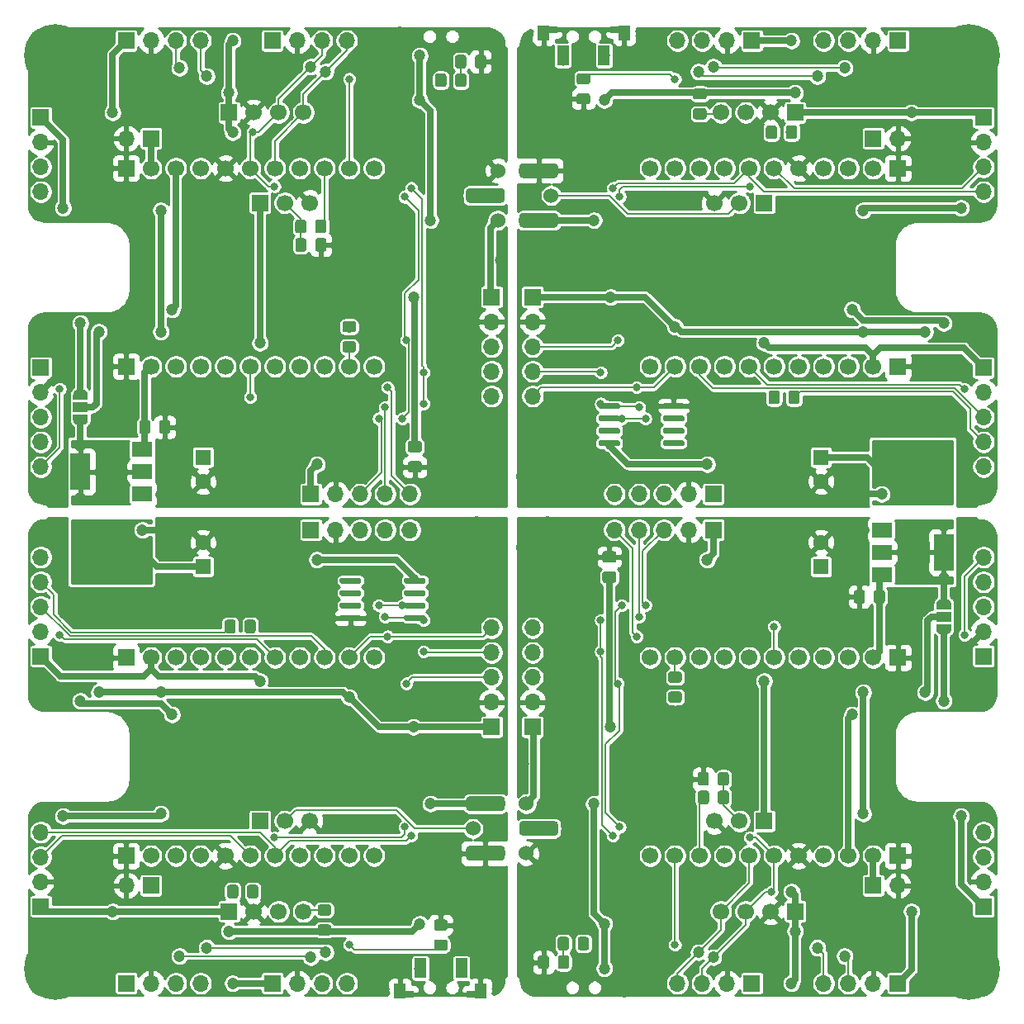
<source format=gtl>
G04 #@! TF.GenerationSoftware,KiCad,Pcbnew,5.1.8-1.fc31*
G04 #@! TF.CreationDate,2021-06-10T12:46:03+02:00*
G04 #@! TF.ProjectId,LoRaWANV2_panelized,4c6f5261-5741-44e5-9632-5f70616e656c,rev?*
G04 #@! TF.SameCoordinates,Original*
G04 #@! TF.FileFunction,Copper,L1,Top*
G04 #@! TF.FilePolarity,Positive*
%FSLAX46Y46*%
G04 Gerber Fmt 4.6, Leading zero omitted, Abs format (unit mm)*
G04 Created by KiCad (PCBNEW 5.1.8-1.fc31) date 2021-06-10 12:46:03*
%MOMM*%
%LPD*%
G01*
G04 APERTURE LIST*
G04 #@! TA.AperFunction,ComponentPad*
%ADD10C,1.524000*%
G04 #@! TD*
G04 #@! TA.AperFunction,ComponentPad*
%ADD11O,1.700000X1.700000*%
G04 #@! TD*
G04 #@! TA.AperFunction,ComponentPad*
%ADD12R,1.700000X1.700000*%
G04 #@! TD*
G04 #@! TA.AperFunction,SMDPad,CuDef*
%ADD13R,2.000000X1.500000*%
G04 #@! TD*
G04 #@! TA.AperFunction,SMDPad,CuDef*
%ADD14R,2.000000X3.800000*%
G04 #@! TD*
G04 #@! TA.AperFunction,ComponentPad*
%ADD15C,1.700000*%
G04 #@! TD*
G04 #@! TA.AperFunction,SMDPad,CuDef*
%ADD16R,1.500000X1.000000*%
G04 #@! TD*
G04 #@! TA.AperFunction,SMDPad,CuDef*
%ADD17C,0.100000*%
G04 #@! TD*
G04 #@! TA.AperFunction,ComponentPad*
%ADD18C,6.400000*%
G04 #@! TD*
G04 #@! TA.AperFunction,ComponentPad*
%ADD19C,1.600000*%
G04 #@! TD*
G04 #@! TA.AperFunction,ComponentPad*
%ADD20R,1.600000X1.600000*%
G04 #@! TD*
G04 #@! TA.AperFunction,SMDPad,CuDef*
%ADD21R,2.000000X0.800000*%
G04 #@! TD*
G04 #@! TA.AperFunction,SMDPad,CuDef*
%ADD22R,1.270000X1.524000*%
G04 #@! TD*
G04 #@! TA.AperFunction,SMDPad,CuDef*
%ADD23R,1.200000X2.000000*%
G04 #@! TD*
G04 #@! TA.AperFunction,ViaPad*
%ADD24C,1.200000*%
G04 #@! TD*
G04 #@! TA.AperFunction,ViaPad*
%ADD25C,0.800000*%
G04 #@! TD*
G04 #@! TA.AperFunction,Conductor*
%ADD26C,0.660400*%
G04 #@! TD*
G04 #@! TA.AperFunction,Conductor*
%ADD27C,0.203200*%
G04 #@! TD*
G04 #@! TA.AperFunction,Conductor*
%ADD28C,0.254000*%
G04 #@! TD*
G04 #@! TA.AperFunction,Conductor*
%ADD29C,0.100000*%
G04 #@! TD*
G04 APERTURE END LIST*
G04 #@! TO.P,C4,2*
G04 #@! TO.N,/Vsensor*
G04 #@! TA.AperFunction,SMDPad,CuDef*
G36*
G01*
X78580000Y-81973000D02*
X77630000Y-81973000D01*
G75*
G02*
X77380000Y-81723000I0J250000D01*
G01*
X77380000Y-81048000D01*
G75*
G02*
X77630000Y-80798000I250000J0D01*
G01*
X78580000Y-80798000D01*
G75*
G02*
X78830000Y-81048000I0J-250000D01*
G01*
X78830000Y-81723000D01*
G75*
G02*
X78580000Y-81973000I-250000J0D01*
G01*
G37*
G04 #@! TD.AperFunction*
G04 #@! TO.P,C4,1*
G04 #@! TO.N,GND*
G04 #@! TA.AperFunction,SMDPad,CuDef*
G36*
G01*
X78580000Y-84048000D02*
X77630000Y-84048000D01*
G75*
G02*
X77380000Y-83798000I0J250000D01*
G01*
X77380000Y-83123000D01*
G75*
G02*
X77630000Y-82873000I250000J0D01*
G01*
X78580000Y-82873000D01*
G75*
G02*
X78830000Y-83123000I0J-250000D01*
G01*
X78830000Y-83798000D01*
G75*
G02*
X78580000Y-84048000I-250000J0D01*
G01*
G37*
G04 #@! TD.AperFunction*
G04 #@! TD*
G04 #@! TO.P,IR1,2*
G04 #@! TO.N,/IR*
G04 #@! TA.AperFunction,ConnectorPad*
G36*
G01*
X86963000Y-56388000D02*
X83725000Y-56388000D01*
G75*
G02*
X83344000Y-56007000I0J381000D01*
G01*
X83344000Y-55245000D01*
G75*
G02*
X83725000Y-54864000I381000J0D01*
G01*
X86963000Y-54864000D01*
G75*
G02*
X87344000Y-55245000I0J-381000D01*
G01*
X87344000Y-56007000D01*
G75*
G02*
X86963000Y-56388000I-381000J0D01*
G01*
G37*
G04 #@! TD.AperFunction*
D10*
G04 #@! TO.P,IR1,1*
G04 #@! TO.N,/Vsensor*
X86614000Y-58166000D03*
G04 #@! TO.P,IR1,2*
G04 #@! TO.N,/IR*
X84074000Y-55626000D03*
G04 #@! TO.P,IR1,3*
G04 #@! TO.N,GND*
X86614000Y-53086000D03*
G04 #@! TD*
D11*
G04 #@! TO.P,J4,4*
G04 #@! TO.N,/SDA*
X56134000Y-39751000D03*
G04 #@! TO.P,J4,3*
G04 #@! TO.N,/SCL*
X53594000Y-39751000D03*
G04 #@! TO.P,J4,2*
G04 #@! TO.N,GND*
X51054000Y-39751000D03*
D12*
G04 #@! TO.P,J4,1*
G04 #@! TO.N,/Vsensor*
X48514000Y-39751000D03*
G04 #@! TD*
D13*
G04 #@! TO.P,U3,1*
G04 #@! TO.N,GND*
X50115000Y-86247000D03*
G04 #@! TO.P,U3,3*
G04 #@! TO.N,/VIN*
X50115000Y-81647000D03*
G04 #@! TO.P,U3,2*
G04 #@! TO.N,+3V3*
X50115000Y-83947000D03*
D14*
X43815000Y-83947000D03*
G04 #@! TD*
D15*
G04 #@! TO.P,U4,11*
G04 #@! TO.N,N/C*
X73914000Y-52832000D03*
G04 #@! TO.P,U4,10*
G04 #@! TO.N,/SW1*
X71374000Y-52832000D03*
G04 #@! TO.P,U4,9*
G04 #@! TO.N,Net-(R8-Pad1)*
X68834000Y-52832000D03*
G04 #@! TO.P,U4,8*
G04 #@! TO.N,N/C*
X66294000Y-52832000D03*
G04 #@! TO.P,U4,6*
G04 #@! TO.N,/SCL*
X61214000Y-52832000D03*
G04 #@! TO.P,U4,7*
G04 #@! TO.N,/SDA*
X63754000Y-52832000D03*
G04 #@! TO.P,U4,5*
G04 #@! TO.N,GND*
X58674000Y-52832000D03*
G04 #@! TO.P,U4,4*
G04 #@! TO.N,N/C*
X56134000Y-52832000D03*
G04 #@! TO.P,U4,2*
G04 #@! TO.N,/VS+*
X51054000Y-52832000D03*
G04 #@! TO.P,U4,3*
G04 #@! TO.N,/VDD*
X53594000Y-52832000D03*
D12*
G04 #@! TO.P,U4,1*
G04 #@! TO.N,GND*
X48514000Y-52832000D03*
G04 #@! TO.P,U4,22*
X48514000Y-73152000D03*
D15*
G04 #@! TO.P,U4,21*
G04 #@! TO.N,/VIN*
X51054000Y-73152000D03*
G04 #@! TO.P,U4,20*
G04 #@! TO.N,N/C*
X53594000Y-73152000D03*
G04 #@! TO.P,U4,19*
X56134000Y-73152000D03*
G04 #@! TO.P,U4,18*
X58674000Y-73152000D03*
G04 #@! TO.P,U4,17*
G04 #@! TO.N,Net-(R5-Pad2)*
X61214000Y-73152000D03*
G04 #@! TO.P,U4,16*
G04 #@! TO.N,/RX*
X63754000Y-73152000D03*
G04 #@! TO.P,U4,15*
G04 #@! TO.N,N/C*
X66294000Y-73152000D03*
G04 #@! TO.P,U4,14*
G04 #@! TO.N,/PM_EN*
X68834000Y-73152000D03*
G04 #@! TO.P,U4,13*
G04 #@! TO.N,/INT*
X71374000Y-73152000D03*
G04 #@! TO.P,U4,12*
G04 #@! TO.N,N/C*
X73914000Y-73152000D03*
G04 #@! TD*
G04 #@! TO.P,R8,2*
G04 #@! TO.N,/IR*
G04 #@! TA.AperFunction,SMDPad,CuDef*
G36*
G01*
X66987000Y-58350999D02*
X66987000Y-59251001D01*
G75*
G02*
X66737001Y-59501000I-249999J0D01*
G01*
X66086999Y-59501000D01*
G75*
G02*
X65837000Y-59251001I0J249999D01*
G01*
X65837000Y-58350999D01*
G75*
G02*
X66086999Y-58101000I249999J0D01*
G01*
X66737001Y-58101000D01*
G75*
G02*
X66987000Y-58350999I0J-249999D01*
G01*
G37*
G04 #@! TD.AperFunction*
G04 #@! TO.P,R8,1*
G04 #@! TO.N,Net-(R8-Pad1)*
G04 #@! TA.AperFunction,SMDPad,CuDef*
G36*
G01*
X69037000Y-58350999D02*
X69037000Y-59251001D01*
G75*
G02*
X68787001Y-59501000I-249999J0D01*
G01*
X68136999Y-59501000D01*
G75*
G02*
X67887000Y-59251001I0J249999D01*
G01*
X67887000Y-58350999D01*
G75*
G02*
X68136999Y-58101000I249999J0D01*
G01*
X68787001Y-58101000D01*
G75*
G02*
X69037000Y-58350999I0J-249999D01*
G01*
G37*
G04 #@! TD.AperFunction*
G04 #@! TD*
G04 #@! TO.P,R7,2*
G04 #@! TO.N,/IR*
G04 #@! TA.AperFunction,SMDPad,CuDef*
G36*
G01*
X66996000Y-60255999D02*
X66996000Y-61156001D01*
G75*
G02*
X66746001Y-61406000I-249999J0D01*
G01*
X66095999Y-61406000D01*
G75*
G02*
X65846000Y-61156001I0J249999D01*
G01*
X65846000Y-60255999D01*
G75*
G02*
X66095999Y-60006000I249999J0D01*
G01*
X66746001Y-60006000D01*
G75*
G02*
X66996000Y-60255999I0J-249999D01*
G01*
G37*
G04 #@! TD.AperFunction*
G04 #@! TO.P,R7,1*
G04 #@! TO.N,GND*
G04 #@! TA.AperFunction,SMDPad,CuDef*
G36*
G01*
X69046000Y-60255999D02*
X69046000Y-61156001D01*
G75*
G02*
X68796001Y-61406000I-249999J0D01*
G01*
X68145999Y-61406000D01*
G75*
G02*
X67896000Y-61156001I0J249999D01*
G01*
X67896000Y-60255999D01*
G75*
G02*
X68145999Y-60006000I249999J0D01*
G01*
X68796001Y-60006000D01*
G75*
G02*
X69046000Y-60255999I0J-249999D01*
G01*
G37*
G04 #@! TD.AperFunction*
G04 #@! TD*
D11*
G04 #@! TO.P,J7,5*
G04 #@! TO.N,/INT*
X85979000Y-76200000D03*
G04 #@! TO.P,J7,4*
G04 #@! TO.N,/SDA*
X85979000Y-73660000D03*
G04 #@! TO.P,J7,3*
G04 #@! TO.N,/SCL*
X85979000Y-71120000D03*
G04 #@! TO.P,J7,2*
G04 #@! TO.N,GND*
X85979000Y-68580000D03*
D12*
G04 #@! TO.P,J7,1*
G04 #@! TO.N,/Vsensor*
X85979000Y-66040000D03*
G04 #@! TD*
D11*
G04 #@! TO.P,J6,5*
G04 #@! TO.N,/RX*
X39751000Y-83439000D03*
G04 #@! TO.P,J6,4*
G04 #@! TO.N,/TX*
X39751000Y-80899000D03*
G04 #@! TO.P,J6,3*
G04 #@! TO.N,/PM_EN*
X39751000Y-78359000D03*
G04 #@! TO.P,J6,2*
G04 #@! TO.N,GND*
X39751000Y-75819000D03*
D12*
G04 #@! TO.P,J6,1*
G04 #@! TO.N,/VIN*
X39751000Y-73279000D03*
G04 #@! TD*
D15*
G04 #@! TO.P,U1,4*
G04 #@! TO.N,/SDA*
X66675000Y-47117000D03*
G04 #@! TO.P,U1,3*
G04 #@! TO.N,/SCL*
X64135000Y-47117000D03*
G04 #@! TO.P,U1,2*
G04 #@! TO.N,GND*
X61595000Y-47117000D03*
D12*
G04 #@! TO.P,U1,1*
G04 #@! TO.N,/Vsensor*
X59055000Y-47117000D03*
G04 #@! TD*
G04 #@! TO.P,R6,2*
G04 #@! TO.N,/Vsensor*
G04 #@! TA.AperFunction,SMDPad,CuDef*
G36*
G01*
X71824001Y-69663000D02*
X70923999Y-69663000D01*
G75*
G02*
X70674000Y-69413001I0J249999D01*
G01*
X70674000Y-68762999D01*
G75*
G02*
X70923999Y-68513000I249999J0D01*
G01*
X71824001Y-68513000D01*
G75*
G02*
X72074000Y-68762999I0J-249999D01*
G01*
X72074000Y-69413001D01*
G75*
G02*
X71824001Y-69663000I-249999J0D01*
G01*
G37*
G04 #@! TD.AperFunction*
G04 #@! TO.P,R6,1*
G04 #@! TO.N,/INT*
G04 #@! TA.AperFunction,SMDPad,CuDef*
G36*
G01*
X71824001Y-71713000D02*
X70923999Y-71713000D01*
G75*
G02*
X70674000Y-71463001I0J249999D01*
G01*
X70674000Y-70812999D01*
G75*
G02*
X70923999Y-70563000I249999J0D01*
G01*
X71824001Y-70563000D01*
G75*
G02*
X72074000Y-70812999I0J-249999D01*
G01*
X72074000Y-71463001D01*
G75*
G02*
X71824001Y-71713000I-249999J0D01*
G01*
G37*
G04 #@! TD.AperFunction*
G04 #@! TD*
G04 #@! TO.P,R2,2*
G04 #@! TO.N,/SW1*
G04 #@! TA.AperFunction,SMDPad,CuDef*
G36*
G01*
X81338000Y-43364999D02*
X81338000Y-44265001D01*
G75*
G02*
X81088001Y-44515000I-249999J0D01*
G01*
X80437999Y-44515000D01*
G75*
G02*
X80188000Y-44265001I0J249999D01*
G01*
X80188000Y-43364999D01*
G75*
G02*
X80437999Y-43115000I249999J0D01*
G01*
X81088001Y-43115000D01*
G75*
G02*
X81338000Y-43364999I0J-249999D01*
G01*
G37*
G04 #@! TD.AperFunction*
G04 #@! TO.P,R2,1*
G04 #@! TO.N,Net-(R1-Pad2)*
G04 #@! TA.AperFunction,SMDPad,CuDef*
G36*
G01*
X83388000Y-43364999D02*
X83388000Y-44265001D01*
G75*
G02*
X83138001Y-44515000I-249999J0D01*
G01*
X82487999Y-44515000D01*
G75*
G02*
X82238000Y-44265001I0J249999D01*
G01*
X82238000Y-43364999D01*
G75*
G02*
X82487999Y-43115000I249999J0D01*
G01*
X83138001Y-43115000D01*
G75*
G02*
X83388000Y-43364999I0J-249999D01*
G01*
G37*
G04 #@! TD.AperFunction*
G04 #@! TD*
G04 #@! TO.P,R1,2*
G04 #@! TO.N,Net-(R1-Pad2)*
G04 #@! TA.AperFunction,SMDPad,CuDef*
G36*
G01*
X83379000Y-41459999D02*
X83379000Y-42360001D01*
G75*
G02*
X83129001Y-42610000I-249999J0D01*
G01*
X82478999Y-42610000D01*
G75*
G02*
X82229000Y-42360001I0J249999D01*
G01*
X82229000Y-41459999D01*
G75*
G02*
X82478999Y-41210000I249999J0D01*
G01*
X83129001Y-41210000D01*
G75*
G02*
X83379000Y-41459999I0J-249999D01*
G01*
G37*
G04 #@! TD.AperFunction*
G04 #@! TO.P,R1,1*
G04 #@! TO.N,GND*
G04 #@! TA.AperFunction,SMDPad,CuDef*
G36*
G01*
X85429000Y-41459999D02*
X85429000Y-42360001D01*
G75*
G02*
X85179001Y-42610000I-249999J0D01*
G01*
X84528999Y-42610000D01*
G75*
G02*
X84279000Y-42360001I0J249999D01*
G01*
X84279000Y-41459999D01*
G75*
G02*
X84528999Y-41210000I249999J0D01*
G01*
X85179001Y-41210000D01*
G75*
G02*
X85429000Y-41459999I0J-249999D01*
G01*
G37*
G04 #@! TD.AperFunction*
G04 #@! TD*
D16*
G04 #@! TO.P,JP1,2*
G04 #@! TO.N,/Vsensor*
X43815000Y-77343000D03*
G04 #@! TA.AperFunction,SMDPad,CuDef*
D17*
G04 #@! TO.P,JP1,3*
G04 #@! TO.N,/VDD*
G36*
X43065602Y-76043000D02*
G01*
X43065602Y-76018466D01*
X43070412Y-75969635D01*
X43079984Y-75921510D01*
X43094228Y-75874555D01*
X43113005Y-75829222D01*
X43136136Y-75785949D01*
X43163396Y-75745150D01*
X43194524Y-75707221D01*
X43229221Y-75672524D01*
X43267150Y-75641396D01*
X43307949Y-75614136D01*
X43351222Y-75591005D01*
X43396555Y-75572228D01*
X43443510Y-75557984D01*
X43491635Y-75548412D01*
X43540466Y-75543602D01*
X43565000Y-75543602D01*
X43565000Y-75543000D01*
X44065000Y-75543000D01*
X44065000Y-75543602D01*
X44089534Y-75543602D01*
X44138365Y-75548412D01*
X44186490Y-75557984D01*
X44233445Y-75572228D01*
X44278778Y-75591005D01*
X44322051Y-75614136D01*
X44362850Y-75641396D01*
X44400779Y-75672524D01*
X44435476Y-75707221D01*
X44466604Y-75745150D01*
X44493864Y-75785949D01*
X44516995Y-75829222D01*
X44535772Y-75874555D01*
X44550016Y-75921510D01*
X44559588Y-75969635D01*
X44564398Y-76018466D01*
X44564398Y-76043000D01*
X44565000Y-76043000D01*
X44565000Y-76593000D01*
X43065000Y-76593000D01*
X43065000Y-76043000D01*
X43065602Y-76043000D01*
G37*
G04 #@! TD.AperFunction*
G04 #@! TA.AperFunction,SMDPad,CuDef*
G04 #@! TO.P,JP1,1*
G04 #@! TO.N,+3V3*
G36*
X44565000Y-78093000D02*
G01*
X44565000Y-78643000D01*
X44564398Y-78643000D01*
X44564398Y-78667534D01*
X44559588Y-78716365D01*
X44550016Y-78764490D01*
X44535772Y-78811445D01*
X44516995Y-78856778D01*
X44493864Y-78900051D01*
X44466604Y-78940850D01*
X44435476Y-78978779D01*
X44400779Y-79013476D01*
X44362850Y-79044604D01*
X44322051Y-79071864D01*
X44278778Y-79094995D01*
X44233445Y-79113772D01*
X44186490Y-79128016D01*
X44138365Y-79137588D01*
X44089534Y-79142398D01*
X44065000Y-79142398D01*
X44065000Y-79143000D01*
X43565000Y-79143000D01*
X43565000Y-79142398D01*
X43540466Y-79142398D01*
X43491635Y-79137588D01*
X43443510Y-79128016D01*
X43396555Y-79113772D01*
X43351222Y-79094995D01*
X43307949Y-79071864D01*
X43267150Y-79044604D01*
X43229221Y-79013476D01*
X43194524Y-78978779D01*
X43163396Y-78940850D01*
X43136136Y-78900051D01*
X43113005Y-78856778D01*
X43094228Y-78811445D01*
X43079984Y-78764490D01*
X43070412Y-78716365D01*
X43065602Y-78667534D01*
X43065602Y-78643000D01*
X43065000Y-78643000D01*
X43065000Y-78093000D01*
X44565000Y-78093000D01*
G37*
G04 #@! TD.AperFunction*
G04 #@! TD*
D11*
G04 #@! TO.P,J5,5*
G04 #@! TO.N,/INT*
X77597000Y-86233000D03*
G04 #@! TO.P,J5,4*
G04 #@! TO.N,/SDA*
X75057000Y-86233000D03*
G04 #@! TO.P,J5,3*
G04 #@! TO.N,/SCL*
X72517000Y-86233000D03*
G04 #@! TO.P,J5,2*
G04 #@! TO.N,GND*
X69977000Y-86233000D03*
D12*
G04 #@! TO.P,J5,1*
G04 #@! TO.N,/Vsensor*
X67437000Y-86233000D03*
G04 #@! TD*
D11*
G04 #@! TO.P,J3,4*
G04 #@! TO.N,/SDA*
X39751000Y-55245000D03*
G04 #@! TO.P,J3,3*
G04 #@! TO.N,/SCL*
X39751000Y-52705000D03*
G04 #@! TO.P,J3,2*
G04 #@! TO.N,GND*
X39751000Y-50165000D03*
D12*
G04 #@! TO.P,J3,1*
G04 #@! TO.N,/Vsensor*
X39751000Y-47625000D03*
G04 #@! TD*
D11*
G04 #@! TO.P,J2,2*
G04 #@! TO.N,GND*
X48514000Y-49784000D03*
D12*
G04 #@! TO.P,J2,1*
G04 #@! TO.N,/VS+*
X51054000Y-49784000D03*
G04 #@! TD*
D11*
G04 #@! TO.P,J1,4*
G04 #@! TO.N,/SDA*
X71120000Y-39751000D03*
G04 #@! TO.P,J1,3*
G04 #@! TO.N,/SCL*
X68580000Y-39751000D03*
G04 #@! TO.P,J1,2*
G04 #@! TO.N,GND*
X66040000Y-39751000D03*
D12*
G04 #@! TO.P,J1,1*
G04 #@! TO.N,/Vsensor*
X63500000Y-39751000D03*
G04 #@! TD*
D15*
G04 #@! TO.P,IR2,3*
G04 #@! TO.N,GND*
X67310000Y-56388000D03*
G04 #@! TO.P,IR2,2*
G04 #@! TO.N,/IR*
X64770000Y-56388000D03*
D12*
G04 #@! TO.P,IR2,1*
G04 #@! TO.N,/VIN*
X62230000Y-56388000D03*
G04 #@! TD*
D18*
G04 #@! TO.P,H2,1*
G04 #@! TO.N,GND*
X84455000Y-84455000D03*
G04 #@! TD*
G04 #@! TO.P,H1,1*
G04 #@! TO.N,GND*
X41275000Y-41275000D03*
G04 #@! TD*
D19*
G04 #@! TO.P,C3,2*
G04 #@! TO.N,GND*
X56388000Y-84963000D03*
D20*
G04 #@! TO.P,C3,1*
G04 #@! TO.N,+3V3*
X56388000Y-82463000D03*
G04 #@! TD*
G04 #@! TO.P,C2,2*
G04 #@! TO.N,GND*
G04 #@! TA.AperFunction,SMDPad,CuDef*
G36*
G01*
X51894000Y-79825001D02*
X51894000Y-78924999D01*
G75*
G02*
X52143999Y-78675000I249999J0D01*
G01*
X52794001Y-78675000D01*
G75*
G02*
X53044000Y-78924999I0J-249999D01*
G01*
X53044000Y-79825001D01*
G75*
G02*
X52794001Y-80075000I-249999J0D01*
G01*
X52143999Y-80075000D01*
G75*
G02*
X51894000Y-79825001I0J249999D01*
G01*
G37*
G04 #@! TD.AperFunction*
G04 #@! TO.P,C2,1*
G04 #@! TO.N,/VIN*
G04 #@! TA.AperFunction,SMDPad,CuDef*
G36*
G01*
X49844000Y-79825001D02*
X49844000Y-78924999D01*
G75*
G02*
X50093999Y-78675000I249999J0D01*
G01*
X50744001Y-78675000D01*
G75*
G02*
X50994000Y-78924999I0J-249999D01*
G01*
X50994000Y-79825001D01*
G75*
G02*
X50744001Y-80075000I-249999J0D01*
G01*
X50093999Y-80075000D01*
G75*
G02*
X49844000Y-79825001I0J249999D01*
G01*
G37*
G04 #@! TD.AperFunction*
G04 #@! TD*
G04 #@! TO.P,IR1,3*
G04 #@! TO.N,GND*
G04 #@! TA.AperFunction,ConnectorPad*
G36*
G01*
X92424000Y-53848000D02*
X89186000Y-53848000D01*
G75*
G02*
X88805000Y-53467000I0J381000D01*
G01*
X88805000Y-52705000D01*
G75*
G02*
X89186000Y-52324000I381000J0D01*
G01*
X92424000Y-52324000D01*
G75*
G02*
X92805000Y-52705000I0J-381000D01*
G01*
X92805000Y-53467000D01*
G75*
G02*
X92424000Y-53848000I-381000J0D01*
G01*
G37*
G04 #@! TD.AperFunction*
G04 #@! TO.P,IR1,1*
G04 #@! TO.N,/Vsensor*
G04 #@! TA.AperFunction,ConnectorPad*
G36*
G01*
X92424000Y-58928000D02*
X89186000Y-58928000D01*
G75*
G02*
X88805000Y-58547000I0J381000D01*
G01*
X88805000Y-57785000D01*
G75*
G02*
X89186000Y-57404000I381000J0D01*
G01*
X92424000Y-57404000D01*
G75*
G02*
X92805000Y-57785000I0J-381000D01*
G01*
X92805000Y-58547000D01*
G75*
G02*
X92424000Y-58928000I-381000J0D01*
G01*
G37*
G04 #@! TD.AperFunction*
D10*
X89535000Y-58166000D03*
G04 #@! TO.P,IR1,2*
G04 #@! TO.N,/IR*
X92075000Y-55626000D03*
G04 #@! TO.P,IR1,3*
G04 #@! TO.N,GND*
X89535000Y-53086000D03*
G04 #@! TD*
D11*
G04 #@! TO.P,J4,4*
G04 #@! TO.N,/SDA*
X120015000Y-39751000D03*
G04 #@! TO.P,J4,3*
G04 #@! TO.N,/SCL*
X122555000Y-39751000D03*
G04 #@! TO.P,J4,2*
G04 #@! TO.N,GND*
X125095000Y-39751000D03*
D12*
G04 #@! TO.P,J4,1*
G04 #@! TO.N,/Vsensor*
X127635000Y-39751000D03*
G04 #@! TD*
D15*
G04 #@! TO.P,U4,11*
G04 #@! TO.N,N/C*
X102235000Y-52832000D03*
G04 #@! TO.P,U4,10*
G04 #@! TO.N,/SW1*
X104775000Y-52832000D03*
G04 #@! TO.P,U4,9*
G04 #@! TO.N,Net-(R8-Pad1)*
X107315000Y-52832000D03*
G04 #@! TO.P,U4,8*
G04 #@! TO.N,N/C*
X109855000Y-52832000D03*
G04 #@! TO.P,U4,6*
G04 #@! TO.N,/SCL*
X114935000Y-52832000D03*
G04 #@! TO.P,U4,7*
G04 #@! TO.N,/SDA*
X112395000Y-52832000D03*
G04 #@! TO.P,U4,5*
G04 #@! TO.N,GND*
X117475000Y-52832000D03*
G04 #@! TO.P,U4,4*
G04 #@! TO.N,N/C*
X120015000Y-52832000D03*
G04 #@! TO.P,U4,2*
G04 #@! TO.N,/VS+*
X125095000Y-52832000D03*
G04 #@! TO.P,U4,3*
G04 #@! TO.N,/VDD*
X122555000Y-52832000D03*
D12*
G04 #@! TO.P,U4,1*
G04 #@! TO.N,GND*
X127635000Y-52832000D03*
G04 #@! TO.P,U4,22*
X127635000Y-73152000D03*
D15*
G04 #@! TO.P,U4,21*
G04 #@! TO.N,/VIN*
X125095000Y-73152000D03*
G04 #@! TO.P,U4,20*
G04 #@! TO.N,N/C*
X122555000Y-73152000D03*
G04 #@! TO.P,U4,19*
X120015000Y-73152000D03*
G04 #@! TO.P,U4,18*
X117475000Y-73152000D03*
G04 #@! TO.P,U4,17*
G04 #@! TO.N,Net-(R5-Pad2)*
X114935000Y-73152000D03*
G04 #@! TO.P,U4,16*
G04 #@! TO.N,/RX*
X112395000Y-73152000D03*
G04 #@! TO.P,U4,15*
G04 #@! TO.N,N/C*
X109855000Y-73152000D03*
G04 #@! TO.P,U4,14*
G04 #@! TO.N,/PM_EN*
X107315000Y-73152000D03*
G04 #@! TO.P,U4,13*
G04 #@! TO.N,/INT*
X104775000Y-73152000D03*
G04 #@! TO.P,U4,12*
G04 #@! TO.N,N/C*
X102235000Y-73152000D03*
G04 #@! TD*
D11*
G04 #@! TO.P,J7,5*
G04 #@! TO.N,/INT*
X90170000Y-76200000D03*
G04 #@! TO.P,J7,4*
G04 #@! TO.N,/SDA*
X90170000Y-73660000D03*
G04 #@! TO.P,J7,3*
G04 #@! TO.N,/SCL*
X90170000Y-71120000D03*
G04 #@! TO.P,J7,2*
G04 #@! TO.N,GND*
X90170000Y-68580000D03*
D12*
G04 #@! TO.P,J7,1*
G04 #@! TO.N,/Vsensor*
X90170000Y-66040000D03*
G04 #@! TD*
D11*
G04 #@! TO.P,J6,5*
G04 #@! TO.N,/RX*
X136398000Y-83439000D03*
G04 #@! TO.P,J6,4*
G04 #@! TO.N,/TX*
X136398000Y-80899000D03*
G04 #@! TO.P,J6,3*
G04 #@! TO.N,/PM_EN*
X136398000Y-78359000D03*
G04 #@! TO.P,J6,2*
G04 #@! TO.N,GND*
X136398000Y-75819000D03*
D12*
G04 #@! TO.P,J6,1*
G04 #@! TO.N,/VIN*
X136398000Y-73279000D03*
G04 #@! TD*
G04 #@! TO.P,U2,8*
G04 #@! TO.N,/Vsensor*
G04 #@! TA.AperFunction,SMDPad,CuDef*
G36*
G01*
X99144000Y-80876000D02*
X99144000Y-81176000D01*
G75*
G02*
X98994000Y-81326000I-150000J0D01*
G01*
X97094000Y-81326000D01*
G75*
G02*
X96944000Y-81176000I0J150000D01*
G01*
X96944000Y-80876000D01*
G75*
G02*
X97094000Y-80726000I150000J0D01*
G01*
X98994000Y-80726000D01*
G75*
G02*
X99144000Y-80876000I0J-150000D01*
G01*
G37*
G04 #@! TD.AperFunction*
G04 #@! TO.P,U2,7*
G04 #@! TO.N,N/C*
G04 #@! TA.AperFunction,SMDPad,CuDef*
G36*
G01*
X99144000Y-79606000D02*
X99144000Y-79906000D01*
G75*
G02*
X98994000Y-80056000I-150000J0D01*
G01*
X97094000Y-80056000D01*
G75*
G02*
X96944000Y-79906000I0J150000D01*
G01*
X96944000Y-79606000D01*
G75*
G02*
X97094000Y-79456000I150000J0D01*
G01*
X98994000Y-79456000D01*
G75*
G02*
X99144000Y-79606000I0J-150000D01*
G01*
G37*
G04 #@! TD.AperFunction*
G04 #@! TO.P,U2,6*
G04 #@! TO.N,/SCL*
G04 #@! TA.AperFunction,SMDPad,CuDef*
G36*
G01*
X99144000Y-78336000D02*
X99144000Y-78636000D01*
G75*
G02*
X98994000Y-78786000I-150000J0D01*
G01*
X97094000Y-78786000D01*
G75*
G02*
X96944000Y-78636000I0J150000D01*
G01*
X96944000Y-78336000D01*
G75*
G02*
X97094000Y-78186000I150000J0D01*
G01*
X98994000Y-78186000D01*
G75*
G02*
X99144000Y-78336000I0J-150000D01*
G01*
G37*
G04 #@! TD.AperFunction*
G04 #@! TO.P,U2,5*
G04 #@! TO.N,/SDA*
G04 #@! TA.AperFunction,SMDPad,CuDef*
G36*
G01*
X99144000Y-77066000D02*
X99144000Y-77366000D01*
G75*
G02*
X98994000Y-77516000I-150000J0D01*
G01*
X97094000Y-77516000D01*
G75*
G02*
X96944000Y-77366000I0J150000D01*
G01*
X96944000Y-77066000D01*
G75*
G02*
X97094000Y-76916000I150000J0D01*
G01*
X98994000Y-76916000D01*
G75*
G02*
X99144000Y-77066000I0J-150000D01*
G01*
G37*
G04 #@! TD.AperFunction*
G04 #@! TO.P,U2,4*
G04 #@! TO.N,GND*
G04 #@! TA.AperFunction,SMDPad,CuDef*
G36*
G01*
X105744000Y-77066000D02*
X105744000Y-77366000D01*
G75*
G02*
X105594000Y-77516000I-150000J0D01*
G01*
X103694000Y-77516000D01*
G75*
G02*
X103544000Y-77366000I0J150000D01*
G01*
X103544000Y-77066000D01*
G75*
G02*
X103694000Y-76916000I150000J0D01*
G01*
X105594000Y-76916000D01*
G75*
G02*
X105744000Y-77066000I0J-150000D01*
G01*
G37*
G04 #@! TD.AperFunction*
G04 #@! TO.P,U2,3*
G04 #@! TO.N,N/C*
G04 #@! TA.AperFunction,SMDPad,CuDef*
G36*
G01*
X105744000Y-78336000D02*
X105744000Y-78636000D01*
G75*
G02*
X105594000Y-78786000I-150000J0D01*
G01*
X103694000Y-78786000D01*
G75*
G02*
X103544000Y-78636000I0J150000D01*
G01*
X103544000Y-78336000D01*
G75*
G02*
X103694000Y-78186000I150000J0D01*
G01*
X105594000Y-78186000D01*
G75*
G02*
X105744000Y-78336000I0J-150000D01*
G01*
G37*
G04 #@! TD.AperFunction*
G04 #@! TO.P,U2,2*
G04 #@! TA.AperFunction,SMDPad,CuDef*
G36*
G01*
X105744000Y-79606000D02*
X105744000Y-79906000D01*
G75*
G02*
X105594000Y-80056000I-150000J0D01*
G01*
X103694000Y-80056000D01*
G75*
G02*
X103544000Y-79906000I0J150000D01*
G01*
X103544000Y-79606000D01*
G75*
G02*
X103694000Y-79456000I150000J0D01*
G01*
X105594000Y-79456000D01*
G75*
G02*
X105744000Y-79606000I0J-150000D01*
G01*
G37*
G04 #@! TD.AperFunction*
G04 #@! TO.P,U2,1*
G04 #@! TA.AperFunction,SMDPad,CuDef*
G36*
G01*
X105744000Y-80876000D02*
X105744000Y-81176000D01*
G75*
G02*
X105594000Y-81326000I-150000J0D01*
G01*
X103694000Y-81326000D01*
G75*
G02*
X103544000Y-81176000I0J150000D01*
G01*
X103544000Y-80876000D01*
G75*
G02*
X103694000Y-80726000I150000J0D01*
G01*
X105594000Y-80726000D01*
G75*
G02*
X105744000Y-80876000I0J-150000D01*
G01*
G37*
G04 #@! TD.AperFunction*
G04 #@! TD*
D15*
G04 #@! TO.P,U1,4*
G04 #@! TO.N,/SDA*
X109474000Y-47117000D03*
G04 #@! TO.P,U1,3*
G04 #@! TO.N,/SCL*
X112014000Y-47117000D03*
G04 #@! TO.P,U1,2*
G04 #@! TO.N,GND*
X114554000Y-47117000D03*
D12*
G04 #@! TO.P,U1,1*
G04 #@! TO.N,/Vsensor*
X117094000Y-47117000D03*
G04 #@! TD*
D21*
G04 #@! TO.P,SW1,3*
G04 #@! TO.N,GND*
X91694000Y-38608000D03*
D22*
X91313000Y-38989000D03*
D21*
X99187000Y-38608000D03*
D22*
X99568000Y-38989000D03*
D23*
G04 #@! TO.P,SW1,1*
G04 #@! TO.N,Net-(R1-Pad2)*
X93277000Y-41294000D03*
G04 #@! TO.P,SW1,2*
G04 #@! TO.N,/Vsensor*
X97477000Y-41294000D03*
G04 #@! TD*
G04 #@! TO.P,R5,2*
G04 #@! TO.N,Net-(R5-Pad2)*
G04 #@! TA.AperFunction,SMDPad,CuDef*
G36*
G01*
X115510000Y-75876999D02*
X115510000Y-76777001D01*
G75*
G02*
X115260001Y-77027000I-249999J0D01*
G01*
X114609999Y-77027000D01*
G75*
G02*
X114360000Y-76777001I0J249999D01*
G01*
X114360000Y-75876999D01*
G75*
G02*
X114609999Y-75627000I249999J0D01*
G01*
X115260001Y-75627000D01*
G75*
G02*
X115510000Y-75876999I0J-249999D01*
G01*
G37*
G04 #@! TD.AperFunction*
G04 #@! TO.P,R5,1*
G04 #@! TO.N,/TX*
G04 #@! TA.AperFunction,SMDPad,CuDef*
G36*
G01*
X117560000Y-75876999D02*
X117560000Y-76777001D01*
G75*
G02*
X117310001Y-77027000I-249999J0D01*
G01*
X116659999Y-77027000D01*
G75*
G02*
X116410000Y-76777001I0J249999D01*
G01*
X116410000Y-75876999D01*
G75*
G02*
X116659999Y-75627000I249999J0D01*
G01*
X117310001Y-75627000D01*
G75*
G02*
X117560000Y-75876999I0J-249999D01*
G01*
G37*
G04 #@! TD.AperFunction*
G04 #@! TD*
G04 #@! TO.P,R4,2*
G04 #@! TO.N,/Vsensor*
G04 #@! TA.AperFunction,SMDPad,CuDef*
G36*
G01*
X107765001Y-45787000D02*
X106864999Y-45787000D01*
G75*
G02*
X106615000Y-45537001I0J249999D01*
G01*
X106615000Y-44886999D01*
G75*
G02*
X106864999Y-44637000I249999J0D01*
G01*
X107765001Y-44637000D01*
G75*
G02*
X108015000Y-44886999I0J-249999D01*
G01*
X108015000Y-45537001D01*
G75*
G02*
X107765001Y-45787000I-249999J0D01*
G01*
G37*
G04 #@! TD.AperFunction*
G04 #@! TO.P,R4,1*
G04 #@! TO.N,/SDA*
G04 #@! TA.AperFunction,SMDPad,CuDef*
G36*
G01*
X107765001Y-47837000D02*
X106864999Y-47837000D01*
G75*
G02*
X106615000Y-47587001I0J249999D01*
G01*
X106615000Y-46936999D01*
G75*
G02*
X106864999Y-46687000I249999J0D01*
G01*
X107765001Y-46687000D01*
G75*
G02*
X108015000Y-46936999I0J-249999D01*
G01*
X108015000Y-47587001D01*
G75*
G02*
X107765001Y-47837000I-249999J0D01*
G01*
G37*
G04 #@! TD.AperFunction*
G04 #@! TD*
G04 #@! TO.P,R3,2*
G04 #@! TO.N,/Vsensor*
G04 #@! TA.AperFunction,SMDPad,CuDef*
G36*
G01*
X116147000Y-49599001D02*
X116147000Y-48698999D01*
G75*
G02*
X116396999Y-48449000I249999J0D01*
G01*
X117047001Y-48449000D01*
G75*
G02*
X117297000Y-48698999I0J-249999D01*
G01*
X117297000Y-49599001D01*
G75*
G02*
X117047001Y-49849000I-249999J0D01*
G01*
X116396999Y-49849000D01*
G75*
G02*
X116147000Y-49599001I0J249999D01*
G01*
G37*
G04 #@! TD.AperFunction*
G04 #@! TO.P,R3,1*
G04 #@! TO.N,/SCL*
G04 #@! TA.AperFunction,SMDPad,CuDef*
G36*
G01*
X114097000Y-49599001D02*
X114097000Y-48698999D01*
G75*
G02*
X114346999Y-48449000I249999J0D01*
G01*
X114997001Y-48449000D01*
G75*
G02*
X115247000Y-48698999I0J-249999D01*
G01*
X115247000Y-49599001D01*
G75*
G02*
X114997001Y-49849000I-249999J0D01*
G01*
X114346999Y-49849000D01*
G75*
G02*
X114097000Y-49599001I0J249999D01*
G01*
G37*
G04 #@! TD.AperFunction*
G04 #@! TD*
D11*
G04 #@! TO.P,J5,5*
G04 #@! TO.N,/INT*
X98552000Y-86233000D03*
G04 #@! TO.P,J5,4*
G04 #@! TO.N,/SDA*
X101092000Y-86233000D03*
G04 #@! TO.P,J5,3*
G04 #@! TO.N,/SCL*
X103632000Y-86233000D03*
G04 #@! TO.P,J5,2*
G04 #@! TO.N,GND*
X106172000Y-86233000D03*
D12*
G04 #@! TO.P,J5,1*
G04 #@! TO.N,/Vsensor*
X108712000Y-86233000D03*
G04 #@! TD*
D11*
G04 #@! TO.P,J3,4*
G04 #@! TO.N,/SDA*
X136398000Y-55245000D03*
G04 #@! TO.P,J3,3*
G04 #@! TO.N,/SCL*
X136398000Y-52705000D03*
G04 #@! TO.P,J3,2*
G04 #@! TO.N,GND*
X136398000Y-50165000D03*
D12*
G04 #@! TO.P,J3,1*
G04 #@! TO.N,/Vsensor*
X136398000Y-47625000D03*
G04 #@! TD*
D11*
G04 #@! TO.P,J2,2*
G04 #@! TO.N,GND*
X127635000Y-49784000D03*
D12*
G04 #@! TO.P,J2,1*
G04 #@! TO.N,/VS+*
X125095000Y-49784000D03*
G04 #@! TD*
D11*
G04 #@! TO.P,J1,4*
G04 #@! TO.N,/SDA*
X105029000Y-39751000D03*
G04 #@! TO.P,J1,3*
G04 #@! TO.N,/SCL*
X107569000Y-39751000D03*
G04 #@! TO.P,J1,2*
G04 #@! TO.N,GND*
X110109000Y-39751000D03*
D12*
G04 #@! TO.P,J1,1*
G04 #@! TO.N,/Vsensor*
X112649000Y-39751000D03*
G04 #@! TD*
D15*
G04 #@! TO.P,IR2,3*
G04 #@! TO.N,GND*
X108839000Y-56388000D03*
G04 #@! TO.P,IR2,2*
G04 #@! TO.N,/IR*
X111379000Y-56388000D03*
D12*
G04 #@! TO.P,IR2,1*
G04 #@! TO.N,/VIN*
X113919000Y-56388000D03*
G04 #@! TD*
D18*
G04 #@! TO.P,H2,1*
G04 #@! TO.N,GND*
X91694000Y-84455000D03*
G04 #@! TD*
G04 #@! TO.P,H1,1*
G04 #@! TO.N,GND*
X134874000Y-41275000D03*
G04 #@! TD*
D19*
G04 #@! TO.P,C3,2*
G04 #@! TO.N,GND*
X119761000Y-84963000D03*
D20*
G04 #@! TO.P,C3,1*
G04 #@! TO.N,+3V3*
X119761000Y-82463000D03*
G04 #@! TD*
G04 #@! TO.P,C1,2*
G04 #@! TO.N,GND*
G04 #@! TA.AperFunction,SMDPad,CuDef*
G36*
G01*
X94926999Y-45145000D02*
X95827001Y-45145000D01*
G75*
G02*
X96077000Y-45394999I0J-249999D01*
G01*
X96077000Y-46045001D01*
G75*
G02*
X95827001Y-46295000I-249999J0D01*
G01*
X94926999Y-46295000D01*
G75*
G02*
X94677000Y-46045001I0J249999D01*
G01*
X94677000Y-45394999D01*
G75*
G02*
X94926999Y-45145000I249999J0D01*
G01*
G37*
G04 #@! TD.AperFunction*
G04 #@! TO.P,C1,1*
G04 #@! TO.N,/SW1*
G04 #@! TA.AperFunction,SMDPad,CuDef*
G36*
G01*
X94926999Y-43095000D02*
X95827001Y-43095000D01*
G75*
G02*
X96077000Y-43344999I0J-249999D01*
G01*
X96077000Y-43995001D01*
G75*
G02*
X95827001Y-44245000I-249999J0D01*
G01*
X94926999Y-44245000D01*
G75*
G02*
X94677000Y-43995001I0J249999D01*
G01*
X94677000Y-43344999D01*
G75*
G02*
X94926999Y-43095000I249999J0D01*
G01*
G37*
G04 #@! TD.AperFunction*
G04 #@! TD*
G04 #@! TO.P,C4,2*
G04 #@! TO.N,/Vsensor*
G04 #@! TA.AperFunction,SMDPad,CuDef*
G36*
G01*
X97569000Y-94176000D02*
X98519000Y-94176000D01*
G75*
G02*
X98769000Y-94426000I0J-250000D01*
G01*
X98769000Y-95101000D01*
G75*
G02*
X98519000Y-95351000I-250000J0D01*
G01*
X97569000Y-95351000D01*
G75*
G02*
X97319000Y-95101000I0J250000D01*
G01*
X97319000Y-94426000D01*
G75*
G02*
X97569000Y-94176000I250000J0D01*
G01*
G37*
G04 #@! TD.AperFunction*
G04 #@! TO.P,C4,1*
G04 #@! TO.N,GND*
G04 #@! TA.AperFunction,SMDPad,CuDef*
G36*
G01*
X97569000Y-92101000D02*
X98519000Y-92101000D01*
G75*
G02*
X98769000Y-92351000I0J-250000D01*
G01*
X98769000Y-93026000D01*
G75*
G02*
X98519000Y-93276000I-250000J0D01*
G01*
X97569000Y-93276000D01*
G75*
G02*
X97319000Y-93026000I0J250000D01*
G01*
X97319000Y-92351000D01*
G75*
G02*
X97569000Y-92101000I250000J0D01*
G01*
G37*
G04 #@! TD.AperFunction*
G04 #@! TD*
G04 #@! TO.P,IR1,2*
G04 #@! TO.N,/IR*
G04 #@! TA.AperFunction,ConnectorPad*
G36*
G01*
X89186000Y-119761000D02*
X92424000Y-119761000D01*
G75*
G02*
X92805000Y-120142000I0J-381000D01*
G01*
X92805000Y-120904000D01*
G75*
G02*
X92424000Y-121285000I-381000J0D01*
G01*
X89186000Y-121285000D01*
G75*
G02*
X88805000Y-120904000I0J381000D01*
G01*
X88805000Y-120142000D01*
G75*
G02*
X89186000Y-119761000I381000J0D01*
G01*
G37*
G04 #@! TD.AperFunction*
D10*
G04 #@! TO.P,IR1,1*
G04 #@! TO.N,/Vsensor*
X89535000Y-117983000D03*
G04 #@! TO.P,IR1,2*
G04 #@! TO.N,/IR*
X92075000Y-120523000D03*
G04 #@! TO.P,IR1,3*
G04 #@! TO.N,GND*
X89535000Y-123063000D03*
G04 #@! TD*
D11*
G04 #@! TO.P,J4,4*
G04 #@! TO.N,/SDA*
X120015000Y-136398000D03*
G04 #@! TO.P,J4,3*
G04 #@! TO.N,/SCL*
X122555000Y-136398000D03*
G04 #@! TO.P,J4,2*
G04 #@! TO.N,GND*
X125095000Y-136398000D03*
D12*
G04 #@! TO.P,J4,1*
G04 #@! TO.N,/Vsensor*
X127635000Y-136398000D03*
G04 #@! TD*
D13*
G04 #@! TO.P,U3,1*
G04 #@! TO.N,GND*
X126034000Y-89902000D03*
G04 #@! TO.P,U3,3*
G04 #@! TO.N,/VIN*
X126034000Y-94502000D03*
G04 #@! TO.P,U3,2*
G04 #@! TO.N,+3V3*
X126034000Y-92202000D03*
D14*
X132334000Y-92202000D03*
G04 #@! TD*
D15*
G04 #@! TO.P,U4,11*
G04 #@! TO.N,N/C*
X102235000Y-123317000D03*
G04 #@! TO.P,U4,10*
G04 #@! TO.N,/SW1*
X104775000Y-123317000D03*
G04 #@! TO.P,U4,9*
G04 #@! TO.N,Net-(R8-Pad1)*
X107315000Y-123317000D03*
G04 #@! TO.P,U4,8*
G04 #@! TO.N,N/C*
X109855000Y-123317000D03*
G04 #@! TO.P,U4,6*
G04 #@! TO.N,/SCL*
X114935000Y-123317000D03*
G04 #@! TO.P,U4,7*
G04 #@! TO.N,/SDA*
X112395000Y-123317000D03*
G04 #@! TO.P,U4,5*
G04 #@! TO.N,GND*
X117475000Y-123317000D03*
G04 #@! TO.P,U4,4*
G04 #@! TO.N,N/C*
X120015000Y-123317000D03*
G04 #@! TO.P,U4,2*
G04 #@! TO.N,/VS+*
X125095000Y-123317000D03*
G04 #@! TO.P,U4,3*
G04 #@! TO.N,/VDD*
X122555000Y-123317000D03*
D12*
G04 #@! TO.P,U4,1*
G04 #@! TO.N,GND*
X127635000Y-123317000D03*
G04 #@! TO.P,U4,22*
X127635000Y-102997000D03*
D15*
G04 #@! TO.P,U4,21*
G04 #@! TO.N,/VIN*
X125095000Y-102997000D03*
G04 #@! TO.P,U4,20*
G04 #@! TO.N,N/C*
X122555000Y-102997000D03*
G04 #@! TO.P,U4,19*
X120015000Y-102997000D03*
G04 #@! TO.P,U4,18*
X117475000Y-102997000D03*
G04 #@! TO.P,U4,17*
G04 #@! TO.N,Net-(R5-Pad2)*
X114935000Y-102997000D03*
G04 #@! TO.P,U4,16*
G04 #@! TO.N,/RX*
X112395000Y-102997000D03*
G04 #@! TO.P,U4,15*
G04 #@! TO.N,N/C*
X109855000Y-102997000D03*
G04 #@! TO.P,U4,14*
G04 #@! TO.N,/PM_EN*
X107315000Y-102997000D03*
G04 #@! TO.P,U4,13*
G04 #@! TO.N,/INT*
X104775000Y-102997000D03*
G04 #@! TO.P,U4,12*
G04 #@! TO.N,N/C*
X102235000Y-102997000D03*
G04 #@! TD*
G04 #@! TO.P,R8,2*
G04 #@! TO.N,/IR*
G04 #@! TA.AperFunction,SMDPad,CuDef*
G36*
G01*
X109162000Y-117798001D02*
X109162000Y-116897999D01*
G75*
G02*
X109411999Y-116648000I249999J0D01*
G01*
X110062001Y-116648000D01*
G75*
G02*
X110312000Y-116897999I0J-249999D01*
G01*
X110312000Y-117798001D01*
G75*
G02*
X110062001Y-118048000I-249999J0D01*
G01*
X109411999Y-118048000D01*
G75*
G02*
X109162000Y-117798001I0J249999D01*
G01*
G37*
G04 #@! TD.AperFunction*
G04 #@! TO.P,R8,1*
G04 #@! TO.N,Net-(R8-Pad1)*
G04 #@! TA.AperFunction,SMDPad,CuDef*
G36*
G01*
X107112000Y-117798001D02*
X107112000Y-116897999D01*
G75*
G02*
X107361999Y-116648000I249999J0D01*
G01*
X108012001Y-116648000D01*
G75*
G02*
X108262000Y-116897999I0J-249999D01*
G01*
X108262000Y-117798001D01*
G75*
G02*
X108012001Y-118048000I-249999J0D01*
G01*
X107361999Y-118048000D01*
G75*
G02*
X107112000Y-117798001I0J249999D01*
G01*
G37*
G04 #@! TD.AperFunction*
G04 #@! TD*
G04 #@! TO.P,R7,2*
G04 #@! TO.N,/IR*
G04 #@! TA.AperFunction,SMDPad,CuDef*
G36*
G01*
X109153000Y-115893001D02*
X109153000Y-114992999D01*
G75*
G02*
X109402999Y-114743000I249999J0D01*
G01*
X110053001Y-114743000D01*
G75*
G02*
X110303000Y-114992999I0J-249999D01*
G01*
X110303000Y-115893001D01*
G75*
G02*
X110053001Y-116143000I-249999J0D01*
G01*
X109402999Y-116143000D01*
G75*
G02*
X109153000Y-115893001I0J249999D01*
G01*
G37*
G04 #@! TD.AperFunction*
G04 #@! TO.P,R7,1*
G04 #@! TO.N,GND*
G04 #@! TA.AperFunction,SMDPad,CuDef*
G36*
G01*
X107103000Y-115893001D02*
X107103000Y-114992999D01*
G75*
G02*
X107352999Y-114743000I249999J0D01*
G01*
X108003001Y-114743000D01*
G75*
G02*
X108253000Y-114992999I0J-249999D01*
G01*
X108253000Y-115893001D01*
G75*
G02*
X108003001Y-116143000I-249999J0D01*
G01*
X107352999Y-116143000D01*
G75*
G02*
X107103000Y-115893001I0J249999D01*
G01*
G37*
G04 #@! TD.AperFunction*
G04 #@! TD*
D11*
G04 #@! TO.P,J7,5*
G04 #@! TO.N,/INT*
X90170000Y-99949000D03*
G04 #@! TO.P,J7,4*
G04 #@! TO.N,/SDA*
X90170000Y-102489000D03*
G04 #@! TO.P,J7,3*
G04 #@! TO.N,/SCL*
X90170000Y-105029000D03*
G04 #@! TO.P,J7,2*
G04 #@! TO.N,GND*
X90170000Y-107569000D03*
D12*
G04 #@! TO.P,J7,1*
G04 #@! TO.N,/Vsensor*
X90170000Y-110109000D03*
G04 #@! TD*
D11*
G04 #@! TO.P,J6,5*
G04 #@! TO.N,/RX*
X136398000Y-92710000D03*
G04 #@! TO.P,J6,4*
G04 #@! TO.N,/TX*
X136398000Y-95250000D03*
G04 #@! TO.P,J6,3*
G04 #@! TO.N,/PM_EN*
X136398000Y-97790000D03*
G04 #@! TO.P,J6,2*
G04 #@! TO.N,GND*
X136398000Y-100330000D03*
D12*
G04 #@! TO.P,J6,1*
G04 #@! TO.N,/VIN*
X136398000Y-102870000D03*
G04 #@! TD*
D15*
G04 #@! TO.P,U1,4*
G04 #@! TO.N,/SDA*
X109474000Y-129032000D03*
G04 #@! TO.P,U1,3*
G04 #@! TO.N,/SCL*
X112014000Y-129032000D03*
G04 #@! TO.P,U1,2*
G04 #@! TO.N,GND*
X114554000Y-129032000D03*
D12*
G04 #@! TO.P,U1,1*
G04 #@! TO.N,/Vsensor*
X117094000Y-129032000D03*
G04 #@! TD*
G04 #@! TO.P,R6,2*
G04 #@! TO.N,/Vsensor*
G04 #@! TA.AperFunction,SMDPad,CuDef*
G36*
G01*
X104324999Y-106486000D02*
X105225001Y-106486000D01*
G75*
G02*
X105475000Y-106735999I0J-249999D01*
G01*
X105475000Y-107386001D01*
G75*
G02*
X105225001Y-107636000I-249999J0D01*
G01*
X104324999Y-107636000D01*
G75*
G02*
X104075000Y-107386001I0J249999D01*
G01*
X104075000Y-106735999D01*
G75*
G02*
X104324999Y-106486000I249999J0D01*
G01*
G37*
G04 #@! TD.AperFunction*
G04 #@! TO.P,R6,1*
G04 #@! TO.N,/INT*
G04 #@! TA.AperFunction,SMDPad,CuDef*
G36*
G01*
X104324999Y-104436000D02*
X105225001Y-104436000D01*
G75*
G02*
X105475000Y-104685999I0J-249999D01*
G01*
X105475000Y-105336001D01*
G75*
G02*
X105225001Y-105586000I-249999J0D01*
G01*
X104324999Y-105586000D01*
G75*
G02*
X104075000Y-105336001I0J249999D01*
G01*
X104075000Y-104685999D01*
G75*
G02*
X104324999Y-104436000I249999J0D01*
G01*
G37*
G04 #@! TD.AperFunction*
G04 #@! TD*
G04 #@! TO.P,R2,2*
G04 #@! TO.N,/SW1*
G04 #@! TA.AperFunction,SMDPad,CuDef*
G36*
G01*
X94811000Y-132784001D02*
X94811000Y-131883999D01*
G75*
G02*
X95060999Y-131634000I249999J0D01*
G01*
X95711001Y-131634000D01*
G75*
G02*
X95961000Y-131883999I0J-249999D01*
G01*
X95961000Y-132784001D01*
G75*
G02*
X95711001Y-133034000I-249999J0D01*
G01*
X95060999Y-133034000D01*
G75*
G02*
X94811000Y-132784001I0J249999D01*
G01*
G37*
G04 #@! TD.AperFunction*
G04 #@! TO.P,R2,1*
G04 #@! TO.N,Net-(R1-Pad2)*
G04 #@! TA.AperFunction,SMDPad,CuDef*
G36*
G01*
X92761000Y-132784001D02*
X92761000Y-131883999D01*
G75*
G02*
X93010999Y-131634000I249999J0D01*
G01*
X93661001Y-131634000D01*
G75*
G02*
X93911000Y-131883999I0J-249999D01*
G01*
X93911000Y-132784001D01*
G75*
G02*
X93661001Y-133034000I-249999J0D01*
G01*
X93010999Y-133034000D01*
G75*
G02*
X92761000Y-132784001I0J249999D01*
G01*
G37*
G04 #@! TD.AperFunction*
G04 #@! TD*
G04 #@! TO.P,R1,2*
G04 #@! TO.N,Net-(R1-Pad2)*
G04 #@! TA.AperFunction,SMDPad,CuDef*
G36*
G01*
X92770000Y-134689001D02*
X92770000Y-133788999D01*
G75*
G02*
X93019999Y-133539000I249999J0D01*
G01*
X93670001Y-133539000D01*
G75*
G02*
X93920000Y-133788999I0J-249999D01*
G01*
X93920000Y-134689001D01*
G75*
G02*
X93670001Y-134939000I-249999J0D01*
G01*
X93019999Y-134939000D01*
G75*
G02*
X92770000Y-134689001I0J249999D01*
G01*
G37*
G04 #@! TD.AperFunction*
G04 #@! TO.P,R1,1*
G04 #@! TO.N,GND*
G04 #@! TA.AperFunction,SMDPad,CuDef*
G36*
G01*
X90720000Y-134689001D02*
X90720000Y-133788999D01*
G75*
G02*
X90969999Y-133539000I249999J0D01*
G01*
X91620001Y-133539000D01*
G75*
G02*
X91870000Y-133788999I0J-249999D01*
G01*
X91870000Y-134689001D01*
G75*
G02*
X91620001Y-134939000I-249999J0D01*
G01*
X90969999Y-134939000D01*
G75*
G02*
X90720000Y-134689001I0J249999D01*
G01*
G37*
G04 #@! TD.AperFunction*
G04 #@! TD*
D16*
G04 #@! TO.P,JP1,2*
G04 #@! TO.N,/Vsensor*
X132334000Y-98806000D03*
G04 #@! TA.AperFunction,SMDPad,CuDef*
D17*
G04 #@! TO.P,JP1,3*
G04 #@! TO.N,/VDD*
G36*
X133083398Y-100106000D02*
G01*
X133083398Y-100130534D01*
X133078588Y-100179365D01*
X133069016Y-100227490D01*
X133054772Y-100274445D01*
X133035995Y-100319778D01*
X133012864Y-100363051D01*
X132985604Y-100403850D01*
X132954476Y-100441779D01*
X132919779Y-100476476D01*
X132881850Y-100507604D01*
X132841051Y-100534864D01*
X132797778Y-100557995D01*
X132752445Y-100576772D01*
X132705490Y-100591016D01*
X132657365Y-100600588D01*
X132608534Y-100605398D01*
X132584000Y-100605398D01*
X132584000Y-100606000D01*
X132084000Y-100606000D01*
X132084000Y-100605398D01*
X132059466Y-100605398D01*
X132010635Y-100600588D01*
X131962510Y-100591016D01*
X131915555Y-100576772D01*
X131870222Y-100557995D01*
X131826949Y-100534864D01*
X131786150Y-100507604D01*
X131748221Y-100476476D01*
X131713524Y-100441779D01*
X131682396Y-100403850D01*
X131655136Y-100363051D01*
X131632005Y-100319778D01*
X131613228Y-100274445D01*
X131598984Y-100227490D01*
X131589412Y-100179365D01*
X131584602Y-100130534D01*
X131584602Y-100106000D01*
X131584000Y-100106000D01*
X131584000Y-99556000D01*
X133084000Y-99556000D01*
X133084000Y-100106000D01*
X133083398Y-100106000D01*
G37*
G04 #@! TD.AperFunction*
G04 #@! TA.AperFunction,SMDPad,CuDef*
G04 #@! TO.P,JP1,1*
G04 #@! TO.N,+3V3*
G36*
X131584000Y-98056000D02*
G01*
X131584000Y-97506000D01*
X131584602Y-97506000D01*
X131584602Y-97481466D01*
X131589412Y-97432635D01*
X131598984Y-97384510D01*
X131613228Y-97337555D01*
X131632005Y-97292222D01*
X131655136Y-97248949D01*
X131682396Y-97208150D01*
X131713524Y-97170221D01*
X131748221Y-97135524D01*
X131786150Y-97104396D01*
X131826949Y-97077136D01*
X131870222Y-97054005D01*
X131915555Y-97035228D01*
X131962510Y-97020984D01*
X132010635Y-97011412D01*
X132059466Y-97006602D01*
X132084000Y-97006602D01*
X132084000Y-97006000D01*
X132584000Y-97006000D01*
X132584000Y-97006602D01*
X132608534Y-97006602D01*
X132657365Y-97011412D01*
X132705490Y-97020984D01*
X132752445Y-97035228D01*
X132797778Y-97054005D01*
X132841051Y-97077136D01*
X132881850Y-97104396D01*
X132919779Y-97135524D01*
X132954476Y-97170221D01*
X132985604Y-97208150D01*
X133012864Y-97248949D01*
X133035995Y-97292222D01*
X133054772Y-97337555D01*
X133069016Y-97384510D01*
X133078588Y-97432635D01*
X133083398Y-97481466D01*
X133083398Y-97506000D01*
X133084000Y-97506000D01*
X133084000Y-98056000D01*
X131584000Y-98056000D01*
G37*
G04 #@! TD.AperFunction*
G04 #@! TD*
D11*
G04 #@! TO.P,J5,5*
G04 #@! TO.N,/INT*
X98552000Y-89916000D03*
G04 #@! TO.P,J5,4*
G04 #@! TO.N,/SDA*
X101092000Y-89916000D03*
G04 #@! TO.P,J5,3*
G04 #@! TO.N,/SCL*
X103632000Y-89916000D03*
G04 #@! TO.P,J5,2*
G04 #@! TO.N,GND*
X106172000Y-89916000D03*
D12*
G04 #@! TO.P,J5,1*
G04 #@! TO.N,/Vsensor*
X108712000Y-89916000D03*
G04 #@! TD*
D11*
G04 #@! TO.P,J3,4*
G04 #@! TO.N,/SDA*
X136398000Y-120904000D03*
G04 #@! TO.P,J3,3*
G04 #@! TO.N,/SCL*
X136398000Y-123444000D03*
G04 #@! TO.P,J3,2*
G04 #@! TO.N,GND*
X136398000Y-125984000D03*
D12*
G04 #@! TO.P,J3,1*
G04 #@! TO.N,/Vsensor*
X136398000Y-128524000D03*
G04 #@! TD*
D11*
G04 #@! TO.P,J2,2*
G04 #@! TO.N,GND*
X127635000Y-126365000D03*
D12*
G04 #@! TO.P,J2,1*
G04 #@! TO.N,/VS+*
X125095000Y-126365000D03*
G04 #@! TD*
D11*
G04 #@! TO.P,J1,4*
G04 #@! TO.N,/SDA*
X105029000Y-136398000D03*
G04 #@! TO.P,J1,3*
G04 #@! TO.N,/SCL*
X107569000Y-136398000D03*
G04 #@! TO.P,J1,2*
G04 #@! TO.N,GND*
X110109000Y-136398000D03*
D12*
G04 #@! TO.P,J1,1*
G04 #@! TO.N,/Vsensor*
X112649000Y-136398000D03*
G04 #@! TD*
D15*
G04 #@! TO.P,IR2,3*
G04 #@! TO.N,GND*
X108839000Y-119761000D03*
G04 #@! TO.P,IR2,2*
G04 #@! TO.N,/IR*
X111379000Y-119761000D03*
D12*
G04 #@! TO.P,IR2,1*
G04 #@! TO.N,/VIN*
X113919000Y-119761000D03*
G04 #@! TD*
D18*
G04 #@! TO.P,H2,1*
G04 #@! TO.N,GND*
X91694000Y-91694000D03*
G04 #@! TD*
G04 #@! TO.P,H1,1*
G04 #@! TO.N,GND*
X134874000Y-134874000D03*
G04 #@! TD*
D19*
G04 #@! TO.P,C3,2*
G04 #@! TO.N,GND*
X119761000Y-91186000D03*
D20*
G04 #@! TO.P,C3,1*
G04 #@! TO.N,+3V3*
X119761000Y-93686000D03*
G04 #@! TD*
G04 #@! TO.P,C2,2*
G04 #@! TO.N,GND*
G04 #@! TA.AperFunction,SMDPad,CuDef*
G36*
G01*
X124255000Y-96323999D02*
X124255000Y-97224001D01*
G75*
G02*
X124005001Y-97474000I-249999J0D01*
G01*
X123354999Y-97474000D01*
G75*
G02*
X123105000Y-97224001I0J249999D01*
G01*
X123105000Y-96323999D01*
G75*
G02*
X123354999Y-96074000I249999J0D01*
G01*
X124005001Y-96074000D01*
G75*
G02*
X124255000Y-96323999I0J-249999D01*
G01*
G37*
G04 #@! TD.AperFunction*
G04 #@! TO.P,C2,1*
G04 #@! TO.N,/VIN*
G04 #@! TA.AperFunction,SMDPad,CuDef*
G36*
G01*
X126305000Y-96323999D02*
X126305000Y-97224001D01*
G75*
G02*
X126055001Y-97474000I-249999J0D01*
G01*
X125404999Y-97474000D01*
G75*
G02*
X125155000Y-97224001I0J249999D01*
G01*
X125155000Y-96323999D01*
G75*
G02*
X125404999Y-96074000I249999J0D01*
G01*
X126055001Y-96074000D01*
G75*
G02*
X126305000Y-96323999I0J-249999D01*
G01*
G37*
G04 #@! TD.AperFunction*
G04 #@! TD*
G04 #@! TO.P,IR1,3*
G04 #@! TO.N,GND*
G04 #@! TA.AperFunction,ConnectorPad*
G36*
G01*
X83725000Y-122301000D02*
X86963000Y-122301000D01*
G75*
G02*
X87344000Y-122682000I0J-381000D01*
G01*
X87344000Y-123444000D01*
G75*
G02*
X86963000Y-123825000I-381000J0D01*
G01*
X83725000Y-123825000D01*
G75*
G02*
X83344000Y-123444000I0J381000D01*
G01*
X83344000Y-122682000D01*
G75*
G02*
X83725000Y-122301000I381000J0D01*
G01*
G37*
G04 #@! TD.AperFunction*
G04 #@! TO.P,IR1,1*
G04 #@! TO.N,/Vsensor*
G04 #@! TA.AperFunction,ConnectorPad*
G36*
G01*
X83725000Y-117221000D02*
X86963000Y-117221000D01*
G75*
G02*
X87344000Y-117602000I0J-381000D01*
G01*
X87344000Y-118364000D01*
G75*
G02*
X86963000Y-118745000I-381000J0D01*
G01*
X83725000Y-118745000D01*
G75*
G02*
X83344000Y-118364000I0J381000D01*
G01*
X83344000Y-117602000D01*
G75*
G02*
X83725000Y-117221000I381000J0D01*
G01*
G37*
G04 #@! TD.AperFunction*
D10*
X86614000Y-117983000D03*
G04 #@! TO.P,IR1,2*
G04 #@! TO.N,/IR*
X84074000Y-120523000D03*
G04 #@! TO.P,IR1,3*
G04 #@! TO.N,GND*
X86614000Y-123063000D03*
G04 #@! TD*
D11*
G04 #@! TO.P,J4,4*
G04 #@! TO.N,/SDA*
X56134000Y-136398000D03*
G04 #@! TO.P,J4,3*
G04 #@! TO.N,/SCL*
X53594000Y-136398000D03*
G04 #@! TO.P,J4,2*
G04 #@! TO.N,GND*
X51054000Y-136398000D03*
D12*
G04 #@! TO.P,J4,1*
G04 #@! TO.N,/Vsensor*
X48514000Y-136398000D03*
G04 #@! TD*
D15*
G04 #@! TO.P,U4,11*
G04 #@! TO.N,N/C*
X73914000Y-123317000D03*
G04 #@! TO.P,U4,10*
G04 #@! TO.N,/SW1*
X71374000Y-123317000D03*
G04 #@! TO.P,U4,9*
G04 #@! TO.N,Net-(R8-Pad1)*
X68834000Y-123317000D03*
G04 #@! TO.P,U4,8*
G04 #@! TO.N,N/C*
X66294000Y-123317000D03*
G04 #@! TO.P,U4,6*
G04 #@! TO.N,/SCL*
X61214000Y-123317000D03*
G04 #@! TO.P,U4,7*
G04 #@! TO.N,/SDA*
X63754000Y-123317000D03*
G04 #@! TO.P,U4,5*
G04 #@! TO.N,GND*
X58674000Y-123317000D03*
G04 #@! TO.P,U4,4*
G04 #@! TO.N,N/C*
X56134000Y-123317000D03*
G04 #@! TO.P,U4,2*
G04 #@! TO.N,/VS+*
X51054000Y-123317000D03*
G04 #@! TO.P,U4,3*
G04 #@! TO.N,/VDD*
X53594000Y-123317000D03*
D12*
G04 #@! TO.P,U4,1*
G04 #@! TO.N,GND*
X48514000Y-123317000D03*
G04 #@! TO.P,U4,22*
X48514000Y-102997000D03*
D15*
G04 #@! TO.P,U4,21*
G04 #@! TO.N,/VIN*
X51054000Y-102997000D03*
G04 #@! TO.P,U4,20*
G04 #@! TO.N,N/C*
X53594000Y-102997000D03*
G04 #@! TO.P,U4,19*
X56134000Y-102997000D03*
G04 #@! TO.P,U4,18*
X58674000Y-102997000D03*
G04 #@! TO.P,U4,17*
G04 #@! TO.N,Net-(R5-Pad2)*
X61214000Y-102997000D03*
G04 #@! TO.P,U4,16*
G04 #@! TO.N,/RX*
X63754000Y-102997000D03*
G04 #@! TO.P,U4,15*
G04 #@! TO.N,N/C*
X66294000Y-102997000D03*
G04 #@! TO.P,U4,14*
G04 #@! TO.N,/PM_EN*
X68834000Y-102997000D03*
G04 #@! TO.P,U4,13*
G04 #@! TO.N,/INT*
X71374000Y-102997000D03*
G04 #@! TO.P,U4,12*
G04 #@! TO.N,N/C*
X73914000Y-102997000D03*
G04 #@! TD*
D11*
G04 #@! TO.P,J7,5*
G04 #@! TO.N,/INT*
X85979000Y-99949000D03*
G04 #@! TO.P,J7,4*
G04 #@! TO.N,/SDA*
X85979000Y-102489000D03*
G04 #@! TO.P,J7,3*
G04 #@! TO.N,/SCL*
X85979000Y-105029000D03*
G04 #@! TO.P,J7,2*
G04 #@! TO.N,GND*
X85979000Y-107569000D03*
D12*
G04 #@! TO.P,J7,1*
G04 #@! TO.N,/Vsensor*
X85979000Y-110109000D03*
G04 #@! TD*
D11*
G04 #@! TO.P,J6,5*
G04 #@! TO.N,/RX*
X39751000Y-92710000D03*
G04 #@! TO.P,J6,4*
G04 #@! TO.N,/TX*
X39751000Y-95250000D03*
G04 #@! TO.P,J6,3*
G04 #@! TO.N,/PM_EN*
X39751000Y-97790000D03*
G04 #@! TO.P,J6,2*
G04 #@! TO.N,GND*
X39751000Y-100330000D03*
D12*
G04 #@! TO.P,J6,1*
G04 #@! TO.N,/VIN*
X39751000Y-102870000D03*
G04 #@! TD*
G04 #@! TO.P,U2,8*
G04 #@! TO.N,/Vsensor*
G04 #@! TA.AperFunction,SMDPad,CuDef*
G36*
G01*
X77005000Y-95273000D02*
X77005000Y-94973000D01*
G75*
G02*
X77155000Y-94823000I150000J0D01*
G01*
X79055000Y-94823000D01*
G75*
G02*
X79205000Y-94973000I0J-150000D01*
G01*
X79205000Y-95273000D01*
G75*
G02*
X79055000Y-95423000I-150000J0D01*
G01*
X77155000Y-95423000D01*
G75*
G02*
X77005000Y-95273000I0J150000D01*
G01*
G37*
G04 #@! TD.AperFunction*
G04 #@! TO.P,U2,7*
G04 #@! TO.N,N/C*
G04 #@! TA.AperFunction,SMDPad,CuDef*
G36*
G01*
X77005000Y-96543000D02*
X77005000Y-96243000D01*
G75*
G02*
X77155000Y-96093000I150000J0D01*
G01*
X79055000Y-96093000D01*
G75*
G02*
X79205000Y-96243000I0J-150000D01*
G01*
X79205000Y-96543000D01*
G75*
G02*
X79055000Y-96693000I-150000J0D01*
G01*
X77155000Y-96693000D01*
G75*
G02*
X77005000Y-96543000I0J150000D01*
G01*
G37*
G04 #@! TD.AperFunction*
G04 #@! TO.P,U2,6*
G04 #@! TO.N,/SCL*
G04 #@! TA.AperFunction,SMDPad,CuDef*
G36*
G01*
X77005000Y-97813000D02*
X77005000Y-97513000D01*
G75*
G02*
X77155000Y-97363000I150000J0D01*
G01*
X79055000Y-97363000D01*
G75*
G02*
X79205000Y-97513000I0J-150000D01*
G01*
X79205000Y-97813000D01*
G75*
G02*
X79055000Y-97963000I-150000J0D01*
G01*
X77155000Y-97963000D01*
G75*
G02*
X77005000Y-97813000I0J150000D01*
G01*
G37*
G04 #@! TD.AperFunction*
G04 #@! TO.P,U2,5*
G04 #@! TO.N,/SDA*
G04 #@! TA.AperFunction,SMDPad,CuDef*
G36*
G01*
X77005000Y-99083000D02*
X77005000Y-98783000D01*
G75*
G02*
X77155000Y-98633000I150000J0D01*
G01*
X79055000Y-98633000D01*
G75*
G02*
X79205000Y-98783000I0J-150000D01*
G01*
X79205000Y-99083000D01*
G75*
G02*
X79055000Y-99233000I-150000J0D01*
G01*
X77155000Y-99233000D01*
G75*
G02*
X77005000Y-99083000I0J150000D01*
G01*
G37*
G04 #@! TD.AperFunction*
G04 #@! TO.P,U2,4*
G04 #@! TO.N,GND*
G04 #@! TA.AperFunction,SMDPad,CuDef*
G36*
G01*
X70405000Y-99083000D02*
X70405000Y-98783000D01*
G75*
G02*
X70555000Y-98633000I150000J0D01*
G01*
X72455000Y-98633000D01*
G75*
G02*
X72605000Y-98783000I0J-150000D01*
G01*
X72605000Y-99083000D01*
G75*
G02*
X72455000Y-99233000I-150000J0D01*
G01*
X70555000Y-99233000D01*
G75*
G02*
X70405000Y-99083000I0J150000D01*
G01*
G37*
G04 #@! TD.AperFunction*
G04 #@! TO.P,U2,3*
G04 #@! TO.N,N/C*
G04 #@! TA.AperFunction,SMDPad,CuDef*
G36*
G01*
X70405000Y-97813000D02*
X70405000Y-97513000D01*
G75*
G02*
X70555000Y-97363000I150000J0D01*
G01*
X72455000Y-97363000D01*
G75*
G02*
X72605000Y-97513000I0J-150000D01*
G01*
X72605000Y-97813000D01*
G75*
G02*
X72455000Y-97963000I-150000J0D01*
G01*
X70555000Y-97963000D01*
G75*
G02*
X70405000Y-97813000I0J150000D01*
G01*
G37*
G04 #@! TD.AperFunction*
G04 #@! TO.P,U2,2*
G04 #@! TA.AperFunction,SMDPad,CuDef*
G36*
G01*
X70405000Y-96543000D02*
X70405000Y-96243000D01*
G75*
G02*
X70555000Y-96093000I150000J0D01*
G01*
X72455000Y-96093000D01*
G75*
G02*
X72605000Y-96243000I0J-150000D01*
G01*
X72605000Y-96543000D01*
G75*
G02*
X72455000Y-96693000I-150000J0D01*
G01*
X70555000Y-96693000D01*
G75*
G02*
X70405000Y-96543000I0J150000D01*
G01*
G37*
G04 #@! TD.AperFunction*
G04 #@! TO.P,U2,1*
G04 #@! TA.AperFunction,SMDPad,CuDef*
G36*
G01*
X70405000Y-95273000D02*
X70405000Y-94973000D01*
G75*
G02*
X70555000Y-94823000I150000J0D01*
G01*
X72455000Y-94823000D01*
G75*
G02*
X72605000Y-94973000I0J-150000D01*
G01*
X72605000Y-95273000D01*
G75*
G02*
X72455000Y-95423000I-150000J0D01*
G01*
X70555000Y-95423000D01*
G75*
G02*
X70405000Y-95273000I0J150000D01*
G01*
G37*
G04 #@! TD.AperFunction*
G04 #@! TD*
D15*
G04 #@! TO.P,U1,4*
G04 #@! TO.N,/SDA*
X66675000Y-129032000D03*
G04 #@! TO.P,U1,3*
G04 #@! TO.N,/SCL*
X64135000Y-129032000D03*
G04 #@! TO.P,U1,2*
G04 #@! TO.N,GND*
X61595000Y-129032000D03*
D12*
G04 #@! TO.P,U1,1*
G04 #@! TO.N,/Vsensor*
X59055000Y-129032000D03*
G04 #@! TD*
D21*
G04 #@! TO.P,SW1,3*
G04 #@! TO.N,GND*
X84455000Y-137541000D03*
D22*
X84836000Y-137160000D03*
D21*
X76962000Y-137541000D03*
D22*
X76581000Y-137160000D03*
D23*
G04 #@! TO.P,SW1,1*
G04 #@! TO.N,Net-(R1-Pad2)*
X82872000Y-134855000D03*
G04 #@! TO.P,SW1,2*
G04 #@! TO.N,/Vsensor*
X78672000Y-134855000D03*
G04 #@! TD*
G04 #@! TO.P,R5,2*
G04 #@! TO.N,Net-(R5-Pad2)*
G04 #@! TA.AperFunction,SMDPad,CuDef*
G36*
G01*
X60639000Y-100272001D02*
X60639000Y-99371999D01*
G75*
G02*
X60888999Y-99122000I249999J0D01*
G01*
X61539001Y-99122000D01*
G75*
G02*
X61789000Y-99371999I0J-249999D01*
G01*
X61789000Y-100272001D01*
G75*
G02*
X61539001Y-100522000I-249999J0D01*
G01*
X60888999Y-100522000D01*
G75*
G02*
X60639000Y-100272001I0J249999D01*
G01*
G37*
G04 #@! TD.AperFunction*
G04 #@! TO.P,R5,1*
G04 #@! TO.N,/TX*
G04 #@! TA.AperFunction,SMDPad,CuDef*
G36*
G01*
X58589000Y-100272001D02*
X58589000Y-99371999D01*
G75*
G02*
X58838999Y-99122000I249999J0D01*
G01*
X59489001Y-99122000D01*
G75*
G02*
X59739000Y-99371999I0J-249999D01*
G01*
X59739000Y-100272001D01*
G75*
G02*
X59489001Y-100522000I-249999J0D01*
G01*
X58838999Y-100522000D01*
G75*
G02*
X58589000Y-100272001I0J249999D01*
G01*
G37*
G04 #@! TD.AperFunction*
G04 #@! TD*
G04 #@! TO.P,R4,2*
G04 #@! TO.N,/Vsensor*
G04 #@! TA.AperFunction,SMDPad,CuDef*
G36*
G01*
X68383999Y-130362000D02*
X69284001Y-130362000D01*
G75*
G02*
X69534000Y-130611999I0J-249999D01*
G01*
X69534000Y-131262001D01*
G75*
G02*
X69284001Y-131512000I-249999J0D01*
G01*
X68383999Y-131512000D01*
G75*
G02*
X68134000Y-131262001I0J249999D01*
G01*
X68134000Y-130611999D01*
G75*
G02*
X68383999Y-130362000I249999J0D01*
G01*
G37*
G04 #@! TD.AperFunction*
G04 #@! TO.P,R4,1*
G04 #@! TO.N,/SDA*
G04 #@! TA.AperFunction,SMDPad,CuDef*
G36*
G01*
X68383999Y-128312000D02*
X69284001Y-128312000D01*
G75*
G02*
X69534000Y-128561999I0J-249999D01*
G01*
X69534000Y-129212001D01*
G75*
G02*
X69284001Y-129462000I-249999J0D01*
G01*
X68383999Y-129462000D01*
G75*
G02*
X68134000Y-129212001I0J249999D01*
G01*
X68134000Y-128561999D01*
G75*
G02*
X68383999Y-128312000I249999J0D01*
G01*
G37*
G04 #@! TD.AperFunction*
G04 #@! TD*
G04 #@! TO.P,R3,2*
G04 #@! TO.N,/Vsensor*
G04 #@! TA.AperFunction,SMDPad,CuDef*
G36*
G01*
X60002000Y-126549999D02*
X60002000Y-127450001D01*
G75*
G02*
X59752001Y-127700000I-249999J0D01*
G01*
X59101999Y-127700000D01*
G75*
G02*
X58852000Y-127450001I0J249999D01*
G01*
X58852000Y-126549999D01*
G75*
G02*
X59101999Y-126300000I249999J0D01*
G01*
X59752001Y-126300000D01*
G75*
G02*
X60002000Y-126549999I0J-249999D01*
G01*
G37*
G04 #@! TD.AperFunction*
G04 #@! TO.P,R3,1*
G04 #@! TO.N,/SCL*
G04 #@! TA.AperFunction,SMDPad,CuDef*
G36*
G01*
X62052000Y-126549999D02*
X62052000Y-127450001D01*
G75*
G02*
X61802001Y-127700000I-249999J0D01*
G01*
X61151999Y-127700000D01*
G75*
G02*
X60902000Y-127450001I0J249999D01*
G01*
X60902000Y-126549999D01*
G75*
G02*
X61151999Y-126300000I249999J0D01*
G01*
X61802001Y-126300000D01*
G75*
G02*
X62052000Y-126549999I0J-249999D01*
G01*
G37*
G04 #@! TD.AperFunction*
G04 #@! TD*
D11*
G04 #@! TO.P,J5,5*
G04 #@! TO.N,/INT*
X77597000Y-89916000D03*
G04 #@! TO.P,J5,4*
G04 #@! TO.N,/SDA*
X75057000Y-89916000D03*
G04 #@! TO.P,J5,3*
G04 #@! TO.N,/SCL*
X72517000Y-89916000D03*
G04 #@! TO.P,J5,2*
G04 #@! TO.N,GND*
X69977000Y-89916000D03*
D12*
G04 #@! TO.P,J5,1*
G04 #@! TO.N,/Vsensor*
X67437000Y-89916000D03*
G04 #@! TD*
D11*
G04 #@! TO.P,J3,4*
G04 #@! TO.N,/SDA*
X39751000Y-120904000D03*
G04 #@! TO.P,J3,3*
G04 #@! TO.N,/SCL*
X39751000Y-123444000D03*
G04 #@! TO.P,J3,2*
G04 #@! TO.N,GND*
X39751000Y-125984000D03*
D12*
G04 #@! TO.P,J3,1*
G04 #@! TO.N,/Vsensor*
X39751000Y-128524000D03*
G04 #@! TD*
D11*
G04 #@! TO.P,J2,2*
G04 #@! TO.N,GND*
X48514000Y-126365000D03*
D12*
G04 #@! TO.P,J2,1*
G04 #@! TO.N,/VS+*
X51054000Y-126365000D03*
G04 #@! TD*
D11*
G04 #@! TO.P,J1,4*
G04 #@! TO.N,/SDA*
X71120000Y-136398000D03*
G04 #@! TO.P,J1,3*
G04 #@! TO.N,/SCL*
X68580000Y-136398000D03*
G04 #@! TO.P,J1,2*
G04 #@! TO.N,GND*
X66040000Y-136398000D03*
D12*
G04 #@! TO.P,J1,1*
G04 #@! TO.N,/Vsensor*
X63500000Y-136398000D03*
G04 #@! TD*
D15*
G04 #@! TO.P,IR2,3*
G04 #@! TO.N,GND*
X67310000Y-119761000D03*
G04 #@! TO.P,IR2,2*
G04 #@! TO.N,/IR*
X64770000Y-119761000D03*
D12*
G04 #@! TO.P,IR2,1*
G04 #@! TO.N,/VIN*
X62230000Y-119761000D03*
G04 #@! TD*
D18*
G04 #@! TO.P,H2,1*
G04 #@! TO.N,GND*
X84455000Y-91694000D03*
G04 #@! TD*
G04 #@! TO.P,H1,1*
G04 #@! TO.N,GND*
X41275000Y-134874000D03*
G04 #@! TD*
D19*
G04 #@! TO.P,C3,2*
G04 #@! TO.N,GND*
X56388000Y-91186000D03*
D20*
G04 #@! TO.P,C3,1*
G04 #@! TO.N,+3V3*
X56388000Y-93686000D03*
G04 #@! TD*
G04 #@! TO.P,C1,2*
G04 #@! TO.N,GND*
G04 #@! TA.AperFunction,SMDPad,CuDef*
G36*
G01*
X81222001Y-131004000D02*
X80321999Y-131004000D01*
G75*
G02*
X80072000Y-130754001I0J249999D01*
G01*
X80072000Y-130103999D01*
G75*
G02*
X80321999Y-129854000I249999J0D01*
G01*
X81222001Y-129854000D01*
G75*
G02*
X81472000Y-130103999I0J-249999D01*
G01*
X81472000Y-130754001D01*
G75*
G02*
X81222001Y-131004000I-249999J0D01*
G01*
G37*
G04 #@! TD.AperFunction*
G04 #@! TO.P,C1,1*
G04 #@! TO.N,/SW1*
G04 #@! TA.AperFunction,SMDPad,CuDef*
G36*
G01*
X81222001Y-133054000D02*
X80321999Y-133054000D01*
G75*
G02*
X80072000Y-132804001I0J249999D01*
G01*
X80072000Y-132153999D01*
G75*
G02*
X80321999Y-131904000I249999J0D01*
G01*
X81222001Y-131904000D01*
G75*
G02*
X81472000Y-132153999I0J-249999D01*
G01*
X81472000Y-132804001D01*
G75*
G02*
X81222001Y-133054000I-249999J0D01*
G01*
G37*
G04 #@! TD.AperFunction*
G04 #@! TD*
D24*
G04 #@! TO.N,GND*
X76581000Y-38862000D03*
X50165000Y-86233000D03*
X84836000Y-38989000D03*
X84836000Y-41910000D03*
X82804000Y-86106000D03*
X86106000Y-86106000D03*
X86106000Y-82804000D03*
X82804000Y-82804000D03*
X82042000Y-84582000D03*
X86868000Y-84582000D03*
X84582000Y-86868000D03*
X84582000Y-82042000D03*
X39624000Y-42926000D03*
X42926000Y-42926000D03*
X42926000Y-39624000D03*
X39624000Y-39624000D03*
X38862000Y-41148000D03*
X43688000Y-41148000D03*
X41402000Y-43688000D03*
X41402000Y-38862000D03*
D25*
X63754000Y-48768000D03*
D24*
X62484000Y-50673000D03*
X42037000Y-73533000D03*
X47498000Y-76708000D03*
X52324000Y-76708000D03*
X86868000Y-62230000D03*
X99568000Y-38862000D03*
X125984000Y-86233000D03*
X91313000Y-38989000D03*
X91313000Y-41910000D03*
X93345000Y-86106000D03*
X90043000Y-86106000D03*
X90043000Y-82804000D03*
X93345000Y-82804000D03*
X94107000Y-84582000D03*
X89281000Y-84582000D03*
X91567000Y-86868000D03*
X91567000Y-82042000D03*
X136525000Y-42926000D03*
X133223000Y-42926000D03*
X133223000Y-39624000D03*
X136525000Y-39624000D03*
X137287000Y-41148000D03*
X132461000Y-41148000D03*
X134747000Y-43688000D03*
X134747000Y-38862000D03*
D25*
X112395000Y-48768000D03*
D24*
X113665000Y-50673000D03*
X134112000Y-73533000D03*
X128651000Y-76708000D03*
X123825000Y-76708000D03*
X89281000Y-62230000D03*
G04 #@! TO.N,+3V3*
X128397000Y-86487000D03*
G04 #@! TO.N,GND*
X99568000Y-137287000D03*
X125984000Y-89916000D03*
X91313000Y-137160000D03*
X91313000Y-134239000D03*
X93345000Y-90043000D03*
X90043000Y-90043000D03*
X90043000Y-93345000D03*
X93345000Y-93345000D03*
X94107000Y-91567000D03*
X89281000Y-91567000D03*
X91567000Y-89281000D03*
X91567000Y-94107000D03*
X136525000Y-133223000D03*
X133223000Y-133223000D03*
X133223000Y-136525000D03*
X136525000Y-136525000D03*
X137287000Y-135001000D03*
X132461000Y-135001000D03*
X134747000Y-132461000D03*
X134747000Y-137287000D03*
D25*
X112395000Y-127381000D03*
D24*
X113665000Y-125476000D03*
X134112000Y-102616000D03*
X128651000Y-99441000D03*
X123825000Y-99441000D03*
X89281000Y-113919000D03*
X76581000Y-137287000D03*
X50165000Y-89916000D03*
X84836000Y-137160000D03*
X84836000Y-134239000D03*
X82804000Y-90043000D03*
X86106000Y-90043000D03*
X86106000Y-93345000D03*
X82804000Y-93345000D03*
X82042000Y-91567000D03*
X86868000Y-91567000D03*
X84582000Y-89281000D03*
X84582000Y-94107000D03*
X39624000Y-133223000D03*
X42926000Y-133223000D03*
X42926000Y-136525000D03*
X39624000Y-136525000D03*
X38862000Y-135001000D03*
X43688000Y-135001000D03*
X41402000Y-132461000D03*
X41402000Y-137287000D03*
D25*
X63754000Y-127381000D03*
D24*
X62484000Y-125476000D03*
X42037000Y-102616000D03*
X47498000Y-99441000D03*
X52324000Y-99441000D03*
X86868000Y-113919000D03*
G04 #@! TO.N,+3V3*
X47752000Y-89662000D03*
D25*
G04 #@! TO.N,/SW1*
X80772000Y-43561000D03*
X71374000Y-43688000D03*
X95377000Y-43561000D03*
X104775000Y-43688000D03*
X95377000Y-132588000D03*
X104775000Y-132461000D03*
X80772000Y-132588000D03*
X71374000Y-132461000D03*
D24*
G04 #@! TO.N,/VIN*
X62230000Y-70739000D03*
X113919000Y-70739000D03*
X113919000Y-105410000D03*
X62230000Y-105410000D03*
G04 #@! TO.N,+3V3*
X50165000Y-83947000D03*
X43815000Y-85217000D03*
X43815000Y-82677000D03*
X43815000Y-83947000D03*
X46228000Y-83947000D03*
X47752000Y-83947000D03*
X47752000Y-82550000D03*
X47752000Y-81280000D03*
X46228000Y-82550000D03*
X46228000Y-81280000D03*
X46228000Y-85217000D03*
X47752000Y-85217000D03*
X47752000Y-86487000D03*
X46228000Y-86487000D03*
X43815000Y-81280000D03*
X43815000Y-86614000D03*
X125984000Y-83947000D03*
X132334000Y-85217000D03*
X132334000Y-82677000D03*
X132334000Y-83947000D03*
X129921000Y-83947000D03*
X128397000Y-83947000D03*
X128397000Y-82550000D03*
X128397000Y-81280000D03*
X129921000Y-82550000D03*
X129921000Y-81280000D03*
X129921000Y-85217000D03*
X128397000Y-85217000D03*
X129921000Y-86487000D03*
X132334000Y-81280000D03*
X132334000Y-86614000D03*
X125984000Y-92202000D03*
X132334000Y-90932000D03*
X132334000Y-93472000D03*
X132334000Y-92202000D03*
X129921000Y-92202000D03*
X128397000Y-92202000D03*
X128397000Y-93599000D03*
X128397000Y-94869000D03*
X129921000Y-93599000D03*
X129921000Y-94869000D03*
X129921000Y-90932000D03*
X128397000Y-90932000D03*
X128397000Y-89662000D03*
X129921000Y-89662000D03*
X132334000Y-94869000D03*
X132334000Y-89535000D03*
X50165000Y-92202000D03*
X43815000Y-90932000D03*
X43815000Y-93472000D03*
X43815000Y-92202000D03*
X46228000Y-92202000D03*
X47752000Y-92202000D03*
X47752000Y-93599000D03*
X47752000Y-94869000D03*
X46228000Y-93599000D03*
X46228000Y-94869000D03*
X46228000Y-90932000D03*
X47752000Y-90932000D03*
X46228000Y-89662000D03*
X43815000Y-94869000D03*
X43815000Y-89535000D03*
G04 #@! TO.N,/Vsensor*
X78613000Y-41275000D03*
D25*
X78105000Y-81280000D03*
D24*
X45720000Y-69596000D03*
X71374000Y-69088000D03*
X52070000Y-69596000D03*
X42037000Y-56896000D03*
X52070000Y-57150000D03*
X77978000Y-66040000D03*
X68072000Y-83185000D03*
X47117000Y-47117000D03*
X59436000Y-39751000D03*
X59055000Y-45085000D03*
X78613000Y-45847000D03*
X59427000Y-49149000D03*
X79695621Y-58166000D03*
X97536000Y-41275000D03*
D25*
X98044000Y-81280000D03*
D24*
X130429000Y-69596000D03*
X104775000Y-69088000D03*
X124079000Y-69596000D03*
X134112000Y-56896000D03*
X124079000Y-57150000D03*
X98171000Y-66040000D03*
X108077000Y-83185000D03*
X129032000Y-47117000D03*
X116713000Y-39751000D03*
X117094000Y-45085000D03*
X97536000Y-45847000D03*
X116722000Y-49149000D03*
X96453379Y-58166000D03*
X97536000Y-134874000D03*
D25*
X98044000Y-94869000D03*
D24*
X130429000Y-106553000D03*
X104775000Y-107061000D03*
X124079000Y-106553000D03*
X134112000Y-119253000D03*
X124079000Y-118999000D03*
X98171000Y-110109000D03*
X108077000Y-92964000D03*
X129032000Y-129032000D03*
X116713000Y-136398000D03*
X117094000Y-131064000D03*
X97536000Y-130302000D03*
X116722000Y-127000000D03*
X96453379Y-117983000D03*
X78613000Y-134874000D03*
D25*
X78105000Y-94869000D03*
D24*
X45720000Y-106553000D03*
X71374000Y-107061000D03*
X52070000Y-106553000D03*
X42037000Y-119253000D03*
X52070000Y-118999000D03*
X77978000Y-110109000D03*
X68072000Y-92964000D03*
X47117000Y-129032000D03*
X59436000Y-136398000D03*
X59055000Y-131064000D03*
X78613000Y-130302000D03*
X59427000Y-127000000D03*
X79695621Y-117983000D03*
D25*
G04 #@! TO.N,/SDA*
X75056986Y-77343000D03*
D24*
X56769000Y-43399000D03*
X68961000Y-42926000D03*
D25*
X77730400Y-54864000D03*
X78987600Y-76962000D03*
X78987600Y-73780600D03*
X101092014Y-77343000D03*
D24*
X119380000Y-43399000D03*
X107188000Y-42926000D03*
D25*
X98418600Y-54864000D03*
X97161400Y-76962000D03*
X97161400Y-73780600D03*
X101092014Y-98806000D03*
D24*
X119380000Y-132750000D03*
X107188000Y-133223000D03*
D25*
X98418600Y-121285000D03*
X97161400Y-99187000D03*
X97161400Y-102368400D03*
X75056986Y-98806000D03*
D24*
X56769000Y-132750000D03*
X68961000Y-133223000D03*
D25*
X77730400Y-121285000D03*
X78987600Y-99187000D03*
X78987600Y-102368400D03*
G04 #@! TO.N,/SCL*
X61468000Y-49149000D03*
X74403000Y-78486000D03*
D24*
X53975000Y-42545000D03*
X67437000Y-42418000D03*
D25*
X77222400Y-70485000D03*
X76835000Y-78486000D03*
X77038324Y-55767780D03*
X63708448Y-54691448D03*
X114681000Y-49149000D03*
X101746000Y-78486000D03*
D24*
X122174000Y-42545000D03*
X108712000Y-42418000D03*
D25*
X98926600Y-70485000D03*
X99314000Y-78486000D03*
X99110676Y-55767780D03*
X112440552Y-54691448D03*
X114681000Y-127000000D03*
X101746000Y-97663000D03*
D24*
X122174000Y-133604000D03*
X108712000Y-133731000D03*
D25*
X98926600Y-105664000D03*
X99314000Y-97663000D03*
X99110676Y-120381220D03*
X112440552Y-121457552D03*
X61468000Y-127000000D03*
X74403000Y-97663000D03*
D24*
X53975000Y-133604000D03*
X67437000Y-133731000D03*
D25*
X77222400Y-105664000D03*
X76835000Y-97663000D03*
X77038324Y-120381220D03*
X63708448Y-121457552D03*
G04 #@! TO.N,/INT*
X75311000Y-75311000D03*
X100838000Y-75311000D03*
X100838000Y-100838000D03*
X75311000Y-100838000D03*
G04 #@! TO.N,/RX*
X41701552Y-75483552D03*
X134447448Y-75483552D03*
X134447448Y-100665448D03*
X41701552Y-100665448D03*
D24*
G04 #@! TO.N,/VDD*
X53213000Y-67310000D03*
X43815000Y-68707000D03*
X122936000Y-67310000D03*
X132334000Y-68707000D03*
X122936000Y-108839000D03*
X132334000Y-107442000D03*
X53213000Y-108839000D03*
X43815000Y-107442000D03*
D25*
G04 #@! TO.N,Net-(R1-Pad2)*
X82804000Y-41910000D03*
X93345000Y-41910000D03*
X93345000Y-134239000D03*
X82804000Y-134239000D03*
G04 #@! TO.N,Net-(R5-Pad2)*
X61214000Y-76327000D03*
X114935000Y-76327000D03*
X114935000Y-99822000D03*
X61214000Y-99822000D03*
G04 #@! TD*
D26*
G04 #@! TO.N,GND*
X42037000Y-73533000D02*
X39751000Y-75819000D01*
X121031000Y-86233000D02*
X125984000Y-86233000D01*
X119761000Y-84963000D02*
X121031000Y-86233000D01*
X134112000Y-102616000D02*
X136398000Y-100330000D01*
X55118000Y-89916000D02*
X50165000Y-89916000D01*
X56388000Y-91186000D02*
X55118000Y-89916000D01*
D27*
G04 #@! TO.N,/SW1*
X71374000Y-43688000D02*
X71374000Y-52832000D01*
X95377000Y-43180000D02*
X104267000Y-43180000D01*
X104267000Y-43180000D02*
X104775000Y-43688000D01*
X104775000Y-132461000D02*
X104775000Y-123317000D01*
X80772000Y-132969000D02*
X71882000Y-132969000D01*
X71882000Y-132969000D02*
X71374000Y-132461000D01*
D26*
G04 #@! TO.N,/VIN*
X50419000Y-81343000D02*
X50115000Y-81647000D01*
X50419000Y-79756000D02*
X50419000Y-81343000D01*
X51054000Y-73152000D02*
X50419000Y-73787000D01*
X50419000Y-73787000D02*
X50419000Y-79756000D01*
X62230000Y-70739000D02*
X62230000Y-56388000D01*
X136398000Y-73279000D02*
X134366000Y-71247000D01*
X134366000Y-71247000D02*
X125857000Y-71247000D01*
X125095000Y-72009000D02*
X125095000Y-73152000D01*
X125857000Y-71247000D02*
X125095000Y-72009000D01*
X114427000Y-71247000D02*
X113919000Y-70739000D01*
X125095000Y-72009000D02*
X124333000Y-71247000D01*
X124333000Y-71247000D02*
X114427000Y-71247000D01*
X125730000Y-94806000D02*
X126034000Y-94502000D01*
X125730000Y-96393000D02*
X125730000Y-94806000D01*
X125095000Y-102997000D02*
X125730000Y-102362000D01*
X125730000Y-102362000D02*
X125730000Y-96393000D01*
X113919000Y-105410000D02*
X113919000Y-119761000D01*
X39751000Y-102870000D02*
X41783000Y-104902000D01*
X41783000Y-104902000D02*
X50292000Y-104902000D01*
X51054000Y-104140000D02*
X51054000Y-102997000D01*
X50292000Y-104902000D02*
X51054000Y-104140000D01*
X61722000Y-104902000D02*
X62230000Y-105410000D01*
X51054000Y-104140000D02*
X51816000Y-104902000D01*
X51816000Y-104902000D02*
X61722000Y-104902000D01*
G04 #@! TO.N,+3V3*
X43815000Y-81280000D02*
X43815000Y-78643000D01*
X124500000Y-82463000D02*
X119761000Y-82463000D01*
X125984000Y-83947000D02*
X124500000Y-82463000D01*
X132334000Y-94869000D02*
X132334000Y-97506000D01*
X51649000Y-93686000D02*
X56388000Y-93686000D01*
X50165000Y-92202000D02*
X51649000Y-93686000D01*
D27*
G04 #@! TO.N,/IR*
X66412000Y-58030000D02*
X66412000Y-58801000D01*
X64770000Y-56388000D02*
X66412000Y-58030000D01*
X66412000Y-60570000D02*
X66421000Y-60579000D01*
X66412000Y-58801000D02*
X66412000Y-60570000D01*
X99910001Y-57492001D02*
X98044000Y-55626000D01*
X98044000Y-55626000D02*
X92075000Y-55626000D01*
X111379000Y-56388000D02*
X110274999Y-57492001D01*
X110274999Y-57492001D02*
X99910001Y-57492001D01*
X109737000Y-118119000D02*
X109737000Y-117348000D01*
X111379000Y-119761000D02*
X109737000Y-118119000D01*
X109737000Y-115579000D02*
X109728000Y-115570000D01*
X109737000Y-117348000D02*
X109737000Y-115579000D01*
X76238999Y-118656999D02*
X78105000Y-120523000D01*
X78105000Y-120523000D02*
X84074000Y-120523000D01*
X64770000Y-119761000D02*
X65874001Y-118656999D01*
X65874001Y-118656999D02*
X76238999Y-118656999D01*
D26*
G04 #@! TO.N,/Vsensor*
X45466000Y-76962000D02*
X45466000Y-69850000D01*
X45466000Y-69850000D02*
X45720000Y-69596000D01*
X86614000Y-58166000D02*
X85852000Y-58928000D01*
X85852000Y-65913000D02*
X85979000Y-66040000D01*
X85852000Y-58928000D02*
X85852000Y-65913000D01*
X45085000Y-77343000D02*
X45466000Y-76962000D01*
X43815000Y-77343000D02*
X44497516Y-77343000D01*
X44497516Y-77343000D02*
X45085000Y-77343000D01*
X39751000Y-47625000D02*
X42037000Y-49911000D01*
X42037000Y-49911000D02*
X42037000Y-56896000D01*
X52070000Y-67769250D02*
X52070000Y-69596000D01*
X52070000Y-57150000D02*
X52070000Y-67769250D01*
X78105000Y-81385500D02*
X78105000Y-66167000D01*
X78105000Y-66167000D02*
X77978000Y-66040000D01*
X67437000Y-86233000D02*
X67437000Y-83820000D01*
X67437000Y-83820000D02*
X68072000Y-83185000D01*
X78613000Y-41275000D02*
X78613000Y-45847000D01*
X47117000Y-41148000D02*
X47371000Y-40894000D01*
X47371000Y-40894000D02*
X48514000Y-39751000D01*
X47117000Y-47117000D02*
X47117000Y-41148000D01*
X59055000Y-47117000D02*
X59055000Y-45085000D01*
X59055000Y-40132000D02*
X59436000Y-39751000D01*
X59055000Y-45085000D02*
X59055000Y-40132000D01*
X59055000Y-47117000D02*
X59055000Y-48777000D01*
X59055000Y-48777000D02*
X59427000Y-49149000D01*
X79695621Y-46929621D02*
X79695621Y-58166000D01*
X78613000Y-45847000D02*
X79695621Y-46929621D01*
X130429000Y-69596000D02*
X124079000Y-69596000D01*
X105410000Y-69596000D02*
X104902000Y-69088000D01*
X104902000Y-69088000D02*
X104775000Y-69088000D01*
X124079000Y-69596000D02*
X105410000Y-69596000D01*
X101727000Y-66040000D02*
X104775000Y-69088000D01*
X90170000Y-66040000D02*
X101727000Y-66040000D01*
X134112000Y-56896000D02*
X124333000Y-56896000D01*
X124333000Y-56896000D02*
X124079000Y-57150000D01*
X99949000Y-83185000D02*
X98044000Y-81280000D01*
X108077000Y-83185000D02*
X99949000Y-83185000D01*
X136398000Y-47625000D02*
X135890000Y-47117000D01*
X135890000Y-47117000D02*
X117094000Y-47117000D01*
X116713000Y-39751000D02*
X112649000Y-39751000D01*
X98298000Y-45085000D02*
X117094000Y-45085000D01*
X97536000Y-45847000D02*
X98298000Y-45085000D01*
X90805000Y-58166000D02*
X96453379Y-58166000D01*
X130683000Y-99187000D02*
X130683000Y-106299000D01*
X130683000Y-106299000D02*
X130429000Y-106553000D01*
X89535000Y-117983000D02*
X90297000Y-117221000D01*
X90297000Y-110236000D02*
X90170000Y-110109000D01*
X90297000Y-117221000D02*
X90297000Y-110236000D01*
X131064000Y-98806000D02*
X130683000Y-99187000D01*
X132334000Y-98806000D02*
X131651484Y-98806000D01*
X131651484Y-98806000D02*
X131064000Y-98806000D01*
X136398000Y-128524000D02*
X134112000Y-126238000D01*
X134112000Y-126238000D02*
X134112000Y-119253000D01*
X124079000Y-108379750D02*
X124079000Y-106553000D01*
X124079000Y-118999000D02*
X124079000Y-108379750D01*
X98044000Y-94763500D02*
X98044000Y-109982000D01*
X98044000Y-109982000D02*
X98171000Y-110109000D01*
X108712000Y-89916000D02*
X108712000Y-92329000D01*
X108712000Y-92329000D02*
X108077000Y-92964000D01*
X97536000Y-134874000D02*
X97536000Y-130302000D01*
X129032000Y-135001000D02*
X128778000Y-135255000D01*
X128778000Y-135255000D02*
X127635000Y-136398000D01*
X129032000Y-129032000D02*
X129032000Y-135001000D01*
X117094000Y-129032000D02*
X117094000Y-131064000D01*
X117094000Y-136017000D02*
X116713000Y-136398000D01*
X117094000Y-131064000D02*
X117094000Y-136017000D01*
X117094000Y-129032000D02*
X117094000Y-127372000D01*
X117094000Y-127372000D02*
X116722000Y-127000000D01*
X96453379Y-129219379D02*
X96453379Y-117983000D01*
X97536000Y-130302000D02*
X96453379Y-129219379D01*
X45720000Y-106553000D02*
X52070000Y-106553000D01*
X70739000Y-106553000D02*
X71247000Y-107061000D01*
X71247000Y-107061000D02*
X71374000Y-107061000D01*
X52070000Y-106553000D02*
X70739000Y-106553000D01*
X74422000Y-110109000D02*
X71374000Y-107061000D01*
X85979000Y-110109000D02*
X74422000Y-110109000D01*
X42037000Y-119253000D02*
X51816000Y-119253000D01*
X51816000Y-119253000D02*
X52070000Y-118999000D01*
X76200000Y-92964000D02*
X78105000Y-94869000D01*
X68072000Y-92964000D02*
X76200000Y-92964000D01*
X39751000Y-128524000D02*
X40259000Y-129032000D01*
X40259000Y-129032000D02*
X59055000Y-129032000D01*
X59436000Y-136398000D02*
X63500000Y-136398000D01*
X77851000Y-131064000D02*
X59055000Y-131064000D01*
X78613000Y-130302000D02*
X77851000Y-131064000D01*
X85344000Y-117983000D02*
X79695621Y-117983000D01*
D27*
G04 #@! TO.N,/SDA*
X75057000Y-86233000D02*
X75057000Y-77343014D01*
X75057000Y-77343014D02*
X75056986Y-77343000D01*
X56134000Y-39751000D02*
X56134000Y-42764000D01*
X56134000Y-42764000D02*
X56769000Y-43399000D01*
X71120000Y-40767000D02*
X71120000Y-39751000D01*
X68961000Y-42926000D02*
X71120000Y-40767000D01*
X66675000Y-45212000D02*
X68961000Y-42926000D01*
X66675000Y-47117000D02*
X66675000Y-45212000D01*
X63754000Y-50038000D02*
X66675000Y-47117000D01*
X63754000Y-52832000D02*
X63754000Y-50038000D01*
X78987600Y-73780600D02*
X78987600Y-76962000D01*
X78841611Y-73068926D02*
X78987600Y-73214915D01*
X78841611Y-55975211D02*
X78841611Y-73068926D01*
X78987600Y-73214915D02*
X78987600Y-73780600D01*
X77730400Y-54864000D02*
X78841611Y-55975211D01*
X100711000Y-77216000D02*
X100965014Y-77216000D01*
X98044000Y-77216000D02*
X100711000Y-77216000D01*
X100965014Y-77216000D02*
X101092014Y-77343000D01*
X109329000Y-47262000D02*
X107315000Y-47262000D01*
X109474000Y-47117000D02*
X109329000Y-47262000D01*
X136398000Y-55245000D02*
X113919000Y-55245000D01*
X112395000Y-53721000D02*
X112395000Y-52832000D01*
X113919000Y-55245000D02*
X112395000Y-53721000D01*
X119380000Y-43399000D02*
X107661000Y-43399000D01*
X107661000Y-43399000D02*
X107188000Y-42926000D01*
X112395000Y-52832000D02*
X110871000Y-54356000D01*
X110871000Y-54356000D02*
X98926600Y-54356000D01*
X98926600Y-54356000D02*
X98418600Y-54864000D01*
X97790000Y-76962000D02*
X98044000Y-77216000D01*
X97161400Y-76962000D02*
X97790000Y-76962000D01*
X97040800Y-73660000D02*
X97161400Y-73780600D01*
X90170000Y-73660000D02*
X97040800Y-73660000D01*
X101092000Y-89916000D02*
X101092000Y-98805986D01*
X101092000Y-98805986D02*
X101092014Y-98806000D01*
X120015000Y-136398000D02*
X120015000Y-133385000D01*
X120015000Y-133385000D02*
X119380000Y-132750000D01*
X105029000Y-135382000D02*
X105029000Y-136398000D01*
X107188000Y-133223000D02*
X105029000Y-135382000D01*
X109474000Y-130937000D02*
X107188000Y-133223000D01*
X109474000Y-129032000D02*
X109474000Y-130937000D01*
X112395000Y-126111000D02*
X109474000Y-129032000D01*
X112395000Y-123317000D02*
X112395000Y-126111000D01*
X97161400Y-102368400D02*
X97161400Y-99187000D01*
X97307389Y-103080074D02*
X97161400Y-102934085D01*
X97307389Y-120173789D02*
X97307389Y-103080074D01*
X97161400Y-102934085D02*
X97161400Y-102368400D01*
X98418600Y-121285000D02*
X97307389Y-120173789D01*
X75438000Y-98933000D02*
X75183986Y-98933000D01*
X78105000Y-98933000D02*
X75438000Y-98933000D01*
X75183986Y-98933000D02*
X75056986Y-98806000D01*
X66820000Y-128887000D02*
X68834000Y-128887000D01*
X66675000Y-129032000D02*
X66820000Y-128887000D01*
X39751000Y-120904000D02*
X62230000Y-120904000D01*
X63754000Y-122428000D02*
X63754000Y-123317000D01*
X62230000Y-120904000D02*
X63754000Y-122428000D01*
X56769000Y-132750000D02*
X68488000Y-132750000D01*
X68488000Y-132750000D02*
X68961000Y-133223000D01*
X63754000Y-123317000D02*
X65278000Y-121793000D01*
X65278000Y-121793000D02*
X77222400Y-121793000D01*
X77222400Y-121793000D02*
X77730400Y-121285000D01*
X78359000Y-99187000D02*
X78105000Y-98933000D01*
X78987600Y-99187000D02*
X78359000Y-99187000D01*
X79108200Y-102489000D02*
X78987600Y-102368400D01*
X85979000Y-102489000D02*
X79108200Y-102489000D01*
G04 #@! TO.N,/SCL*
X72517000Y-86233000D02*
X74701390Y-84048610D01*
X74701390Y-84048610D02*
X74701390Y-78784390D01*
X74701390Y-78784390D02*
X74403000Y-78486000D01*
X61214000Y-49403000D02*
X61468000Y-49149000D01*
X61214000Y-52832000D02*
X61214000Y-49403000D01*
X62103000Y-49149000D02*
X64135000Y-47117000D01*
X61468000Y-49149000D02*
X62103000Y-49149000D01*
X53594000Y-39751000D02*
X53594000Y-42164000D01*
X53594000Y-42164000D02*
X53975000Y-42545000D01*
X68580000Y-41275000D02*
X68580000Y-39751000D01*
X67437000Y-42418000D02*
X68580000Y-41275000D01*
X64135000Y-45720000D02*
X67437000Y-42418000D01*
X64135000Y-47117000D02*
X64135000Y-45720000D01*
X77222400Y-70485000D02*
X77520790Y-70783390D01*
X77520790Y-77800210D02*
X76835000Y-78486000D01*
X77520790Y-70783390D02*
X77520790Y-77800210D01*
X63073448Y-54691448D02*
X61214000Y-52832000D01*
X63708448Y-54691448D02*
X63073448Y-54691448D01*
X78486000Y-64268078D02*
X78486000Y-57215456D01*
X77222400Y-70485000D02*
X77089000Y-70351600D01*
X78486000Y-57215456D02*
X77038324Y-55767780D01*
X77089000Y-65665078D02*
X78486000Y-64268078D01*
X77089000Y-70351600D02*
X77089000Y-65665078D01*
X136398000Y-52705000D02*
X134213610Y-54889390D01*
X116992390Y-54889390D02*
X114935000Y-52832000D01*
X134213610Y-54889390D02*
X116992390Y-54889390D01*
X122174000Y-42545000D02*
X108839000Y-42545000D01*
X108839000Y-42545000D02*
X108712000Y-42418000D01*
X90170000Y-71120000D02*
X98291600Y-71120000D01*
X98291600Y-71120000D02*
X98926600Y-70485000D01*
X101746000Y-78486000D02*
X99314000Y-78486000D01*
X99314000Y-78486000D02*
X98044000Y-78486000D01*
X99110676Y-55767780D02*
X99110676Y-55067324D01*
X99110676Y-55067324D02*
X99441000Y-54737000D01*
X99441000Y-54737000D02*
X112395000Y-54737000D01*
X112395000Y-54737000D02*
X112440552Y-54691448D01*
X103632000Y-89916000D02*
X101447610Y-92100390D01*
X101447610Y-92100390D02*
X101447610Y-97364610D01*
X101447610Y-97364610D02*
X101746000Y-97663000D01*
X114935000Y-126746000D02*
X114681000Y-127000000D01*
X114935000Y-123317000D02*
X114935000Y-126746000D01*
X114046000Y-127000000D02*
X112014000Y-129032000D01*
X114681000Y-127000000D02*
X114046000Y-127000000D01*
X122555000Y-136398000D02*
X122555000Y-133985000D01*
X122555000Y-133985000D02*
X122174000Y-133604000D01*
X107569000Y-134874000D02*
X107569000Y-136398000D01*
X108712000Y-133731000D02*
X107569000Y-134874000D01*
X112014000Y-130429000D02*
X108712000Y-133731000D01*
X112014000Y-129032000D02*
X112014000Y-130429000D01*
X98926600Y-105664000D02*
X98628210Y-105365610D01*
X98628210Y-98348790D02*
X99314000Y-97663000D01*
X98628210Y-105365610D02*
X98628210Y-98348790D01*
X113075552Y-121457552D02*
X114935000Y-123317000D01*
X112440552Y-121457552D02*
X113075552Y-121457552D01*
X97663000Y-111880922D02*
X97663000Y-118933544D01*
X98926600Y-105664000D02*
X99060000Y-105797400D01*
X97663000Y-118933544D02*
X99110676Y-120381220D01*
X99060000Y-110483922D02*
X97663000Y-111880922D01*
X99060000Y-105797400D02*
X99060000Y-110483922D01*
X39751000Y-123444000D02*
X41935390Y-121259610D01*
X59156610Y-121259610D02*
X61214000Y-123317000D01*
X41935390Y-121259610D02*
X59156610Y-121259610D01*
X53975000Y-133604000D02*
X67310000Y-133604000D01*
X67310000Y-133604000D02*
X67437000Y-133731000D01*
X85979000Y-105029000D02*
X77857400Y-105029000D01*
X77857400Y-105029000D02*
X77222400Y-105664000D01*
X74403000Y-97663000D02*
X76835000Y-97663000D01*
X76835000Y-97663000D02*
X78105000Y-97663000D01*
X77038324Y-120381220D02*
X77038324Y-121081676D01*
X77038324Y-121081676D02*
X76708000Y-121412000D01*
X76708000Y-121412000D02*
X63754000Y-121412000D01*
X63754000Y-121412000D02*
X63708448Y-121457552D01*
D26*
G04 #@! TO.N,/VS+*
X51054000Y-52832000D02*
X51054000Y-49784000D01*
X125095000Y-123317000D02*
X125095000Y-126365000D01*
D27*
G04 #@! TO.N,/INT*
X77597000Y-86233000D02*
X75710987Y-84346987D01*
X75710987Y-75710987D02*
X75311000Y-75311000D01*
X75710987Y-84346987D02*
X75710987Y-75710987D01*
X71374000Y-71138000D02*
X71374000Y-73152000D01*
X104775000Y-73152000D02*
X102616000Y-75311000D01*
X91059000Y-75311000D02*
X90170000Y-76200000D01*
X102616000Y-75311000D02*
X100838000Y-75311000D01*
X100838000Y-75311000D02*
X91059000Y-75311000D01*
X98552000Y-89916000D02*
X100438013Y-91802013D01*
X100438013Y-100438013D02*
X100838000Y-100838000D01*
X100438013Y-91802013D02*
X100438013Y-100438013D01*
X104775000Y-105011000D02*
X104775000Y-102997000D01*
X71374000Y-102997000D02*
X73533000Y-100838000D01*
X85090000Y-100838000D02*
X85979000Y-99949000D01*
X73533000Y-100838000D02*
X75311000Y-100838000D01*
X75311000Y-100838000D02*
X85090000Y-100838000D01*
G04 #@! TO.N,/RX*
X41701552Y-81488448D02*
X39751000Y-83439000D01*
X41701552Y-75483552D02*
X41701552Y-81488448D01*
X112395000Y-73152000D02*
X114260380Y-75017380D01*
X114260380Y-75017380D02*
X133981276Y-75017380D01*
X133981276Y-75017380D02*
X134447448Y-75483552D01*
X134447448Y-94660552D02*
X136398000Y-92710000D01*
X134447448Y-100665448D02*
X134447448Y-94660552D01*
X63754000Y-102997000D02*
X61888620Y-101131620D01*
X61888620Y-101131620D02*
X42167724Y-101131620D01*
X42167724Y-101131620D02*
X41701552Y-100665448D01*
G04 #@! TO.N,/TX*
X136398000Y-80899000D02*
X135067046Y-79568046D01*
X135067046Y-79568046D02*
X135067046Y-77530954D01*
X135067046Y-77530954D02*
X133264692Y-75728600D01*
X117583400Y-75728600D02*
X116985000Y-76327000D01*
X133264692Y-75728600D02*
X117583400Y-75728600D01*
X39751000Y-95250000D02*
X41081954Y-96580954D01*
X41081954Y-96580954D02*
X41081954Y-98618046D01*
X41081954Y-98618046D02*
X42884308Y-100420400D01*
X58565600Y-100420400D02*
X59164000Y-99822000D01*
X42884308Y-100420400D02*
X58565600Y-100420400D01*
G04 #@! TO.N,/PM_EN*
X136398000Y-78359000D02*
X133411990Y-75372990D01*
X133411990Y-75372990D02*
X108646990Y-75372990D01*
X107315000Y-74041000D02*
X107315000Y-73152000D01*
X108646990Y-75372990D02*
X107315000Y-74041000D01*
X39751000Y-97790000D02*
X42737010Y-100776010D01*
X42737010Y-100776010D02*
X67502010Y-100776010D01*
X68834000Y-102108000D02*
X68834000Y-102997000D01*
X67502010Y-100776010D02*
X68834000Y-102108000D01*
D26*
G04 #@! TO.N,/VDD*
X53594000Y-52832000D02*
X53594000Y-66929000D01*
X53594000Y-66929000D02*
X53213000Y-67310000D01*
X43815000Y-68707000D02*
X43815000Y-76043000D01*
X122936000Y-67310000D02*
X124079000Y-68453000D01*
X124079000Y-68453000D02*
X132080000Y-68453000D01*
X132080000Y-68453000D02*
X132334000Y-68707000D01*
X122555000Y-123317000D02*
X122555000Y-109220000D01*
X122555000Y-109220000D02*
X122936000Y-108839000D01*
X132334000Y-107442000D02*
X132334000Y-100106000D01*
X53213000Y-108839000D02*
X52070000Y-107696000D01*
X52070000Y-107696000D02*
X44069000Y-107696000D01*
X44069000Y-107696000D02*
X43815000Y-107442000D01*
D27*
G04 #@! TO.N,Net-(R1-Pad2)*
X82813000Y-41411000D02*
X82804000Y-41402000D01*
X82813000Y-43434000D02*
X82813000Y-41411000D01*
X93336000Y-134738000D02*
X93345000Y-134747000D01*
X93336000Y-132715000D02*
X93336000Y-134738000D01*
G04 #@! TO.N,Net-(R5-Pad2)*
X61214000Y-73152000D02*
X61214000Y-76327000D01*
X114935000Y-102997000D02*
X114935000Y-99822000D01*
G04 #@! TO.N,Net-(R8-Pad1)*
X68834000Y-58429000D02*
X68462000Y-58801000D01*
X68834000Y-52832000D02*
X68834000Y-58429000D01*
X107315000Y-117720000D02*
X107687000Y-117348000D01*
X107315000Y-123317000D02*
X107315000Y-117720000D01*
G04 #@! TD*
D28*
G04 #@! TO.N,GND*
X50053731Y-38653412D02*
X49858822Y-38869645D01*
X49746843Y-39057633D01*
X49746843Y-38901000D01*
X49739487Y-38826311D01*
X49717701Y-38754492D01*
X49682322Y-38688304D01*
X49634711Y-38630289D01*
X49576696Y-38582678D01*
X49510508Y-38547299D01*
X49438689Y-38525513D01*
X49364000Y-38518157D01*
X47664000Y-38518157D01*
X47589311Y-38525513D01*
X47517492Y-38547299D01*
X47451304Y-38582678D01*
X47393289Y-38630289D01*
X47345678Y-38688304D01*
X47310299Y-38754492D01*
X47288513Y-38826311D01*
X47281157Y-38901000D01*
X47281157Y-39978056D01*
X46892814Y-40366399D01*
X46892809Y-40366403D01*
X46638809Y-40620404D01*
X46611674Y-40642673D01*
X46589404Y-40669809D01*
X46589403Y-40669810D01*
X46522798Y-40750968D01*
X46475575Y-40839317D01*
X46456759Y-40874519D01*
X46416092Y-41008580D01*
X46413350Y-41036416D01*
X46402360Y-41148000D01*
X46405801Y-41182936D01*
X46405800Y-46440856D01*
X46355007Y-46491649D01*
X46247649Y-46652322D01*
X46173699Y-46830853D01*
X46136000Y-47020380D01*
X46136000Y-47213620D01*
X46173699Y-47403147D01*
X46247649Y-47581678D01*
X46355007Y-47742351D01*
X46491649Y-47878993D01*
X46652322Y-47986351D01*
X46830853Y-48060301D01*
X47020380Y-48098000D01*
X47213620Y-48098000D01*
X47403147Y-48060301D01*
X47581678Y-47986351D01*
X47742351Y-47878993D01*
X47878993Y-47742351D01*
X47986351Y-47581678D01*
X48060301Y-47403147D01*
X48098000Y-47213620D01*
X48098000Y-47020380D01*
X48060301Y-46830853D01*
X47986351Y-46652322D01*
X47878993Y-46491649D01*
X47828200Y-46440856D01*
X47828200Y-46267000D01*
X57822157Y-46267000D01*
X57822157Y-47967000D01*
X57829513Y-48041689D01*
X57851299Y-48113508D01*
X57886678Y-48179696D01*
X57934289Y-48237711D01*
X57992304Y-48285322D01*
X58058492Y-48320701D01*
X58130311Y-48342487D01*
X58205000Y-48349843D01*
X58343801Y-48349843D01*
X58343801Y-48742064D01*
X58340360Y-48777000D01*
X58343801Y-48811936D01*
X58354092Y-48916420D01*
X58379382Y-48999791D01*
X58394759Y-49050481D01*
X58446000Y-49146347D01*
X58446000Y-49245620D01*
X58483699Y-49435147D01*
X58557649Y-49613678D01*
X58665007Y-49774351D01*
X58801649Y-49910993D01*
X58962322Y-50018351D01*
X59140853Y-50092301D01*
X59330380Y-50130000D01*
X59523620Y-50130000D01*
X59713147Y-50092301D01*
X59891678Y-50018351D01*
X60052351Y-49910993D01*
X60188993Y-49774351D01*
X60296351Y-49613678D01*
X60370301Y-49435147D01*
X60408000Y-49245620D01*
X60408000Y-49052380D01*
X60370301Y-48862853D01*
X60296351Y-48684322D01*
X60188993Y-48523649D01*
X60052351Y-48387007D01*
X59983838Y-48341228D01*
X60051508Y-48320701D01*
X60117696Y-48285322D01*
X60175711Y-48237711D01*
X60223322Y-48179696D01*
X60258701Y-48113508D01*
X60280487Y-48041689D01*
X60287843Y-47967000D01*
X60287843Y-47832620D01*
X60317528Y-47888157D01*
X60566603Y-47965792D01*
X61415395Y-47117000D01*
X60566603Y-46268208D01*
X60317528Y-46345843D01*
X60287843Y-46408099D01*
X60287843Y-46267000D01*
X60280487Y-46192311D01*
X60258701Y-46120492D01*
X60241656Y-46088603D01*
X60746208Y-46088603D01*
X61595000Y-46937395D01*
X62443792Y-46088603D01*
X62366157Y-45839528D01*
X62102117Y-45713629D01*
X61818589Y-45641661D01*
X61526469Y-45626389D01*
X61236981Y-45668401D01*
X60961253Y-45766081D01*
X60823843Y-45839528D01*
X60746208Y-46088603D01*
X60241656Y-46088603D01*
X60223322Y-46054304D01*
X60175711Y-45996289D01*
X60117696Y-45948678D01*
X60051508Y-45913299D01*
X59979689Y-45891513D01*
X59905000Y-45884157D01*
X59766200Y-45884157D01*
X59766200Y-45761144D01*
X59816993Y-45710351D01*
X59924351Y-45549678D01*
X59998301Y-45371147D01*
X60036000Y-45181620D01*
X60036000Y-44988380D01*
X59998301Y-44798853D01*
X59924351Y-44620322D01*
X59816993Y-44459649D01*
X59766200Y-44408856D01*
X59766200Y-40676054D01*
X59900678Y-40620351D01*
X60061351Y-40512993D01*
X60197993Y-40376351D01*
X60305351Y-40215678D01*
X60379301Y-40037147D01*
X60417000Y-39847620D01*
X60417000Y-39654380D01*
X60379301Y-39464853D01*
X60305351Y-39286322D01*
X60197993Y-39125649D01*
X60061351Y-38989007D01*
X59900678Y-38881649D01*
X59722147Y-38807699D01*
X59532620Y-38770000D01*
X59339380Y-38770000D01*
X59149853Y-38807699D01*
X58971322Y-38881649D01*
X58810649Y-38989007D01*
X58674007Y-39125649D01*
X58566649Y-39286322D01*
X58492699Y-39464853D01*
X58455000Y-39654380D01*
X58455000Y-39745815D01*
X58437330Y-39778874D01*
X58394759Y-39858519D01*
X58357240Y-39982205D01*
X58354092Y-39992581D01*
X58340360Y-40132000D01*
X58343801Y-40166936D01*
X58343800Y-44408856D01*
X58293007Y-44459649D01*
X58185649Y-44620322D01*
X58111699Y-44798853D01*
X58074000Y-44988380D01*
X58074000Y-45181620D01*
X58111699Y-45371147D01*
X58185649Y-45549678D01*
X58293007Y-45710351D01*
X58343801Y-45761145D01*
X58343801Y-45884157D01*
X58205000Y-45884157D01*
X58130311Y-45891513D01*
X58058492Y-45913299D01*
X57992304Y-45948678D01*
X57934289Y-45996289D01*
X57886678Y-46054304D01*
X57851299Y-46120492D01*
X57829513Y-46192311D01*
X57822157Y-46267000D01*
X47828200Y-46267000D01*
X47828200Y-41442588D01*
X47898597Y-41372191D01*
X47898601Y-41372186D01*
X48286944Y-40983843D01*
X49364000Y-40983843D01*
X49438689Y-40976487D01*
X49510508Y-40954701D01*
X49576696Y-40919322D01*
X49634711Y-40871711D01*
X49682322Y-40813696D01*
X49717701Y-40747508D01*
X49739487Y-40675689D01*
X49746843Y-40601000D01*
X49746843Y-40444367D01*
X49858822Y-40632355D01*
X50053731Y-40848588D01*
X50287080Y-41022641D01*
X50549901Y-41147825D01*
X50697110Y-41192476D01*
X50927000Y-41071155D01*
X50927000Y-39878000D01*
X50907000Y-39878000D01*
X50907000Y-39624000D01*
X50927000Y-39624000D01*
X50927000Y-39604000D01*
X51181000Y-39604000D01*
X51181000Y-39624000D01*
X51201000Y-39624000D01*
X51201000Y-39878000D01*
X51181000Y-39878000D01*
X51181000Y-41071155D01*
X51410890Y-41192476D01*
X51558099Y-41147825D01*
X51820920Y-41022641D01*
X52054269Y-40848588D01*
X52249178Y-40632355D01*
X52398157Y-40382252D01*
X52455772Y-40219832D01*
X52503102Y-40334097D01*
X52637820Y-40535717D01*
X52809283Y-40707180D01*
X53010903Y-40841898D01*
X53111400Y-40883525D01*
X53111401Y-42071714D01*
X53105649Y-42080322D01*
X53031699Y-42258853D01*
X52994000Y-42448380D01*
X52994000Y-42641620D01*
X53031699Y-42831147D01*
X53105649Y-43009678D01*
X53213007Y-43170351D01*
X53349649Y-43306993D01*
X53510322Y-43414351D01*
X53688853Y-43488301D01*
X53878380Y-43526000D01*
X54071620Y-43526000D01*
X54261147Y-43488301D01*
X54439678Y-43414351D01*
X54600351Y-43306993D01*
X54736993Y-43170351D01*
X54844351Y-43009678D01*
X54918301Y-42831147D01*
X54956000Y-42641620D01*
X54956000Y-42448380D01*
X54918301Y-42258853D01*
X54844351Y-42080322D01*
X54736993Y-41919649D01*
X54600351Y-41783007D01*
X54439678Y-41675649D01*
X54261147Y-41601699D01*
X54076600Y-41564991D01*
X54076600Y-40883525D01*
X54177097Y-40841898D01*
X54378717Y-40707180D01*
X54550180Y-40535717D01*
X54684898Y-40334097D01*
X54777693Y-40110069D01*
X54825000Y-39872243D01*
X54825000Y-39629757D01*
X54903000Y-39629757D01*
X54903000Y-39872243D01*
X54950307Y-40110069D01*
X55043102Y-40334097D01*
X55177820Y-40535717D01*
X55349283Y-40707180D01*
X55550903Y-40841898D01*
X55651400Y-40883525D01*
X55651401Y-42740285D01*
X55649065Y-42764000D01*
X55658384Y-42858606D01*
X55685978Y-42949576D01*
X55730792Y-43033415D01*
X55770138Y-43081358D01*
X55791100Y-43106901D01*
X55809513Y-43122012D01*
X55821494Y-43133993D01*
X55788000Y-43302380D01*
X55788000Y-43495620D01*
X55825699Y-43685147D01*
X55899649Y-43863678D01*
X56007007Y-44024351D01*
X56143649Y-44160993D01*
X56304322Y-44268351D01*
X56482853Y-44342301D01*
X56672380Y-44380000D01*
X56865620Y-44380000D01*
X57055147Y-44342301D01*
X57233678Y-44268351D01*
X57394351Y-44160993D01*
X57530993Y-44024351D01*
X57638351Y-43863678D01*
X57712301Y-43685147D01*
X57750000Y-43495620D01*
X57750000Y-43302380D01*
X57712301Y-43112853D01*
X57638351Y-42934322D01*
X57530993Y-42773649D01*
X57394351Y-42637007D01*
X57233678Y-42529649D01*
X57055147Y-42455699D01*
X56865620Y-42418000D01*
X56672380Y-42418000D01*
X56616600Y-42429095D01*
X56616600Y-40883525D01*
X56717097Y-40841898D01*
X56918717Y-40707180D01*
X57090180Y-40535717D01*
X57224898Y-40334097D01*
X57317693Y-40110069D01*
X57365000Y-39872243D01*
X57365000Y-39629757D01*
X57317693Y-39391931D01*
X57224898Y-39167903D01*
X57090180Y-38966283D01*
X56918717Y-38794820D01*
X56717097Y-38660102D01*
X56493069Y-38567307D01*
X56255243Y-38520000D01*
X56012757Y-38520000D01*
X55774931Y-38567307D01*
X55550903Y-38660102D01*
X55349283Y-38794820D01*
X55177820Y-38966283D01*
X55043102Y-39167903D01*
X54950307Y-39391931D01*
X54903000Y-39629757D01*
X54825000Y-39629757D01*
X54777693Y-39391931D01*
X54684898Y-39167903D01*
X54550180Y-38966283D01*
X54378717Y-38794820D01*
X54177097Y-38660102D01*
X53953069Y-38567307D01*
X53715243Y-38520000D01*
X53472757Y-38520000D01*
X53234931Y-38567307D01*
X53010903Y-38660102D01*
X52809283Y-38794820D01*
X52637820Y-38966283D01*
X52503102Y-39167903D01*
X52455772Y-39282168D01*
X52398157Y-39119748D01*
X52249178Y-38869645D01*
X52054269Y-38653412D01*
X51856637Y-38506000D01*
X65237363Y-38506000D01*
X65039731Y-38653412D01*
X64844822Y-38869645D01*
X64732843Y-39057633D01*
X64732843Y-38901000D01*
X64725487Y-38826311D01*
X64703701Y-38754492D01*
X64668322Y-38688304D01*
X64620711Y-38630289D01*
X64562696Y-38582678D01*
X64496508Y-38547299D01*
X64424689Y-38525513D01*
X64350000Y-38518157D01*
X62650000Y-38518157D01*
X62575311Y-38525513D01*
X62503492Y-38547299D01*
X62437304Y-38582678D01*
X62379289Y-38630289D01*
X62331678Y-38688304D01*
X62296299Y-38754492D01*
X62274513Y-38826311D01*
X62267157Y-38901000D01*
X62267157Y-40601000D01*
X62274513Y-40675689D01*
X62296299Y-40747508D01*
X62331678Y-40813696D01*
X62379289Y-40871711D01*
X62437304Y-40919322D01*
X62503492Y-40954701D01*
X62575311Y-40976487D01*
X62650000Y-40983843D01*
X64350000Y-40983843D01*
X64424689Y-40976487D01*
X64496508Y-40954701D01*
X64562696Y-40919322D01*
X64620711Y-40871711D01*
X64668322Y-40813696D01*
X64703701Y-40747508D01*
X64725487Y-40675689D01*
X64732843Y-40601000D01*
X64732843Y-40444367D01*
X64844822Y-40632355D01*
X65039731Y-40848588D01*
X65273080Y-41022641D01*
X65535901Y-41147825D01*
X65683110Y-41192476D01*
X65913000Y-41071155D01*
X65913000Y-39878000D01*
X65893000Y-39878000D01*
X65893000Y-39624000D01*
X65913000Y-39624000D01*
X65913000Y-39604000D01*
X66167000Y-39604000D01*
X66167000Y-39624000D01*
X66187000Y-39624000D01*
X66187000Y-39878000D01*
X66167000Y-39878000D01*
X66167000Y-41071155D01*
X66396890Y-41192476D01*
X66544099Y-41147825D01*
X66806920Y-41022641D01*
X67040269Y-40848588D01*
X67235178Y-40632355D01*
X67384157Y-40382252D01*
X67441772Y-40219832D01*
X67489102Y-40334097D01*
X67623820Y-40535717D01*
X67795283Y-40707180D01*
X67996903Y-40841898D01*
X68097400Y-40883525D01*
X68097400Y-41075100D01*
X67702007Y-41470494D01*
X67533620Y-41437000D01*
X67340380Y-41437000D01*
X67150853Y-41474699D01*
X66972322Y-41548649D01*
X66811649Y-41656007D01*
X66675007Y-41792649D01*
X66567649Y-41953322D01*
X66493699Y-42131853D01*
X66456000Y-42321380D01*
X66456000Y-42514620D01*
X66489494Y-42683007D01*
X63810513Y-45361988D01*
X63792100Y-45377099D01*
X63776989Y-45395512D01*
X63776987Y-45395514D01*
X63731792Y-45450585D01*
X63686978Y-45534424D01*
X63659384Y-45625394D01*
X63650065Y-45720000D01*
X63652401Y-45743715D01*
X63652401Y-45984475D01*
X63551903Y-46026102D01*
X63350283Y-46160820D01*
X63178820Y-46332283D01*
X63044102Y-46533903D01*
X63000852Y-46638317D01*
X62945919Y-46483253D01*
X62872472Y-46345843D01*
X62623397Y-46268208D01*
X61774605Y-47117000D01*
X61788748Y-47131143D01*
X61609143Y-47310748D01*
X61595000Y-47296605D01*
X60746208Y-48145397D01*
X60823843Y-48394472D01*
X61038376Y-48496765D01*
X60970141Y-48542358D01*
X60861358Y-48651141D01*
X60775887Y-48779058D01*
X60717013Y-48921191D01*
X60687000Y-49072078D01*
X60687000Y-49225922D01*
X60717013Y-49376809D01*
X60729440Y-49406811D01*
X60731401Y-49426715D01*
X60731400Y-51699475D01*
X60630903Y-51741102D01*
X60429283Y-51875820D01*
X60257820Y-52047283D01*
X60123102Y-52248903D01*
X60079852Y-52353317D01*
X60024919Y-52198253D01*
X59951472Y-52060843D01*
X59702397Y-51983208D01*
X58853605Y-52832000D01*
X59702397Y-53680792D01*
X59951472Y-53603157D01*
X60077371Y-53339117D01*
X60082789Y-53317772D01*
X60123102Y-53415097D01*
X60257820Y-53616717D01*
X60429283Y-53788180D01*
X60630903Y-53922898D01*
X60854931Y-54015693D01*
X61092757Y-54063000D01*
X61335243Y-54063000D01*
X61573069Y-54015693D01*
X61673566Y-53974066D01*
X62715436Y-55015936D01*
X62730547Y-55034349D01*
X62804033Y-55094657D01*
X62876543Y-55133415D01*
X62887871Y-55139470D01*
X62939585Y-55155157D01*
X61380000Y-55155157D01*
X61305311Y-55162513D01*
X61233492Y-55184299D01*
X61167304Y-55219678D01*
X61109289Y-55267289D01*
X61061678Y-55325304D01*
X61026299Y-55391492D01*
X61004513Y-55463311D01*
X60997157Y-55538000D01*
X60997157Y-57238000D01*
X61004513Y-57312689D01*
X61026299Y-57384508D01*
X61061678Y-57450696D01*
X61109289Y-57508711D01*
X61167304Y-57556322D01*
X61233492Y-57591701D01*
X61305311Y-57613487D01*
X61380000Y-57620843D01*
X61518801Y-57620843D01*
X61518800Y-70062856D01*
X61468007Y-70113649D01*
X61360649Y-70274322D01*
X61286699Y-70452853D01*
X61249000Y-70642380D01*
X61249000Y-70835620D01*
X61286699Y-71025147D01*
X61360649Y-71203678D01*
X61468007Y-71364351D01*
X61604649Y-71500993D01*
X61765322Y-71608351D01*
X61943853Y-71682301D01*
X62133380Y-71720000D01*
X62326620Y-71720000D01*
X62516147Y-71682301D01*
X62694678Y-71608351D01*
X62855351Y-71500993D01*
X62991993Y-71364351D01*
X63099351Y-71203678D01*
X63173301Y-71025147D01*
X63211000Y-70835620D01*
X63211000Y-70642380D01*
X63173301Y-70452853D01*
X63099351Y-70274322D01*
X62991993Y-70113649D01*
X62941200Y-70062856D01*
X62941200Y-68762999D01*
X70291157Y-68762999D01*
X70291157Y-69413001D01*
X70303317Y-69536462D01*
X70339329Y-69655179D01*
X70397810Y-69764589D01*
X70476512Y-69860488D01*
X70572411Y-69939190D01*
X70681821Y-69997671D01*
X70800538Y-70033683D01*
X70923999Y-70045843D01*
X71160961Y-70045843D01*
X71277380Y-70069000D01*
X71470620Y-70069000D01*
X71587039Y-70045843D01*
X71824001Y-70045843D01*
X71947462Y-70033683D01*
X72066179Y-69997671D01*
X72175589Y-69939190D01*
X72271488Y-69860488D01*
X72350190Y-69764589D01*
X72408671Y-69655179D01*
X72444683Y-69536462D01*
X72456843Y-69413001D01*
X72456843Y-68762999D01*
X72444683Y-68639538D01*
X72408671Y-68520821D01*
X72350190Y-68411411D01*
X72271488Y-68315512D01*
X72175589Y-68236810D01*
X72066179Y-68178329D01*
X71947462Y-68142317D01*
X71824001Y-68130157D01*
X71587039Y-68130157D01*
X71470620Y-68107000D01*
X71277380Y-68107000D01*
X71160961Y-68130157D01*
X70923999Y-68130157D01*
X70800538Y-68142317D01*
X70681821Y-68178329D01*
X70572411Y-68236810D01*
X70476512Y-68315512D01*
X70397810Y-68411411D01*
X70339329Y-68520821D01*
X70303317Y-68639538D01*
X70291157Y-68762999D01*
X62941200Y-68762999D01*
X62941200Y-57620843D01*
X63080000Y-57620843D01*
X63154689Y-57613487D01*
X63226508Y-57591701D01*
X63292696Y-57556322D01*
X63350711Y-57508711D01*
X63398322Y-57450696D01*
X63433701Y-57384508D01*
X63455487Y-57312689D01*
X63462843Y-57238000D01*
X63462843Y-55538000D01*
X63455487Y-55463311D01*
X63444630Y-55427519D01*
X63480639Y-55442435D01*
X63631526Y-55472448D01*
X63785370Y-55472448D01*
X63936257Y-55442435D01*
X64023448Y-55406319D01*
X63985283Y-55431820D01*
X63813820Y-55603283D01*
X63679102Y-55804903D01*
X63586307Y-56028931D01*
X63539000Y-56266757D01*
X63539000Y-56509243D01*
X63586307Y-56747069D01*
X63679102Y-56971097D01*
X63813820Y-57172717D01*
X63985283Y-57344180D01*
X64186903Y-57478898D01*
X64410931Y-57571693D01*
X64648757Y-57619000D01*
X64891243Y-57619000D01*
X65129069Y-57571693D01*
X65229566Y-57530066D01*
X65623060Y-57923559D01*
X65560810Y-57999411D01*
X65502329Y-58108821D01*
X65466317Y-58227538D01*
X65454157Y-58350999D01*
X65454157Y-59251001D01*
X65466317Y-59374462D01*
X65502329Y-59493179D01*
X65560810Y-59602589D01*
X65639512Y-59698488D01*
X65711045Y-59757193D01*
X65648512Y-59808512D01*
X65569810Y-59904411D01*
X65511329Y-60013821D01*
X65475317Y-60132538D01*
X65463157Y-60255999D01*
X65463157Y-61156001D01*
X65475317Y-61279462D01*
X65511329Y-61398179D01*
X65569810Y-61507589D01*
X65648512Y-61603488D01*
X65744411Y-61682190D01*
X65853821Y-61740671D01*
X65972538Y-61776683D01*
X66095999Y-61788843D01*
X66746001Y-61788843D01*
X66869462Y-61776683D01*
X66988179Y-61740671D01*
X67097589Y-61682190D01*
X67193488Y-61603488D01*
X67268389Y-61512220D01*
X67270188Y-61530482D01*
X67306498Y-61650180D01*
X67365463Y-61760494D01*
X67444815Y-61857185D01*
X67541506Y-61936537D01*
X67651820Y-61995502D01*
X67771518Y-62031812D01*
X67896000Y-62044072D01*
X68185250Y-62041000D01*
X68344000Y-61882250D01*
X68344000Y-60833000D01*
X68598000Y-60833000D01*
X68598000Y-61882250D01*
X68756750Y-62041000D01*
X69046000Y-62044072D01*
X69170482Y-62031812D01*
X69290180Y-61995502D01*
X69400494Y-61936537D01*
X69497185Y-61857185D01*
X69576537Y-61760494D01*
X69635502Y-61650180D01*
X69671812Y-61530482D01*
X69684072Y-61406000D01*
X69681000Y-60991750D01*
X69522250Y-60833000D01*
X68598000Y-60833000D01*
X68344000Y-60833000D01*
X68324000Y-60833000D01*
X68324000Y-60579000D01*
X68344000Y-60579000D01*
X68344000Y-60559000D01*
X68598000Y-60559000D01*
X68598000Y-60579000D01*
X69522250Y-60579000D01*
X69681000Y-60420250D01*
X69684072Y-60006000D01*
X69671812Y-59881518D01*
X69635502Y-59761820D01*
X69576537Y-59651506D01*
X69497185Y-59554815D01*
X69400494Y-59475463D01*
X69380317Y-59464678D01*
X69407683Y-59374462D01*
X69419843Y-59251001D01*
X69419843Y-58350999D01*
X69407683Y-58227538D01*
X69371671Y-58108821D01*
X69316600Y-58005791D01*
X69316600Y-53964525D01*
X69417097Y-53922898D01*
X69618717Y-53788180D01*
X69790180Y-53616717D01*
X69924898Y-53415097D01*
X70017693Y-53191069D01*
X70065000Y-52953243D01*
X70065000Y-52710757D01*
X70143000Y-52710757D01*
X70143000Y-52953243D01*
X70190307Y-53191069D01*
X70283102Y-53415097D01*
X70417820Y-53616717D01*
X70589283Y-53788180D01*
X70790903Y-53922898D01*
X71014931Y-54015693D01*
X71252757Y-54063000D01*
X71495243Y-54063000D01*
X71733069Y-54015693D01*
X71957097Y-53922898D01*
X72158717Y-53788180D01*
X72330180Y-53616717D01*
X72464898Y-53415097D01*
X72557693Y-53191069D01*
X72605000Y-52953243D01*
X72605000Y-52710757D01*
X72683000Y-52710757D01*
X72683000Y-52953243D01*
X72730307Y-53191069D01*
X72823102Y-53415097D01*
X72957820Y-53616717D01*
X73129283Y-53788180D01*
X73330903Y-53922898D01*
X73554931Y-54015693D01*
X73792757Y-54063000D01*
X74035243Y-54063000D01*
X74273069Y-54015693D01*
X74497097Y-53922898D01*
X74698717Y-53788180D01*
X74870180Y-53616717D01*
X75004898Y-53415097D01*
X75097693Y-53191069D01*
X75145000Y-52953243D01*
X75145000Y-52710757D01*
X75097693Y-52472931D01*
X75004898Y-52248903D01*
X74870180Y-52047283D01*
X74698717Y-51875820D01*
X74497097Y-51741102D01*
X74273069Y-51648307D01*
X74035243Y-51601000D01*
X73792757Y-51601000D01*
X73554931Y-51648307D01*
X73330903Y-51741102D01*
X73129283Y-51875820D01*
X72957820Y-52047283D01*
X72823102Y-52248903D01*
X72730307Y-52472931D01*
X72683000Y-52710757D01*
X72605000Y-52710757D01*
X72557693Y-52472931D01*
X72464898Y-52248903D01*
X72330180Y-52047283D01*
X72158717Y-51875820D01*
X71957097Y-51741102D01*
X71856600Y-51699475D01*
X71856600Y-44304838D01*
X71871859Y-44294642D01*
X71980642Y-44185859D01*
X72066113Y-44057942D01*
X72124987Y-43915809D01*
X72155000Y-43764922D01*
X72155000Y-43611078D01*
X72124987Y-43460191D01*
X72066113Y-43318058D01*
X71980642Y-43190141D01*
X71871859Y-43081358D01*
X71743942Y-42995887D01*
X71601809Y-42937013D01*
X71450922Y-42907000D01*
X71297078Y-42907000D01*
X71146191Y-42937013D01*
X71004058Y-42995887D01*
X70876141Y-43081358D01*
X70767358Y-43190141D01*
X70681887Y-43318058D01*
X70623013Y-43460191D01*
X70593000Y-43611078D01*
X70593000Y-43764922D01*
X70623013Y-43915809D01*
X70681887Y-44057942D01*
X70767358Y-44185859D01*
X70876141Y-44294642D01*
X70891400Y-44304838D01*
X70891401Y-51699475D01*
X70790903Y-51741102D01*
X70589283Y-51875820D01*
X70417820Y-52047283D01*
X70283102Y-52248903D01*
X70190307Y-52472931D01*
X70143000Y-52710757D01*
X70065000Y-52710757D01*
X70017693Y-52472931D01*
X69924898Y-52248903D01*
X69790180Y-52047283D01*
X69618717Y-51875820D01*
X69417097Y-51741102D01*
X69193069Y-51648307D01*
X68955243Y-51601000D01*
X68712757Y-51601000D01*
X68474931Y-51648307D01*
X68250903Y-51741102D01*
X68049283Y-51875820D01*
X67877820Y-52047283D01*
X67743102Y-52248903D01*
X67650307Y-52472931D01*
X67603000Y-52710757D01*
X67603000Y-52953243D01*
X67650307Y-53191069D01*
X67743102Y-53415097D01*
X67877820Y-53616717D01*
X68049283Y-53788180D01*
X68250903Y-53922898D01*
X68351400Y-53964525D01*
X68351400Y-55320000D01*
X68274896Y-55243496D01*
X68158791Y-55359601D01*
X68081157Y-55110528D01*
X67817117Y-54984629D01*
X67533589Y-54912661D01*
X67241469Y-54897389D01*
X66951981Y-54939401D01*
X66676253Y-55037081D01*
X66538843Y-55110528D01*
X66461208Y-55359603D01*
X67310000Y-56208395D01*
X67324143Y-56194253D01*
X67503748Y-56373858D01*
X67489605Y-56388000D01*
X67503748Y-56402143D01*
X67324143Y-56581748D01*
X67310000Y-56567605D01*
X67295858Y-56581748D01*
X67116253Y-56402143D01*
X67130395Y-56388000D01*
X66281603Y-55539208D01*
X66032528Y-55616843D01*
X65906629Y-55880883D01*
X65901211Y-55902228D01*
X65860898Y-55804903D01*
X65726180Y-55603283D01*
X65554717Y-55431820D01*
X65353097Y-55297102D01*
X65129069Y-55204307D01*
X64891243Y-55157000D01*
X64648757Y-55157000D01*
X64410931Y-55204307D01*
X64221714Y-55282683D01*
X64315090Y-55189307D01*
X64400561Y-55061390D01*
X64459435Y-54919257D01*
X64489448Y-54768370D01*
X64489448Y-54614526D01*
X64459435Y-54463639D01*
X64400561Y-54321506D01*
X64315090Y-54193589D01*
X64206307Y-54084806D01*
X64105211Y-54017256D01*
X64113069Y-54015693D01*
X64337097Y-53922898D01*
X64538717Y-53788180D01*
X64710180Y-53616717D01*
X64844898Y-53415097D01*
X64937693Y-53191069D01*
X64985000Y-52953243D01*
X64985000Y-52710757D01*
X65063000Y-52710757D01*
X65063000Y-52953243D01*
X65110307Y-53191069D01*
X65203102Y-53415097D01*
X65337820Y-53616717D01*
X65509283Y-53788180D01*
X65710903Y-53922898D01*
X65934931Y-54015693D01*
X66172757Y-54063000D01*
X66415243Y-54063000D01*
X66653069Y-54015693D01*
X66877097Y-53922898D01*
X67078717Y-53788180D01*
X67250180Y-53616717D01*
X67384898Y-53415097D01*
X67477693Y-53191069D01*
X67525000Y-52953243D01*
X67525000Y-52710757D01*
X67477693Y-52472931D01*
X67384898Y-52248903D01*
X67250180Y-52047283D01*
X67078717Y-51875820D01*
X66877097Y-51741102D01*
X66653069Y-51648307D01*
X66415243Y-51601000D01*
X66172757Y-51601000D01*
X65934931Y-51648307D01*
X65710903Y-51741102D01*
X65509283Y-51875820D01*
X65337820Y-52047283D01*
X65203102Y-52248903D01*
X65110307Y-52472931D01*
X65063000Y-52710757D01*
X64985000Y-52710757D01*
X64937693Y-52472931D01*
X64844898Y-52248903D01*
X64710180Y-52047283D01*
X64538717Y-51875820D01*
X64337097Y-51741102D01*
X64236600Y-51699475D01*
X64236600Y-50237899D01*
X66215434Y-48259066D01*
X66315931Y-48300693D01*
X66553757Y-48348000D01*
X66796243Y-48348000D01*
X67034069Y-48300693D01*
X67258097Y-48207898D01*
X67459717Y-48073180D01*
X67631180Y-47901717D01*
X67765898Y-47700097D01*
X67858693Y-47476069D01*
X67906000Y-47238243D01*
X67906000Y-46995757D01*
X67858693Y-46757931D01*
X67765898Y-46533903D01*
X67631180Y-46332283D01*
X67459717Y-46160820D01*
X67258097Y-46026102D01*
X67157600Y-45984475D01*
X67157600Y-45411899D01*
X68695993Y-43873506D01*
X68864380Y-43907000D01*
X69057620Y-43907000D01*
X69247147Y-43869301D01*
X69425678Y-43795351D01*
X69586351Y-43687993D01*
X69722993Y-43551351D01*
X69830351Y-43390678D01*
X69904301Y-43212147D01*
X69942000Y-43022620D01*
X69942000Y-42829380D01*
X69908506Y-42660993D01*
X71444488Y-41125012D01*
X71462901Y-41109901D01*
X71482912Y-41085518D01*
X71523208Y-41036416D01*
X71524810Y-41033420D01*
X71568022Y-40952577D01*
X71587009Y-40889983D01*
X71703097Y-40841898D01*
X71904717Y-40707180D01*
X72076180Y-40535717D01*
X72210898Y-40334097D01*
X72303693Y-40110069D01*
X72351000Y-39872243D01*
X72351000Y-39629757D01*
X72303693Y-39391931D01*
X72244936Y-39250078D01*
X78841000Y-39250078D01*
X78841000Y-39403922D01*
X78871013Y-39554809D01*
X78929887Y-39696942D01*
X79015358Y-39824859D01*
X79124141Y-39933642D01*
X79252058Y-40019113D01*
X79394191Y-40077987D01*
X79545078Y-40108000D01*
X79698922Y-40108000D01*
X79849809Y-40077987D01*
X79991942Y-40019113D01*
X80119859Y-39933642D01*
X80228642Y-39824859D01*
X80314113Y-39696942D01*
X80372987Y-39554809D01*
X80403000Y-39403922D01*
X80403000Y-39250078D01*
X81141000Y-39250078D01*
X81141000Y-39403922D01*
X81171013Y-39554809D01*
X81229887Y-39696942D01*
X81315358Y-39824859D01*
X81424141Y-39933642D01*
X81552058Y-40019113D01*
X81694191Y-40077987D01*
X81845078Y-40108000D01*
X81998922Y-40108000D01*
X82149809Y-40077987D01*
X82291942Y-40019113D01*
X82419859Y-39933642D01*
X82528642Y-39824859D01*
X82614113Y-39696942D01*
X82672987Y-39554809D01*
X82703000Y-39403922D01*
X82703000Y-39250078D01*
X82672987Y-39099191D01*
X82614113Y-38957058D01*
X82528642Y-38829141D01*
X82419859Y-38720358D01*
X82291942Y-38634887D01*
X82149809Y-38576013D01*
X81998922Y-38546000D01*
X81845078Y-38546000D01*
X81694191Y-38576013D01*
X81552058Y-38634887D01*
X81424141Y-38720358D01*
X81315358Y-38829141D01*
X81229887Y-38957058D01*
X81171013Y-39099191D01*
X81141000Y-39250078D01*
X80403000Y-39250078D01*
X80372987Y-39099191D01*
X80314113Y-38957058D01*
X80228642Y-38829141D01*
X80119859Y-38720358D01*
X79991942Y-38634887D01*
X79849809Y-38576013D01*
X79698922Y-38546000D01*
X79545078Y-38546000D01*
X79394191Y-38576013D01*
X79252058Y-38634887D01*
X79124141Y-38720358D01*
X79015358Y-38829141D01*
X78929887Y-38957058D01*
X78871013Y-39099191D01*
X78841000Y-39250078D01*
X72244936Y-39250078D01*
X72210898Y-39167903D01*
X72076180Y-38966283D01*
X71904717Y-38794820D01*
X71703097Y-38660102D01*
X71479069Y-38567307D01*
X71241243Y-38520000D01*
X70998757Y-38520000D01*
X70760931Y-38567307D01*
X70536903Y-38660102D01*
X70335283Y-38794820D01*
X70163820Y-38966283D01*
X70029102Y-39167903D01*
X69936307Y-39391931D01*
X69889000Y-39629757D01*
X69889000Y-39872243D01*
X69936307Y-40110069D01*
X70029102Y-40334097D01*
X70163820Y-40535717D01*
X70335283Y-40707180D01*
X70432417Y-40772083D01*
X69226007Y-41978494D01*
X69057620Y-41945000D01*
X68864380Y-41945000D01*
X68674853Y-41982699D01*
X68496322Y-42056649D01*
X68449696Y-42087803D01*
X68904488Y-41633012D01*
X68922901Y-41617901D01*
X68983209Y-41544415D01*
X69028022Y-41460577D01*
X69055617Y-41369606D01*
X69062600Y-41298707D01*
X69062600Y-41298706D01*
X69064935Y-41275001D01*
X69062600Y-41251296D01*
X69062600Y-40883525D01*
X69163097Y-40841898D01*
X69364717Y-40707180D01*
X69536180Y-40535717D01*
X69670898Y-40334097D01*
X69763693Y-40110069D01*
X69811000Y-39872243D01*
X69811000Y-39629757D01*
X69763693Y-39391931D01*
X69670898Y-39167903D01*
X69536180Y-38966283D01*
X69364717Y-38794820D01*
X69163097Y-38660102D01*
X68939069Y-38567307D01*
X68701243Y-38520000D01*
X68458757Y-38520000D01*
X68220931Y-38567307D01*
X67996903Y-38660102D01*
X67795283Y-38794820D01*
X67623820Y-38966283D01*
X67489102Y-39167903D01*
X67441772Y-39282168D01*
X67384157Y-39119748D01*
X67235178Y-38869645D01*
X67040269Y-38653412D01*
X66842637Y-38506000D01*
X85578146Y-38506000D01*
X85913444Y-38538876D01*
X86216878Y-38630488D01*
X86496734Y-38779290D01*
X86742363Y-38979620D01*
X86944402Y-39223843D01*
X87095155Y-39502654D01*
X87188882Y-39805439D01*
X87222601Y-40126260D01*
X87222036Y-40132000D01*
X87229875Y-40211590D01*
X87253090Y-40288121D01*
X87290790Y-40358653D01*
X87341526Y-40420474D01*
X87403347Y-40471210D01*
X87473879Y-40508910D01*
X87503000Y-40517744D01*
X87503000Y-52017392D01*
X87399959Y-52120433D01*
X87332980Y-51880344D01*
X87083952Y-51763244D01*
X86816865Y-51696977D01*
X86541983Y-51684090D01*
X86269867Y-51725078D01*
X86010977Y-51818364D01*
X85895020Y-51880344D01*
X85828040Y-52120435D01*
X86614000Y-52906395D01*
X86628143Y-52892253D01*
X86807748Y-53071858D01*
X86793605Y-53086000D01*
X86807748Y-53100143D01*
X86628143Y-53279748D01*
X86614000Y-53265605D01*
X85828040Y-54051565D01*
X85895020Y-54291656D01*
X86144048Y-54408756D01*
X86411135Y-54475023D01*
X86541974Y-54481157D01*
X83725000Y-54481157D01*
X83575982Y-54495834D01*
X83432690Y-54539301D01*
X83300632Y-54609888D01*
X83184881Y-54704881D01*
X83089888Y-54820632D01*
X83019301Y-54952690D01*
X82975834Y-55095982D01*
X82961157Y-55245000D01*
X82961157Y-55361815D01*
X82931000Y-55513424D01*
X82931000Y-55738576D01*
X82961157Y-55890185D01*
X82961157Y-56007000D01*
X82975834Y-56156018D01*
X83019301Y-56299310D01*
X83089888Y-56431368D01*
X83184881Y-56547119D01*
X83300632Y-56642112D01*
X83432690Y-56712699D01*
X83575982Y-56756166D01*
X83725000Y-56770843D01*
X86963000Y-56770843D01*
X87112018Y-56756166D01*
X87255310Y-56712699D01*
X87387368Y-56642112D01*
X87503000Y-56547217D01*
X87503000Y-57439137D01*
X87501826Y-57437380D01*
X87342620Y-57278174D01*
X87155413Y-57153087D01*
X86947401Y-57066925D01*
X86726576Y-57023000D01*
X86501424Y-57023000D01*
X86280599Y-57066925D01*
X86072587Y-57153087D01*
X85885380Y-57278174D01*
X85726174Y-57437380D01*
X85601087Y-57624587D01*
X85514925Y-57832599D01*
X85471000Y-58053424D01*
X85471000Y-58278576D01*
X85475087Y-58299125D01*
X85373810Y-58400403D01*
X85346673Y-58422674D01*
X85257798Y-58530968D01*
X85191758Y-58654520D01*
X85151091Y-58788581D01*
X85140800Y-58893065D01*
X85140800Y-58893074D01*
X85137360Y-58928000D01*
X85140800Y-58962926D01*
X85140801Y-64807157D01*
X85129000Y-64807157D01*
X85054311Y-64814513D01*
X84982492Y-64836299D01*
X84916304Y-64871678D01*
X84858289Y-64919289D01*
X84810678Y-64977304D01*
X84775299Y-65043492D01*
X84753513Y-65115311D01*
X84746157Y-65190000D01*
X84746157Y-66890000D01*
X84753513Y-66964689D01*
X84775299Y-67036508D01*
X84810678Y-67102696D01*
X84858289Y-67160711D01*
X84916304Y-67208322D01*
X84982492Y-67243701D01*
X85054311Y-67265487D01*
X85129000Y-67272843D01*
X85285633Y-67272843D01*
X85097645Y-67384822D01*
X84881412Y-67579731D01*
X84707359Y-67813080D01*
X84582175Y-68075901D01*
X84537524Y-68223110D01*
X84658845Y-68453000D01*
X85852000Y-68453000D01*
X85852000Y-68433000D01*
X86106000Y-68433000D01*
X86106000Y-68453000D01*
X87299155Y-68453000D01*
X87420476Y-68223110D01*
X87375825Y-68075901D01*
X87250641Y-67813080D01*
X87076588Y-67579731D01*
X86860355Y-67384822D01*
X86672367Y-67272843D01*
X86829000Y-67272843D01*
X86903689Y-67265487D01*
X86975508Y-67243701D01*
X87041696Y-67208322D01*
X87099711Y-67160711D01*
X87147322Y-67102696D01*
X87182701Y-67036508D01*
X87204487Y-66964689D01*
X87211843Y-66890000D01*
X87211843Y-65190000D01*
X87204487Y-65115311D01*
X87182701Y-65043492D01*
X87147322Y-64977304D01*
X87099711Y-64919289D01*
X87041696Y-64871678D01*
X86975508Y-64836299D01*
X86903689Y-64814513D01*
X86829000Y-64807157D01*
X86563200Y-64807157D01*
X86563200Y-59309000D01*
X86726576Y-59309000D01*
X86947401Y-59265075D01*
X87155413Y-59178913D01*
X87342620Y-59053826D01*
X87501826Y-58894620D01*
X87503000Y-58892863D01*
X87503000Y-87503000D01*
X70746120Y-87503000D01*
X70977269Y-87330588D01*
X71172178Y-87114355D01*
X71321157Y-86864252D01*
X71378772Y-86701832D01*
X71426102Y-86816097D01*
X71560820Y-87017717D01*
X71732283Y-87189180D01*
X71933903Y-87323898D01*
X72157931Y-87416693D01*
X72395757Y-87464000D01*
X72638243Y-87464000D01*
X72876069Y-87416693D01*
X73100097Y-87323898D01*
X73301717Y-87189180D01*
X73473180Y-87017717D01*
X73607898Y-86816097D01*
X73700693Y-86592069D01*
X73748000Y-86354243D01*
X73748000Y-86111757D01*
X73700693Y-85873931D01*
X73659066Y-85773434D01*
X74574400Y-84858100D01*
X74574400Y-85100475D01*
X74473903Y-85142102D01*
X74272283Y-85276820D01*
X74100820Y-85448283D01*
X73966102Y-85649903D01*
X73873307Y-85873931D01*
X73826000Y-86111757D01*
X73826000Y-86354243D01*
X73873307Y-86592069D01*
X73966102Y-86816097D01*
X74100820Y-87017717D01*
X74272283Y-87189180D01*
X74473903Y-87323898D01*
X74697931Y-87416693D01*
X74935757Y-87464000D01*
X75178243Y-87464000D01*
X75416069Y-87416693D01*
X75640097Y-87323898D01*
X75841717Y-87189180D01*
X76013180Y-87017717D01*
X76147898Y-86816097D01*
X76240693Y-86592069D01*
X76288000Y-86354243D01*
X76288000Y-86111757D01*
X76240693Y-85873931D01*
X76147898Y-85649903D01*
X76013180Y-85448283D01*
X75841717Y-85276820D01*
X75640097Y-85142102D01*
X75539600Y-85100475D01*
X75539600Y-84858099D01*
X76454934Y-85773433D01*
X76413307Y-85873931D01*
X76366000Y-86111757D01*
X76366000Y-86354243D01*
X76413307Y-86592069D01*
X76506102Y-86816097D01*
X76640820Y-87017717D01*
X76812283Y-87189180D01*
X77013903Y-87323898D01*
X77237931Y-87416693D01*
X77475757Y-87464000D01*
X77718243Y-87464000D01*
X77956069Y-87416693D01*
X78180097Y-87323898D01*
X78381717Y-87189180D01*
X78553180Y-87017717D01*
X78687898Y-86816097D01*
X78780693Y-86592069D01*
X78828000Y-86354243D01*
X78828000Y-86111757D01*
X78780693Y-85873931D01*
X78687898Y-85649903D01*
X78553180Y-85448283D01*
X78381717Y-85276820D01*
X78180097Y-85142102D01*
X77956069Y-85049307D01*
X77718243Y-85002000D01*
X77475757Y-85002000D01*
X77237931Y-85049307D01*
X77137433Y-85090934D01*
X76193587Y-84147088D01*
X76193587Y-84048000D01*
X76741928Y-84048000D01*
X76754188Y-84172482D01*
X76790498Y-84292180D01*
X76849463Y-84402494D01*
X76928815Y-84499185D01*
X77025506Y-84578537D01*
X77135820Y-84637502D01*
X77255518Y-84673812D01*
X77380000Y-84686072D01*
X77819250Y-84683000D01*
X77978000Y-84524250D01*
X77978000Y-83587500D01*
X78232000Y-83587500D01*
X78232000Y-84524250D01*
X78390750Y-84683000D01*
X78830000Y-84686072D01*
X78954482Y-84673812D01*
X79074180Y-84637502D01*
X79184494Y-84578537D01*
X79281185Y-84499185D01*
X79360537Y-84402494D01*
X79419502Y-84292180D01*
X79455812Y-84172482D01*
X79468072Y-84048000D01*
X79465000Y-83746250D01*
X79306250Y-83587500D01*
X78232000Y-83587500D01*
X77978000Y-83587500D01*
X76903750Y-83587500D01*
X76745000Y-83746250D01*
X76741928Y-84048000D01*
X76193587Y-84048000D01*
X76193587Y-78931820D01*
X76228358Y-78983859D01*
X76337141Y-79092642D01*
X76465058Y-79178113D01*
X76607191Y-79236987D01*
X76758078Y-79267000D01*
X76911922Y-79267000D01*
X77062809Y-79236987D01*
X77204942Y-79178113D01*
X77332859Y-79092642D01*
X77393800Y-79031701D01*
X77393800Y-80461515D01*
X77387821Y-80463329D01*
X77278411Y-80521810D01*
X77182512Y-80600512D01*
X77103810Y-80696411D01*
X77045329Y-80805821D01*
X77009317Y-80924538D01*
X76997157Y-81048000D01*
X76997157Y-81723000D01*
X77009317Y-81846462D01*
X77045329Y-81965179D01*
X77103810Y-82074589D01*
X77182512Y-82170488D01*
X77273780Y-82245389D01*
X77255518Y-82247188D01*
X77135820Y-82283498D01*
X77025506Y-82342463D01*
X76928815Y-82421815D01*
X76849463Y-82518506D01*
X76790498Y-82628820D01*
X76754188Y-82748518D01*
X76741928Y-82873000D01*
X76745000Y-83174750D01*
X76903750Y-83333500D01*
X77978000Y-83333500D01*
X77978000Y-83313500D01*
X78232000Y-83313500D01*
X78232000Y-83333500D01*
X79306250Y-83333500D01*
X79465000Y-83174750D01*
X79468072Y-82873000D01*
X79455812Y-82748518D01*
X79419502Y-82628820D01*
X79360537Y-82518506D01*
X79281185Y-82421815D01*
X79184494Y-82342463D01*
X79074180Y-82283498D01*
X78954482Y-82247188D01*
X78936220Y-82245389D01*
X79027488Y-82170488D01*
X79106190Y-82074589D01*
X79164671Y-81965179D01*
X79200683Y-81846462D01*
X79212843Y-81723000D01*
X79212843Y-81048000D01*
X79200683Y-80924538D01*
X79164671Y-80805821D01*
X79106190Y-80696411D01*
X79027488Y-80600512D01*
X78931589Y-80521810D01*
X78822179Y-80463329D01*
X78816200Y-80461515D01*
X78816200Y-77724207D01*
X78910678Y-77743000D01*
X79064522Y-77743000D01*
X79215409Y-77712987D01*
X79357542Y-77654113D01*
X79485459Y-77568642D01*
X79594242Y-77459859D01*
X79679713Y-77331942D01*
X79738587Y-77189809D01*
X79768600Y-77038922D01*
X79768600Y-76885078D01*
X79738587Y-76734191D01*
X79679713Y-76592058D01*
X79594242Y-76464141D01*
X79485459Y-76355358D01*
X79470200Y-76345162D01*
X79470200Y-76078757D01*
X84748000Y-76078757D01*
X84748000Y-76321243D01*
X84795307Y-76559069D01*
X84888102Y-76783097D01*
X85022820Y-76984717D01*
X85194283Y-77156180D01*
X85395903Y-77290898D01*
X85619931Y-77383693D01*
X85857757Y-77431000D01*
X86100243Y-77431000D01*
X86338069Y-77383693D01*
X86562097Y-77290898D01*
X86763717Y-77156180D01*
X86935180Y-76984717D01*
X87069898Y-76783097D01*
X87162693Y-76559069D01*
X87210000Y-76321243D01*
X87210000Y-76078757D01*
X87162693Y-75840931D01*
X87069898Y-75616903D01*
X86935180Y-75415283D01*
X86763717Y-75243820D01*
X86562097Y-75109102D01*
X86338069Y-75016307D01*
X86100243Y-74969000D01*
X85857757Y-74969000D01*
X85619931Y-75016307D01*
X85395903Y-75109102D01*
X85194283Y-75243820D01*
X85022820Y-75415283D01*
X84888102Y-75616903D01*
X84795307Y-75840931D01*
X84748000Y-76078757D01*
X79470200Y-76078757D01*
X79470200Y-74397438D01*
X79485459Y-74387242D01*
X79594242Y-74278459D01*
X79679713Y-74150542D01*
X79738587Y-74008409D01*
X79768600Y-73857522D01*
X79768600Y-73703678D01*
X79738587Y-73552791D01*
X79732774Y-73538757D01*
X84748000Y-73538757D01*
X84748000Y-73781243D01*
X84795307Y-74019069D01*
X84888102Y-74243097D01*
X85022820Y-74444717D01*
X85194283Y-74616180D01*
X85395903Y-74750898D01*
X85619931Y-74843693D01*
X85857757Y-74891000D01*
X86100243Y-74891000D01*
X86338069Y-74843693D01*
X86562097Y-74750898D01*
X86763717Y-74616180D01*
X86935180Y-74444717D01*
X87069898Y-74243097D01*
X87162693Y-74019069D01*
X87210000Y-73781243D01*
X87210000Y-73538757D01*
X87162693Y-73300931D01*
X87069898Y-73076903D01*
X86935180Y-72875283D01*
X86763717Y-72703820D01*
X86562097Y-72569102D01*
X86338069Y-72476307D01*
X86100243Y-72429000D01*
X85857757Y-72429000D01*
X85619931Y-72476307D01*
X85395903Y-72569102D01*
X85194283Y-72703820D01*
X85022820Y-72875283D01*
X84888102Y-73076903D01*
X84795307Y-73300931D01*
X84748000Y-73538757D01*
X79732774Y-73538757D01*
X79679713Y-73410658D01*
X79594242Y-73282741D01*
X79485459Y-73173958D01*
X79467306Y-73161829D01*
X79463217Y-73120308D01*
X79435622Y-73029339D01*
X79435622Y-73029338D01*
X79390809Y-72945500D01*
X79330501Y-72872014D01*
X79324211Y-72866852D01*
X79324211Y-68936890D01*
X84537524Y-68936890D01*
X84582175Y-69084099D01*
X84707359Y-69346920D01*
X84881412Y-69580269D01*
X85097645Y-69775178D01*
X85347748Y-69924157D01*
X85510168Y-69981772D01*
X85395903Y-70029102D01*
X85194283Y-70163820D01*
X85022820Y-70335283D01*
X84888102Y-70536903D01*
X84795307Y-70760931D01*
X84748000Y-70998757D01*
X84748000Y-71241243D01*
X84795307Y-71479069D01*
X84888102Y-71703097D01*
X85022820Y-71904717D01*
X85194283Y-72076180D01*
X85395903Y-72210898D01*
X85619931Y-72303693D01*
X85857757Y-72351000D01*
X86100243Y-72351000D01*
X86338069Y-72303693D01*
X86562097Y-72210898D01*
X86763717Y-72076180D01*
X86935180Y-71904717D01*
X87069898Y-71703097D01*
X87162693Y-71479069D01*
X87210000Y-71241243D01*
X87210000Y-70998757D01*
X87162693Y-70760931D01*
X87069898Y-70536903D01*
X86935180Y-70335283D01*
X86763717Y-70163820D01*
X86562097Y-70029102D01*
X86447832Y-69981772D01*
X86610252Y-69924157D01*
X86860355Y-69775178D01*
X87076588Y-69580269D01*
X87250641Y-69346920D01*
X87375825Y-69084099D01*
X87420476Y-68936890D01*
X87299155Y-68707000D01*
X86106000Y-68707000D01*
X86106000Y-68727000D01*
X85852000Y-68727000D01*
X85852000Y-68707000D01*
X84658845Y-68707000D01*
X84537524Y-68936890D01*
X79324211Y-68936890D01*
X79324211Y-59073984D01*
X79409474Y-59109301D01*
X79599001Y-59147000D01*
X79792241Y-59147000D01*
X79981768Y-59109301D01*
X80160299Y-59035351D01*
X80320972Y-58927993D01*
X80457614Y-58791351D01*
X80564972Y-58630678D01*
X80638922Y-58452147D01*
X80676621Y-58262620D01*
X80676621Y-58069380D01*
X80638922Y-57879853D01*
X80564972Y-57701322D01*
X80457614Y-57540649D01*
X80406821Y-57489856D01*
X80406821Y-53158017D01*
X85212090Y-53158017D01*
X85253078Y-53430133D01*
X85346364Y-53689023D01*
X85408344Y-53804980D01*
X85648435Y-53871960D01*
X86434395Y-53086000D01*
X85648435Y-52300040D01*
X85408344Y-52367020D01*
X85291244Y-52616048D01*
X85224977Y-52883135D01*
X85212090Y-53158017D01*
X80406821Y-53158017D01*
X80406821Y-46964546D01*
X80410261Y-46929620D01*
X80406821Y-46894694D01*
X80406821Y-46894685D01*
X80396530Y-46790201D01*
X80355863Y-46656140D01*
X80289823Y-46532588D01*
X80223218Y-46451429D01*
X80223209Y-46451420D01*
X80200947Y-46424294D01*
X80173821Y-46402033D01*
X79594000Y-45822212D01*
X79594000Y-45750380D01*
X79556301Y-45560853D01*
X79482351Y-45382322D01*
X79374993Y-45221649D01*
X79324200Y-45170856D01*
X79324200Y-43364999D01*
X79805157Y-43364999D01*
X79805157Y-44265001D01*
X79817317Y-44388462D01*
X79853329Y-44507179D01*
X79911810Y-44616589D01*
X79990512Y-44712488D01*
X80086411Y-44791190D01*
X80195821Y-44849671D01*
X80314538Y-44885683D01*
X80437999Y-44897843D01*
X81088001Y-44897843D01*
X81211462Y-44885683D01*
X81330179Y-44849671D01*
X81439589Y-44791190D01*
X81535488Y-44712488D01*
X81614190Y-44616589D01*
X81672671Y-44507179D01*
X81708683Y-44388462D01*
X81720843Y-44265001D01*
X81720843Y-43364999D01*
X81708683Y-43241538D01*
X81672671Y-43122821D01*
X81614190Y-43013411D01*
X81535488Y-42917512D01*
X81439589Y-42838810D01*
X81330179Y-42780329D01*
X81211462Y-42744317D01*
X81088001Y-42732157D01*
X80437999Y-42732157D01*
X80314538Y-42744317D01*
X80195821Y-42780329D01*
X80086411Y-42838810D01*
X79990512Y-42917512D01*
X79911810Y-43013411D01*
X79853329Y-43122821D01*
X79817317Y-43241538D01*
X79805157Y-43364999D01*
X79324200Y-43364999D01*
X79324200Y-41951144D01*
X79374993Y-41900351D01*
X79482351Y-41739678D01*
X79556301Y-41561147D01*
X79576420Y-41459999D01*
X81846157Y-41459999D01*
X81846157Y-42360001D01*
X81858317Y-42483462D01*
X81894329Y-42602179D01*
X81952810Y-42711589D01*
X82031512Y-42807488D01*
X82103045Y-42866193D01*
X82040512Y-42917512D01*
X81961810Y-43013411D01*
X81903329Y-43122821D01*
X81867317Y-43241538D01*
X81855157Y-43364999D01*
X81855157Y-44265001D01*
X81867317Y-44388462D01*
X81903329Y-44507179D01*
X81961810Y-44616589D01*
X82040512Y-44712488D01*
X82136411Y-44791190D01*
X82245821Y-44849671D01*
X82364538Y-44885683D01*
X82487999Y-44897843D01*
X83138001Y-44897843D01*
X83261462Y-44885683D01*
X83380179Y-44849671D01*
X83489589Y-44791190D01*
X83585488Y-44712488D01*
X83664190Y-44616589D01*
X83722671Y-44507179D01*
X83758683Y-44388462D01*
X83770843Y-44265001D01*
X83770843Y-43364999D01*
X83758683Y-43241538D01*
X83722671Y-43122821D01*
X83664190Y-43013411D01*
X83585488Y-42917512D01*
X83513955Y-42858807D01*
X83576488Y-42807488D01*
X83651389Y-42716220D01*
X83653188Y-42734482D01*
X83689498Y-42854180D01*
X83748463Y-42964494D01*
X83827815Y-43061185D01*
X83924506Y-43140537D01*
X84034820Y-43199502D01*
X84154518Y-43235812D01*
X84279000Y-43248072D01*
X84568250Y-43245000D01*
X84727000Y-43086250D01*
X84727000Y-42037000D01*
X84981000Y-42037000D01*
X84981000Y-43086250D01*
X85139750Y-43245000D01*
X85429000Y-43248072D01*
X85553482Y-43235812D01*
X85673180Y-43199502D01*
X85783494Y-43140537D01*
X85880185Y-43061185D01*
X85959537Y-42964494D01*
X86018502Y-42854180D01*
X86054812Y-42734482D01*
X86067072Y-42610000D01*
X86064000Y-42195750D01*
X85905250Y-42037000D01*
X84981000Y-42037000D01*
X84727000Y-42037000D01*
X84707000Y-42037000D01*
X84707000Y-41783000D01*
X84727000Y-41783000D01*
X84727000Y-40733750D01*
X84981000Y-40733750D01*
X84981000Y-41783000D01*
X85905250Y-41783000D01*
X86064000Y-41624250D01*
X86067072Y-41210000D01*
X86054812Y-41085518D01*
X86018502Y-40965820D01*
X85959537Y-40855506D01*
X85880185Y-40758815D01*
X85783494Y-40679463D01*
X85673180Y-40620498D01*
X85553482Y-40584188D01*
X85429000Y-40571928D01*
X85139750Y-40575000D01*
X84981000Y-40733750D01*
X84727000Y-40733750D01*
X84568250Y-40575000D01*
X84279000Y-40571928D01*
X84154518Y-40584188D01*
X84034820Y-40620498D01*
X83924506Y-40679463D01*
X83827815Y-40758815D01*
X83748463Y-40855506D01*
X83689498Y-40965820D01*
X83653188Y-41085518D01*
X83651389Y-41103780D01*
X83576488Y-41012512D01*
X83480589Y-40933810D01*
X83371179Y-40875329D01*
X83252462Y-40839317D01*
X83129001Y-40827157D01*
X82478999Y-40827157D01*
X82355538Y-40839317D01*
X82236821Y-40875329D01*
X82127411Y-40933810D01*
X82031512Y-41012512D01*
X81952810Y-41108411D01*
X81894329Y-41217821D01*
X81858317Y-41336538D01*
X81846157Y-41459999D01*
X79576420Y-41459999D01*
X79594000Y-41371620D01*
X79594000Y-41178380D01*
X79556301Y-40988853D01*
X79482351Y-40810322D01*
X79374993Y-40649649D01*
X79238351Y-40513007D01*
X79077678Y-40405649D01*
X78899147Y-40331699D01*
X78709620Y-40294000D01*
X78516380Y-40294000D01*
X78326853Y-40331699D01*
X78148322Y-40405649D01*
X77987649Y-40513007D01*
X77851007Y-40649649D01*
X77743649Y-40810322D01*
X77669699Y-40988853D01*
X77632000Y-41178380D01*
X77632000Y-41371620D01*
X77669699Y-41561147D01*
X77743649Y-41739678D01*
X77851007Y-41900351D01*
X77901800Y-41951144D01*
X77901801Y-45170855D01*
X77851007Y-45221649D01*
X77743649Y-45382322D01*
X77669699Y-45560853D01*
X77632000Y-45750380D01*
X77632000Y-45943620D01*
X77669699Y-46133147D01*
X77743649Y-46311678D01*
X77851007Y-46472351D01*
X77987649Y-46608993D01*
X78148322Y-46716351D01*
X78326853Y-46790301D01*
X78516380Y-46828000D01*
X78588212Y-46828000D01*
X78984421Y-47224210D01*
X78984422Y-55435522D01*
X78507820Y-54958921D01*
X78511400Y-54940922D01*
X78511400Y-54787078D01*
X78481387Y-54636191D01*
X78422513Y-54494058D01*
X78337042Y-54366141D01*
X78228259Y-54257358D01*
X78100342Y-54171887D01*
X77958209Y-54113013D01*
X77807322Y-54083000D01*
X77653478Y-54083000D01*
X77502591Y-54113013D01*
X77360458Y-54171887D01*
X77232541Y-54257358D01*
X77123758Y-54366141D01*
X77038287Y-54494058D01*
X76979413Y-54636191D01*
X76949400Y-54787078D01*
X76949400Y-54940922D01*
X76958631Y-54987331D01*
X76810515Y-55016793D01*
X76668382Y-55075667D01*
X76540465Y-55161138D01*
X76431682Y-55269921D01*
X76346211Y-55397838D01*
X76287337Y-55539971D01*
X76257324Y-55690858D01*
X76257324Y-55844702D01*
X76287337Y-55995589D01*
X76346211Y-56137722D01*
X76431682Y-56265639D01*
X76540465Y-56374422D01*
X76668382Y-56459893D01*
X76810515Y-56518767D01*
X76961402Y-56548780D01*
X77115246Y-56548780D01*
X77133245Y-56545200D01*
X78003401Y-57415357D01*
X78003400Y-64068179D01*
X76764513Y-65307066D01*
X76746100Y-65322177D01*
X76730989Y-65340590D01*
X76730987Y-65340592D01*
X76685792Y-65395663D01*
X76640978Y-65479502D01*
X76613384Y-65570472D01*
X76604065Y-65665078D01*
X76606401Y-65688793D01*
X76606400Y-70001146D01*
X76530287Y-70115058D01*
X76471413Y-70257191D01*
X76441400Y-70408078D01*
X76441400Y-70561922D01*
X76471413Y-70712809D01*
X76530287Y-70854942D01*
X76615758Y-70982859D01*
X76724541Y-71091642D01*
X76852458Y-71177113D01*
X76994591Y-71235987D01*
X77038190Y-71244659D01*
X77038191Y-77600309D01*
X76929920Y-77708580D01*
X76911922Y-77705000D01*
X76758078Y-77705000D01*
X76607191Y-77735013D01*
X76465058Y-77793887D01*
X76337141Y-77879358D01*
X76228358Y-77988141D01*
X76193587Y-78040180D01*
X76193587Y-75734691D01*
X76195922Y-75710986D01*
X76192963Y-75680942D01*
X76186604Y-75616381D01*
X76159009Y-75525410D01*
X76114196Y-75441572D01*
X76087741Y-75409336D01*
X76092000Y-75387922D01*
X76092000Y-75234078D01*
X76061987Y-75083191D01*
X76003113Y-74941058D01*
X75917642Y-74813141D01*
X75808859Y-74704358D01*
X75680942Y-74618887D01*
X75538809Y-74560013D01*
X75387922Y-74530000D01*
X75234078Y-74530000D01*
X75083191Y-74560013D01*
X74941058Y-74618887D01*
X74813141Y-74704358D01*
X74704358Y-74813141D01*
X74618887Y-74941058D01*
X74560013Y-75083191D01*
X74530000Y-75234078D01*
X74530000Y-75387922D01*
X74560013Y-75538809D01*
X74618887Y-75680942D01*
X74704358Y-75808859D01*
X74813141Y-75917642D01*
X74941058Y-76003113D01*
X75083191Y-76061987D01*
X75228388Y-76090868D01*
X75228388Y-76580793D01*
X75133908Y-76562000D01*
X74980064Y-76562000D01*
X74829177Y-76592013D01*
X74687044Y-76650887D01*
X74559127Y-76736358D01*
X74450344Y-76845141D01*
X74364873Y-76973058D01*
X74305999Y-77115191D01*
X74275986Y-77266078D01*
X74275986Y-77419922D01*
X74305999Y-77570809D01*
X74361583Y-77705000D01*
X74326078Y-77705000D01*
X74175191Y-77735013D01*
X74033058Y-77793887D01*
X73905141Y-77879358D01*
X73796358Y-77988141D01*
X73710887Y-78116058D01*
X73652013Y-78258191D01*
X73622000Y-78409078D01*
X73622000Y-78562922D01*
X73652013Y-78713809D01*
X73710887Y-78855942D01*
X73796358Y-78983859D01*
X73905141Y-79092642D01*
X74033058Y-79178113D01*
X74175191Y-79236987D01*
X74218791Y-79245659D01*
X74218790Y-83848710D01*
X72976566Y-85090934D01*
X72876069Y-85049307D01*
X72638243Y-85002000D01*
X72395757Y-85002000D01*
X72157931Y-85049307D01*
X71933903Y-85142102D01*
X71732283Y-85276820D01*
X71560820Y-85448283D01*
X71426102Y-85649903D01*
X71378772Y-85764168D01*
X71321157Y-85601748D01*
X71172178Y-85351645D01*
X70977269Y-85135412D01*
X70743920Y-84961359D01*
X70481099Y-84836175D01*
X70333890Y-84791524D01*
X70104000Y-84912845D01*
X70104000Y-86106000D01*
X70124000Y-86106000D01*
X70124000Y-86360000D01*
X70104000Y-86360000D01*
X70104000Y-86380000D01*
X69850000Y-86380000D01*
X69850000Y-86360000D01*
X69830000Y-86360000D01*
X69830000Y-86106000D01*
X69850000Y-86106000D01*
X69850000Y-84912845D01*
X69620110Y-84791524D01*
X69472901Y-84836175D01*
X69210080Y-84961359D01*
X68976731Y-85135412D01*
X68781822Y-85351645D01*
X68669843Y-85539633D01*
X68669843Y-85383000D01*
X68662487Y-85308311D01*
X68640701Y-85236492D01*
X68605322Y-85170304D01*
X68557711Y-85112289D01*
X68499696Y-85064678D01*
X68433508Y-85029299D01*
X68361689Y-85007513D01*
X68287000Y-85000157D01*
X68148200Y-85000157D01*
X68148200Y-84166000D01*
X68168620Y-84166000D01*
X68358147Y-84128301D01*
X68536678Y-84054351D01*
X68697351Y-83946993D01*
X68833993Y-83810351D01*
X68941351Y-83649678D01*
X69015301Y-83471147D01*
X69053000Y-83281620D01*
X69053000Y-83088380D01*
X69015301Y-82898853D01*
X68941351Y-82720322D01*
X68833993Y-82559649D01*
X68697351Y-82423007D01*
X68536678Y-82315649D01*
X68358147Y-82241699D01*
X68168620Y-82204000D01*
X67975380Y-82204000D01*
X67785853Y-82241699D01*
X67607322Y-82315649D01*
X67446649Y-82423007D01*
X67310007Y-82559649D01*
X67202649Y-82720322D01*
X67128699Y-82898853D01*
X67091000Y-83088380D01*
X67091000Y-83160212D01*
X66958809Y-83292403D01*
X66931674Y-83314673D01*
X66909404Y-83341809D01*
X66909403Y-83341810D01*
X66842798Y-83422968D01*
X66789446Y-83522783D01*
X66776759Y-83546519D01*
X66736092Y-83680580D01*
X66731586Y-83726329D01*
X66722360Y-83820000D01*
X66725801Y-83854936D01*
X66725801Y-85000157D01*
X66587000Y-85000157D01*
X66512311Y-85007513D01*
X66440492Y-85029299D01*
X66374304Y-85064678D01*
X66316289Y-85112289D01*
X66268678Y-85170304D01*
X66233299Y-85236492D01*
X66211513Y-85308311D01*
X66204157Y-85383000D01*
X66204157Y-87083000D01*
X66211513Y-87157689D01*
X66233299Y-87229508D01*
X66268678Y-87295696D01*
X66316289Y-87353711D01*
X66374304Y-87401322D01*
X66440492Y-87436701D01*
X66512311Y-87458487D01*
X66587000Y-87465843D01*
X68287000Y-87465843D01*
X68361689Y-87458487D01*
X68433508Y-87436701D01*
X68499696Y-87401322D01*
X68557711Y-87353711D01*
X68605322Y-87295696D01*
X68640701Y-87229508D01*
X68662487Y-87157689D01*
X68669843Y-87083000D01*
X68669843Y-86926367D01*
X68781822Y-87114355D01*
X68976731Y-87330588D01*
X69207880Y-87503000D01*
X51538701Y-87503000D01*
X51551731Y-87460047D01*
X51566185Y-87448185D01*
X51645537Y-87351494D01*
X51704502Y-87241180D01*
X51740812Y-87121482D01*
X51753072Y-86997000D01*
X51750000Y-86532750D01*
X51591250Y-86374000D01*
X51562000Y-86374000D01*
X51562000Y-86120000D01*
X51591250Y-86120000D01*
X51750000Y-85961250D01*
X51750036Y-85955702D01*
X55574903Y-85955702D01*
X55646486Y-86199671D01*
X55901996Y-86320571D01*
X56176184Y-86389300D01*
X56458512Y-86403217D01*
X56738130Y-86361787D01*
X57004292Y-86266603D01*
X57129514Y-86199671D01*
X57201097Y-85955702D01*
X56388000Y-85142605D01*
X55574903Y-85955702D01*
X51750036Y-85955702D01*
X51753072Y-85497000D01*
X51740812Y-85372518D01*
X51704502Y-85252820D01*
X51645537Y-85142506D01*
X51566185Y-85045815D01*
X51562000Y-85042380D01*
X51562000Y-85033512D01*
X54947783Y-85033512D01*
X54989213Y-85313130D01*
X55084397Y-85579292D01*
X55151329Y-85704514D01*
X55395298Y-85776097D01*
X56208395Y-84963000D01*
X56567605Y-84963000D01*
X57380702Y-85776097D01*
X57624671Y-85704514D01*
X57745571Y-85449004D01*
X57814300Y-85174816D01*
X57828217Y-84892488D01*
X57786787Y-84612870D01*
X57691603Y-84346708D01*
X57624671Y-84221486D01*
X57380702Y-84149903D01*
X56567605Y-84963000D01*
X56208395Y-84963000D01*
X55395298Y-84149903D01*
X55151329Y-84221486D01*
X55030429Y-84476996D01*
X54961700Y-84751184D01*
X54947783Y-85033512D01*
X51562000Y-85033512D01*
X51562000Y-81663000D01*
X55205157Y-81663000D01*
X55205157Y-83263000D01*
X55212513Y-83337689D01*
X55234299Y-83409508D01*
X55269678Y-83475696D01*
X55317289Y-83533711D01*
X55375304Y-83581322D01*
X55441492Y-83616701D01*
X55513311Y-83638487D01*
X55588000Y-83645843D01*
X55809609Y-83645843D01*
X55771708Y-83659397D01*
X55646486Y-83726329D01*
X55574903Y-83970298D01*
X56388000Y-84783395D01*
X57201097Y-83970298D01*
X57129514Y-83726329D01*
X56959415Y-83645843D01*
X57188000Y-83645843D01*
X57262689Y-83638487D01*
X57334508Y-83616701D01*
X57400696Y-83581322D01*
X57458711Y-83533711D01*
X57506322Y-83475696D01*
X57541701Y-83409508D01*
X57563487Y-83337689D01*
X57570843Y-83263000D01*
X57570843Y-81663000D01*
X57563487Y-81588311D01*
X57541701Y-81516492D01*
X57506322Y-81450304D01*
X57458711Y-81392289D01*
X57400696Y-81344678D01*
X57334508Y-81309299D01*
X57262689Y-81287513D01*
X57188000Y-81280157D01*
X55588000Y-81280157D01*
X55513311Y-81287513D01*
X55441492Y-81309299D01*
X55375304Y-81344678D01*
X55317289Y-81392289D01*
X55269678Y-81450304D01*
X55234299Y-81516492D01*
X55212513Y-81588311D01*
X55205157Y-81663000D01*
X51562000Y-81663000D01*
X51562000Y-80645000D01*
X51559147Y-80616036D01*
X51649820Y-80664502D01*
X51769518Y-80700812D01*
X51894000Y-80713072D01*
X52183250Y-80710000D01*
X52342000Y-80551250D01*
X52342000Y-79502000D01*
X52596000Y-79502000D01*
X52596000Y-80551250D01*
X52754750Y-80710000D01*
X53044000Y-80713072D01*
X53168482Y-80700812D01*
X53288180Y-80664502D01*
X53398494Y-80605537D01*
X53495185Y-80526185D01*
X53574537Y-80429494D01*
X53633502Y-80319180D01*
X53669812Y-80199482D01*
X53682072Y-80075000D01*
X53679000Y-79660750D01*
X53520250Y-79502000D01*
X52596000Y-79502000D01*
X52342000Y-79502000D01*
X52322000Y-79502000D01*
X52322000Y-79248000D01*
X52342000Y-79248000D01*
X52342000Y-78198750D01*
X52596000Y-78198750D01*
X52596000Y-79248000D01*
X53520250Y-79248000D01*
X53679000Y-79089250D01*
X53682072Y-78675000D01*
X53669812Y-78550518D01*
X53633502Y-78430820D01*
X53574537Y-78320506D01*
X53495185Y-78223815D01*
X53398494Y-78144463D01*
X53288180Y-78085498D01*
X53168482Y-78049188D01*
X53044000Y-78036928D01*
X52754750Y-78040000D01*
X52596000Y-78198750D01*
X52342000Y-78198750D01*
X52183250Y-78040000D01*
X51894000Y-78036928D01*
X51769518Y-78049188D01*
X51649820Y-78085498D01*
X51539506Y-78144463D01*
X51442815Y-78223815D01*
X51363463Y-78320506D01*
X51304498Y-78430820D01*
X51268188Y-78550518D01*
X51266389Y-78568780D01*
X51191488Y-78477512D01*
X51130200Y-78427214D01*
X51130200Y-74383000D01*
X51175243Y-74383000D01*
X51413069Y-74335693D01*
X51637097Y-74242898D01*
X51838717Y-74108180D01*
X52010180Y-73936717D01*
X52144898Y-73735097D01*
X52237693Y-73511069D01*
X52285000Y-73273243D01*
X52285000Y-73030757D01*
X52363000Y-73030757D01*
X52363000Y-73273243D01*
X52410307Y-73511069D01*
X52503102Y-73735097D01*
X52637820Y-73936717D01*
X52809283Y-74108180D01*
X53010903Y-74242898D01*
X53234931Y-74335693D01*
X53472757Y-74383000D01*
X53715243Y-74383000D01*
X53953069Y-74335693D01*
X54177097Y-74242898D01*
X54378717Y-74108180D01*
X54550180Y-73936717D01*
X54684898Y-73735097D01*
X54777693Y-73511069D01*
X54825000Y-73273243D01*
X54825000Y-73030757D01*
X54903000Y-73030757D01*
X54903000Y-73273243D01*
X54950307Y-73511069D01*
X55043102Y-73735097D01*
X55177820Y-73936717D01*
X55349283Y-74108180D01*
X55550903Y-74242898D01*
X55774931Y-74335693D01*
X56012757Y-74383000D01*
X56255243Y-74383000D01*
X56493069Y-74335693D01*
X56717097Y-74242898D01*
X56918717Y-74108180D01*
X57090180Y-73936717D01*
X57224898Y-73735097D01*
X57317693Y-73511069D01*
X57365000Y-73273243D01*
X57365000Y-73030757D01*
X57443000Y-73030757D01*
X57443000Y-73273243D01*
X57490307Y-73511069D01*
X57583102Y-73735097D01*
X57717820Y-73936717D01*
X57889283Y-74108180D01*
X58090903Y-74242898D01*
X58314931Y-74335693D01*
X58552757Y-74383000D01*
X58795243Y-74383000D01*
X59033069Y-74335693D01*
X59257097Y-74242898D01*
X59458717Y-74108180D01*
X59630180Y-73936717D01*
X59764898Y-73735097D01*
X59857693Y-73511069D01*
X59905000Y-73273243D01*
X59905000Y-73030757D01*
X59983000Y-73030757D01*
X59983000Y-73273243D01*
X60030307Y-73511069D01*
X60123102Y-73735097D01*
X60257820Y-73936717D01*
X60429283Y-74108180D01*
X60630903Y-74242898D01*
X60731400Y-74284525D01*
X60731401Y-75710162D01*
X60716141Y-75720358D01*
X60607358Y-75829141D01*
X60521887Y-75957058D01*
X60463013Y-76099191D01*
X60433000Y-76250078D01*
X60433000Y-76403922D01*
X60463013Y-76554809D01*
X60521887Y-76696942D01*
X60607358Y-76824859D01*
X60716141Y-76933642D01*
X60844058Y-77019113D01*
X60986191Y-77077987D01*
X61137078Y-77108000D01*
X61290922Y-77108000D01*
X61441809Y-77077987D01*
X61583942Y-77019113D01*
X61711859Y-76933642D01*
X61820642Y-76824859D01*
X61906113Y-76696942D01*
X61964987Y-76554809D01*
X61995000Y-76403922D01*
X61995000Y-76250078D01*
X61964987Y-76099191D01*
X61906113Y-75957058D01*
X61820642Y-75829141D01*
X61711859Y-75720358D01*
X61696600Y-75710162D01*
X61696600Y-74284525D01*
X61797097Y-74242898D01*
X61998717Y-74108180D01*
X62170180Y-73936717D01*
X62304898Y-73735097D01*
X62397693Y-73511069D01*
X62445000Y-73273243D01*
X62445000Y-73030757D01*
X62523000Y-73030757D01*
X62523000Y-73273243D01*
X62570307Y-73511069D01*
X62663102Y-73735097D01*
X62797820Y-73936717D01*
X62969283Y-74108180D01*
X63170903Y-74242898D01*
X63394931Y-74335693D01*
X63632757Y-74383000D01*
X63875243Y-74383000D01*
X64113069Y-74335693D01*
X64337097Y-74242898D01*
X64538717Y-74108180D01*
X64710180Y-73936717D01*
X64844898Y-73735097D01*
X64937693Y-73511069D01*
X64985000Y-73273243D01*
X64985000Y-73030757D01*
X65063000Y-73030757D01*
X65063000Y-73273243D01*
X65110307Y-73511069D01*
X65203102Y-73735097D01*
X65337820Y-73936717D01*
X65509283Y-74108180D01*
X65710903Y-74242898D01*
X65934931Y-74335693D01*
X66172757Y-74383000D01*
X66415243Y-74383000D01*
X66653069Y-74335693D01*
X66877097Y-74242898D01*
X67078717Y-74108180D01*
X67250180Y-73936717D01*
X67384898Y-73735097D01*
X67477693Y-73511069D01*
X67525000Y-73273243D01*
X67525000Y-73030757D01*
X67603000Y-73030757D01*
X67603000Y-73273243D01*
X67650307Y-73511069D01*
X67743102Y-73735097D01*
X67877820Y-73936717D01*
X68049283Y-74108180D01*
X68250903Y-74242898D01*
X68474931Y-74335693D01*
X68712757Y-74383000D01*
X68955243Y-74383000D01*
X69193069Y-74335693D01*
X69417097Y-74242898D01*
X69618717Y-74108180D01*
X69790180Y-73936717D01*
X69924898Y-73735097D01*
X70017693Y-73511069D01*
X70065000Y-73273243D01*
X70065000Y-73030757D01*
X70143000Y-73030757D01*
X70143000Y-73273243D01*
X70190307Y-73511069D01*
X70283102Y-73735097D01*
X70417820Y-73936717D01*
X70589283Y-74108180D01*
X70790903Y-74242898D01*
X71014931Y-74335693D01*
X71252757Y-74383000D01*
X71495243Y-74383000D01*
X71733069Y-74335693D01*
X71957097Y-74242898D01*
X72158717Y-74108180D01*
X72330180Y-73936717D01*
X72464898Y-73735097D01*
X72557693Y-73511069D01*
X72605000Y-73273243D01*
X72605000Y-73030757D01*
X72683000Y-73030757D01*
X72683000Y-73273243D01*
X72730307Y-73511069D01*
X72823102Y-73735097D01*
X72957820Y-73936717D01*
X73129283Y-74108180D01*
X73330903Y-74242898D01*
X73554931Y-74335693D01*
X73792757Y-74383000D01*
X74035243Y-74383000D01*
X74273069Y-74335693D01*
X74497097Y-74242898D01*
X74698717Y-74108180D01*
X74870180Y-73936717D01*
X75004898Y-73735097D01*
X75097693Y-73511069D01*
X75145000Y-73273243D01*
X75145000Y-73030757D01*
X75097693Y-72792931D01*
X75004898Y-72568903D01*
X74870180Y-72367283D01*
X74698717Y-72195820D01*
X74497097Y-72061102D01*
X74273069Y-71968307D01*
X74035243Y-71921000D01*
X73792757Y-71921000D01*
X73554931Y-71968307D01*
X73330903Y-72061102D01*
X73129283Y-72195820D01*
X72957820Y-72367283D01*
X72823102Y-72568903D01*
X72730307Y-72792931D01*
X72683000Y-73030757D01*
X72605000Y-73030757D01*
X72557693Y-72792931D01*
X72464898Y-72568903D01*
X72330180Y-72367283D01*
X72158717Y-72195820D01*
X71977332Y-72074622D01*
X72066179Y-72047671D01*
X72175589Y-71989190D01*
X72271488Y-71910488D01*
X72350190Y-71814589D01*
X72408671Y-71705179D01*
X72444683Y-71586462D01*
X72456843Y-71463001D01*
X72456843Y-70812999D01*
X72444683Y-70689538D01*
X72408671Y-70570821D01*
X72350190Y-70461411D01*
X72271488Y-70365512D01*
X72175589Y-70286810D01*
X72066179Y-70228329D01*
X71947462Y-70192317D01*
X71824001Y-70180157D01*
X70923999Y-70180157D01*
X70800538Y-70192317D01*
X70681821Y-70228329D01*
X70572411Y-70286810D01*
X70476512Y-70365512D01*
X70397810Y-70461411D01*
X70339329Y-70570821D01*
X70303317Y-70689538D01*
X70291157Y-70812999D01*
X70291157Y-71463001D01*
X70303317Y-71586462D01*
X70339329Y-71705179D01*
X70397810Y-71814589D01*
X70476512Y-71910488D01*
X70572411Y-71989190D01*
X70681821Y-72047671D01*
X70770668Y-72074622D01*
X70589283Y-72195820D01*
X70417820Y-72367283D01*
X70283102Y-72568903D01*
X70190307Y-72792931D01*
X70143000Y-73030757D01*
X70065000Y-73030757D01*
X70017693Y-72792931D01*
X69924898Y-72568903D01*
X69790180Y-72367283D01*
X69618717Y-72195820D01*
X69417097Y-72061102D01*
X69193069Y-71968307D01*
X68955243Y-71921000D01*
X68712757Y-71921000D01*
X68474931Y-71968307D01*
X68250903Y-72061102D01*
X68049283Y-72195820D01*
X67877820Y-72367283D01*
X67743102Y-72568903D01*
X67650307Y-72792931D01*
X67603000Y-73030757D01*
X67525000Y-73030757D01*
X67477693Y-72792931D01*
X67384898Y-72568903D01*
X67250180Y-72367283D01*
X67078717Y-72195820D01*
X66877097Y-72061102D01*
X66653069Y-71968307D01*
X66415243Y-71921000D01*
X66172757Y-71921000D01*
X65934931Y-71968307D01*
X65710903Y-72061102D01*
X65509283Y-72195820D01*
X65337820Y-72367283D01*
X65203102Y-72568903D01*
X65110307Y-72792931D01*
X65063000Y-73030757D01*
X64985000Y-73030757D01*
X64937693Y-72792931D01*
X64844898Y-72568903D01*
X64710180Y-72367283D01*
X64538717Y-72195820D01*
X64337097Y-72061102D01*
X64113069Y-71968307D01*
X63875243Y-71921000D01*
X63632757Y-71921000D01*
X63394931Y-71968307D01*
X63170903Y-72061102D01*
X62969283Y-72195820D01*
X62797820Y-72367283D01*
X62663102Y-72568903D01*
X62570307Y-72792931D01*
X62523000Y-73030757D01*
X62445000Y-73030757D01*
X62397693Y-72792931D01*
X62304898Y-72568903D01*
X62170180Y-72367283D01*
X61998717Y-72195820D01*
X61797097Y-72061102D01*
X61573069Y-71968307D01*
X61335243Y-71921000D01*
X61092757Y-71921000D01*
X60854931Y-71968307D01*
X60630903Y-72061102D01*
X60429283Y-72195820D01*
X60257820Y-72367283D01*
X60123102Y-72568903D01*
X60030307Y-72792931D01*
X59983000Y-73030757D01*
X59905000Y-73030757D01*
X59857693Y-72792931D01*
X59764898Y-72568903D01*
X59630180Y-72367283D01*
X59458717Y-72195820D01*
X59257097Y-72061102D01*
X59033069Y-71968307D01*
X58795243Y-71921000D01*
X58552757Y-71921000D01*
X58314931Y-71968307D01*
X58090903Y-72061102D01*
X57889283Y-72195820D01*
X57717820Y-72367283D01*
X57583102Y-72568903D01*
X57490307Y-72792931D01*
X57443000Y-73030757D01*
X57365000Y-73030757D01*
X57317693Y-72792931D01*
X57224898Y-72568903D01*
X57090180Y-72367283D01*
X56918717Y-72195820D01*
X56717097Y-72061102D01*
X56493069Y-71968307D01*
X56255243Y-71921000D01*
X56012757Y-71921000D01*
X55774931Y-71968307D01*
X55550903Y-72061102D01*
X55349283Y-72195820D01*
X55177820Y-72367283D01*
X55043102Y-72568903D01*
X54950307Y-72792931D01*
X54903000Y-73030757D01*
X54825000Y-73030757D01*
X54777693Y-72792931D01*
X54684898Y-72568903D01*
X54550180Y-72367283D01*
X54378717Y-72195820D01*
X54177097Y-72061102D01*
X53953069Y-71968307D01*
X53715243Y-71921000D01*
X53472757Y-71921000D01*
X53234931Y-71968307D01*
X53010903Y-72061102D01*
X52809283Y-72195820D01*
X52637820Y-72367283D01*
X52503102Y-72568903D01*
X52410307Y-72792931D01*
X52363000Y-73030757D01*
X52285000Y-73030757D01*
X52237693Y-72792931D01*
X52144898Y-72568903D01*
X52010180Y-72367283D01*
X51838717Y-72195820D01*
X51637097Y-72061102D01*
X51413069Y-71968307D01*
X51175243Y-71921000D01*
X50932757Y-71921000D01*
X50694931Y-71968307D01*
X50470903Y-72061102D01*
X50269283Y-72195820D01*
X50097820Y-72367283D01*
X50000927Y-72512294D01*
X50002072Y-72302000D01*
X49989812Y-72177518D01*
X49953502Y-72057820D01*
X49894537Y-71947506D01*
X49815185Y-71850815D01*
X49718494Y-71771463D01*
X49608180Y-71712498D01*
X49488482Y-71676188D01*
X49364000Y-71663928D01*
X48799750Y-71667000D01*
X48641000Y-71825750D01*
X48641000Y-73025000D01*
X48661000Y-73025000D01*
X48661000Y-73279000D01*
X48641000Y-73279000D01*
X48641000Y-74478250D01*
X48799750Y-74637000D01*
X49364000Y-74640072D01*
X49488482Y-74627812D01*
X49608180Y-74591502D01*
X49707800Y-74538253D01*
X49707801Y-78427214D01*
X49646512Y-78477512D01*
X49567810Y-78573411D01*
X49509329Y-78682821D01*
X49473317Y-78801538D01*
X49461157Y-78924999D01*
X49461157Y-79825001D01*
X49473317Y-79948462D01*
X49509329Y-80067179D01*
X49567810Y-80176589D01*
X49639546Y-80264000D01*
X44526200Y-80264000D01*
X44526200Y-79393726D01*
X44594893Y-79347827D01*
X44652908Y-79300216D01*
X44722216Y-79230908D01*
X44769827Y-79172893D01*
X44824283Y-79091394D01*
X44859663Y-79025204D01*
X44897172Y-78934648D01*
X44918957Y-78862831D01*
X44938079Y-78766698D01*
X44945435Y-78692009D01*
X44945435Y-78667450D01*
X44947843Y-78643000D01*
X44947843Y-78093000D01*
X44944022Y-78054200D01*
X45050074Y-78054200D01*
X45085000Y-78057640D01*
X45119926Y-78054200D01*
X45119936Y-78054200D01*
X45224420Y-78043909D01*
X45358481Y-78003242D01*
X45482033Y-77937202D01*
X45590327Y-77848327D01*
X45612601Y-77821186D01*
X45944195Y-77489593D01*
X45971326Y-77467327D01*
X45993593Y-77440195D01*
X45993597Y-77440191D01*
X46029041Y-77397002D01*
X46060202Y-77359033D01*
X46126242Y-77235481D01*
X46166909Y-77101420D01*
X46177200Y-76996936D01*
X46177200Y-76996927D01*
X46180640Y-76962001D01*
X46177200Y-76927075D01*
X46177200Y-74002000D01*
X47025928Y-74002000D01*
X47038188Y-74126482D01*
X47074498Y-74246180D01*
X47133463Y-74356494D01*
X47212815Y-74453185D01*
X47309506Y-74532537D01*
X47419820Y-74591502D01*
X47539518Y-74627812D01*
X47664000Y-74640072D01*
X48228250Y-74637000D01*
X48387000Y-74478250D01*
X48387000Y-73279000D01*
X47187750Y-73279000D01*
X47029000Y-73437750D01*
X47025928Y-74002000D01*
X46177200Y-74002000D01*
X46177200Y-72302000D01*
X47025928Y-72302000D01*
X47029000Y-72866250D01*
X47187750Y-73025000D01*
X48387000Y-73025000D01*
X48387000Y-71825750D01*
X48228250Y-71667000D01*
X47664000Y-71663928D01*
X47539518Y-71676188D01*
X47419820Y-71712498D01*
X47309506Y-71771463D01*
X47212815Y-71850815D01*
X47133463Y-71947506D01*
X47074498Y-72057820D01*
X47038188Y-72177518D01*
X47025928Y-72302000D01*
X46177200Y-72302000D01*
X46177200Y-70468448D01*
X46184678Y-70465351D01*
X46345351Y-70357993D01*
X46481993Y-70221351D01*
X46589351Y-70060678D01*
X46663301Y-69882147D01*
X46701000Y-69692620D01*
X46701000Y-69499380D01*
X46663301Y-69309853D01*
X46589351Y-69131322D01*
X46481993Y-68970649D01*
X46345351Y-68834007D01*
X46184678Y-68726649D01*
X46006147Y-68652699D01*
X45816620Y-68615000D01*
X45623380Y-68615000D01*
X45433853Y-68652699D01*
X45255322Y-68726649D01*
X45094649Y-68834007D01*
X44958007Y-68970649D01*
X44850649Y-69131322D01*
X44776699Y-69309853D01*
X44739000Y-69499380D01*
X44739000Y-69692620D01*
X44757634Y-69786300D01*
X44751360Y-69850000D01*
X44754801Y-69884936D01*
X44754800Y-75494797D01*
X44722216Y-75455092D01*
X44652908Y-75385784D01*
X44594893Y-75338173D01*
X44526200Y-75292274D01*
X44526200Y-69383144D01*
X44576993Y-69332351D01*
X44684351Y-69171678D01*
X44758301Y-68993147D01*
X44796000Y-68803620D01*
X44796000Y-68610380D01*
X44758301Y-68420853D01*
X44684351Y-68242322D01*
X44576993Y-68081649D01*
X44440351Y-67945007D01*
X44279678Y-67837649D01*
X44101147Y-67763699D01*
X43911620Y-67726000D01*
X43718380Y-67726000D01*
X43528853Y-67763699D01*
X43350322Y-67837649D01*
X43189649Y-67945007D01*
X43053007Y-68081649D01*
X42945649Y-68242322D01*
X42871699Y-68420853D01*
X42834000Y-68610380D01*
X42834000Y-68803620D01*
X42871699Y-68993147D01*
X42945649Y-69171678D01*
X43053007Y-69332351D01*
X43103800Y-69383144D01*
X43103801Y-75292273D01*
X43035107Y-75338173D01*
X42977092Y-75385784D01*
X42907784Y-75455092D01*
X42860173Y-75513107D01*
X42805717Y-75594606D01*
X42770337Y-75660796D01*
X42732828Y-75751352D01*
X42711043Y-75823169D01*
X42691921Y-75919302D01*
X42684565Y-75993991D01*
X42684565Y-76018550D01*
X42682157Y-76043000D01*
X42682157Y-76593000D01*
X42689513Y-76667689D01*
X42704775Y-76718000D01*
X42689513Y-76768311D01*
X42682157Y-76843000D01*
X42682157Y-77843000D01*
X42689513Y-77917689D01*
X42704775Y-77968000D01*
X42689513Y-78018311D01*
X42682157Y-78093000D01*
X42682157Y-78643000D01*
X42684565Y-78667450D01*
X42684565Y-78692009D01*
X42691921Y-78766698D01*
X42711043Y-78862831D01*
X42732828Y-78934648D01*
X42770337Y-79025204D01*
X42805717Y-79091394D01*
X42860173Y-79172893D01*
X42907784Y-79230908D01*
X42977092Y-79300216D01*
X43035107Y-79347827D01*
X43103801Y-79393727D01*
X43103800Y-80264000D01*
X42799000Y-80264000D01*
X42724671Y-80271321D01*
X42653198Y-80293002D01*
X42587328Y-80328210D01*
X42529592Y-80375592D01*
X42482210Y-80433328D01*
X42447002Y-80499198D01*
X42425321Y-80570671D01*
X42418000Y-80645000D01*
X42418000Y-87376000D01*
X42425321Y-87450329D01*
X42441299Y-87503000D01*
X40517744Y-87503000D01*
X40508910Y-87473879D01*
X40471210Y-87403347D01*
X40420474Y-87341526D01*
X40358653Y-87290790D01*
X40288121Y-87253090D01*
X40211590Y-87229875D01*
X40171644Y-87225941D01*
X40171619Y-87225938D01*
X40171245Y-87225901D01*
X40132000Y-87222036D01*
X40131912Y-87222045D01*
X39816556Y-87191124D01*
X39513120Y-87099512D01*
X39233260Y-86950706D01*
X38987635Y-86750379D01*
X38785599Y-86506158D01*
X38634845Y-86227345D01*
X38541118Y-85924562D01*
X38506000Y-85590432D01*
X38506000Y-80777757D01*
X38520000Y-80777757D01*
X38520000Y-81020243D01*
X38567307Y-81258069D01*
X38660102Y-81482097D01*
X38794820Y-81683717D01*
X38966283Y-81855180D01*
X39167903Y-81989898D01*
X39391931Y-82082693D01*
X39629757Y-82130000D01*
X39872243Y-82130000D01*
X40110069Y-82082693D01*
X40334097Y-81989898D01*
X40535717Y-81855180D01*
X40707180Y-81683717D01*
X40841898Y-81482097D01*
X40934693Y-81258069D01*
X40982000Y-81020243D01*
X40982000Y-80777757D01*
X40934693Y-80539931D01*
X40841898Y-80315903D01*
X40707180Y-80114283D01*
X40535717Y-79942820D01*
X40334097Y-79808102D01*
X40110069Y-79715307D01*
X39872243Y-79668000D01*
X39629757Y-79668000D01*
X39391931Y-79715307D01*
X39167903Y-79808102D01*
X38966283Y-79942820D01*
X38794820Y-80114283D01*
X38660102Y-80315903D01*
X38567307Y-80539931D01*
X38520000Y-80777757D01*
X38506000Y-80777757D01*
X38506000Y-76621637D01*
X38653412Y-76819269D01*
X38869645Y-77014178D01*
X39119748Y-77163157D01*
X39282168Y-77220772D01*
X39167903Y-77268102D01*
X38966283Y-77402820D01*
X38794820Y-77574283D01*
X38660102Y-77775903D01*
X38567307Y-77999931D01*
X38520000Y-78237757D01*
X38520000Y-78480243D01*
X38567307Y-78718069D01*
X38660102Y-78942097D01*
X38794820Y-79143717D01*
X38966283Y-79315180D01*
X39167903Y-79449898D01*
X39391931Y-79542693D01*
X39629757Y-79590000D01*
X39872243Y-79590000D01*
X40110069Y-79542693D01*
X40334097Y-79449898D01*
X40535717Y-79315180D01*
X40707180Y-79143717D01*
X40841898Y-78942097D01*
X40934693Y-78718069D01*
X40982000Y-78480243D01*
X40982000Y-78237757D01*
X40934693Y-77999931D01*
X40841898Y-77775903D01*
X40707180Y-77574283D01*
X40535717Y-77402820D01*
X40334097Y-77268102D01*
X40219832Y-77220772D01*
X40382252Y-77163157D01*
X40632355Y-77014178D01*
X40848588Y-76819269D01*
X41022641Y-76585920D01*
X41147825Y-76323099D01*
X41192476Y-76175890D01*
X41071156Y-75946002D01*
X41071251Y-75946002D01*
X41094910Y-75981411D01*
X41203693Y-76090194D01*
X41218952Y-76100390D01*
X41218953Y-81288547D01*
X40210566Y-82296934D01*
X40110069Y-82255307D01*
X39872243Y-82208000D01*
X39629757Y-82208000D01*
X39391931Y-82255307D01*
X39167903Y-82348102D01*
X38966283Y-82482820D01*
X38794820Y-82654283D01*
X38660102Y-82855903D01*
X38567307Y-83079931D01*
X38520000Y-83317757D01*
X38520000Y-83560243D01*
X38567307Y-83798069D01*
X38660102Y-84022097D01*
X38794820Y-84223717D01*
X38966283Y-84395180D01*
X39167903Y-84529898D01*
X39391931Y-84622693D01*
X39629757Y-84670000D01*
X39872243Y-84670000D01*
X40110069Y-84622693D01*
X40334097Y-84529898D01*
X40535717Y-84395180D01*
X40707180Y-84223717D01*
X40841898Y-84022097D01*
X40934693Y-83798069D01*
X40982000Y-83560243D01*
X40982000Y-83317757D01*
X40934693Y-83079931D01*
X40893066Y-82979434D01*
X42026040Y-81846460D01*
X42044453Y-81831349D01*
X42104761Y-81757863D01*
X42149574Y-81674025D01*
X42177169Y-81583054D01*
X42184152Y-81512155D01*
X42184152Y-81512154D01*
X42186487Y-81488449D01*
X42184152Y-81464744D01*
X42184152Y-76100390D01*
X42199411Y-76090194D01*
X42308194Y-75981411D01*
X42393665Y-75853494D01*
X42452539Y-75711361D01*
X42482552Y-75560474D01*
X42482552Y-75406630D01*
X42452539Y-75255743D01*
X42393665Y-75113610D01*
X42308194Y-74985693D01*
X42199411Y-74876910D01*
X42071494Y-74791439D01*
X41929361Y-74732565D01*
X41778474Y-74702552D01*
X41624630Y-74702552D01*
X41473743Y-74732565D01*
X41331610Y-74791439D01*
X41203693Y-74876910D01*
X41094910Y-74985693D01*
X41034257Y-75076467D01*
X41022641Y-75052080D01*
X40848588Y-74818731D01*
X40632355Y-74623822D01*
X40444367Y-74511843D01*
X40601000Y-74511843D01*
X40675689Y-74504487D01*
X40747508Y-74482701D01*
X40813696Y-74447322D01*
X40871711Y-74399711D01*
X40919322Y-74341696D01*
X40954701Y-74275508D01*
X40976487Y-74203689D01*
X40983843Y-74129000D01*
X40983843Y-72429000D01*
X40976487Y-72354311D01*
X40954701Y-72282492D01*
X40919322Y-72216304D01*
X40871711Y-72158289D01*
X40813696Y-72110678D01*
X40747508Y-72075299D01*
X40675689Y-72053513D01*
X40601000Y-72046157D01*
X38901000Y-72046157D01*
X38826311Y-72053513D01*
X38754492Y-72075299D01*
X38688304Y-72110678D01*
X38630289Y-72158289D01*
X38582678Y-72216304D01*
X38547299Y-72282492D01*
X38525513Y-72354311D01*
X38518157Y-72429000D01*
X38518157Y-74129000D01*
X38525513Y-74203689D01*
X38547299Y-74275508D01*
X38582678Y-74341696D01*
X38630289Y-74399711D01*
X38688304Y-74447322D01*
X38754492Y-74482701D01*
X38826311Y-74504487D01*
X38901000Y-74511843D01*
X39057633Y-74511843D01*
X38869645Y-74623822D01*
X38653412Y-74818731D01*
X38506000Y-75016363D01*
X38506000Y-69361854D01*
X38538876Y-69026556D01*
X38630488Y-68723122D01*
X38779290Y-68443266D01*
X38979620Y-68197637D01*
X39223843Y-67995598D01*
X39502654Y-67844845D01*
X39805439Y-67751118D01*
X40139568Y-67716000D01*
X46501941Y-67716000D01*
X46520312Y-67714191D01*
X46532982Y-67714279D01*
X46538624Y-67713726D01*
X46933028Y-67672273D01*
X46969087Y-67664871D01*
X47005220Y-67657978D01*
X47010647Y-67656340D01*
X47389490Y-67539069D01*
X47423478Y-67524782D01*
X47457530Y-67511024D01*
X47462527Y-67508368D01*
X47462536Y-67508364D01*
X47462543Y-67508359D01*
X47811384Y-67319741D01*
X47841890Y-67299164D01*
X47872680Y-67279016D01*
X47877074Y-67275433D01*
X48182642Y-67022646D01*
X48208577Y-66996529D01*
X48234862Y-66970789D01*
X48238476Y-66966421D01*
X48489124Y-66659096D01*
X48509505Y-66628420D01*
X48530276Y-66598084D01*
X48532973Y-66593098D01*
X48719154Y-66242941D01*
X48733180Y-66208913D01*
X48747673Y-66175097D01*
X48749350Y-66169682D01*
X48863973Y-65790031D01*
X48871137Y-65753853D01*
X48878770Y-65717941D01*
X48879362Y-65712312D01*
X48879364Y-65712302D01*
X48879364Y-65712293D01*
X48918062Y-65317618D01*
X48920000Y-65297941D01*
X48920000Y-60686059D01*
X48918191Y-60667688D01*
X48918279Y-60655018D01*
X48917726Y-60649376D01*
X48876273Y-60254972D01*
X48868868Y-60218900D01*
X48861978Y-60182780D01*
X48860340Y-60177353D01*
X48743069Y-59798511D01*
X48728792Y-59764548D01*
X48715024Y-59730470D01*
X48712363Y-59725464D01*
X48523741Y-59376616D01*
X48503164Y-59346110D01*
X48483016Y-59315320D01*
X48479433Y-59310927D01*
X48479432Y-59310925D01*
X48479428Y-59310921D01*
X48226646Y-59005358D01*
X48200494Y-58979388D01*
X48174789Y-58953139D01*
X48170427Y-58949530D01*
X48170422Y-58949525D01*
X48170417Y-58949521D01*
X47863096Y-58698876D01*
X47832389Y-58678474D01*
X47802084Y-58657724D01*
X47797102Y-58655030D01*
X47797098Y-58655027D01*
X47797094Y-58655025D01*
X47446941Y-58468845D01*
X47412892Y-58454811D01*
X47379097Y-58440327D01*
X47373682Y-58438650D01*
X46994031Y-58324027D01*
X46957899Y-58316873D01*
X46921941Y-58309230D01*
X46916312Y-58308638D01*
X46916302Y-58308636D01*
X46916293Y-58308636D01*
X46521619Y-58269938D01*
X46521618Y-58269938D01*
X46501941Y-58268000D01*
X40151854Y-58268000D01*
X39816556Y-58235124D01*
X39513120Y-58143512D01*
X39233260Y-57994706D01*
X38987635Y-57794379D01*
X38785599Y-57550158D01*
X38634845Y-57271345D01*
X38541118Y-56968562D01*
X38506000Y-56634432D01*
X38506000Y-55123757D01*
X38520000Y-55123757D01*
X38520000Y-55366243D01*
X38567307Y-55604069D01*
X38660102Y-55828097D01*
X38794820Y-56029717D01*
X38966283Y-56201180D01*
X39167903Y-56335898D01*
X39391931Y-56428693D01*
X39629757Y-56476000D01*
X39872243Y-56476000D01*
X40110069Y-56428693D01*
X40334097Y-56335898D01*
X40535717Y-56201180D01*
X40707180Y-56029717D01*
X40841898Y-55828097D01*
X40934693Y-55604069D01*
X40982000Y-55366243D01*
X40982000Y-55123757D01*
X40934693Y-54885931D01*
X40841898Y-54661903D01*
X40707180Y-54460283D01*
X40535717Y-54288820D01*
X40334097Y-54154102D01*
X40110069Y-54061307D01*
X39872243Y-54014000D01*
X39629757Y-54014000D01*
X39391931Y-54061307D01*
X39167903Y-54154102D01*
X38966283Y-54288820D01*
X38794820Y-54460283D01*
X38660102Y-54661903D01*
X38567307Y-54885931D01*
X38520000Y-55123757D01*
X38506000Y-55123757D01*
X38506000Y-50967637D01*
X38653412Y-51165269D01*
X38869645Y-51360178D01*
X39119748Y-51509157D01*
X39282168Y-51566772D01*
X39167903Y-51614102D01*
X38966283Y-51748820D01*
X38794820Y-51920283D01*
X38660102Y-52121903D01*
X38567307Y-52345931D01*
X38520000Y-52583757D01*
X38520000Y-52826243D01*
X38567307Y-53064069D01*
X38660102Y-53288097D01*
X38794820Y-53489717D01*
X38966283Y-53661180D01*
X39167903Y-53795898D01*
X39391931Y-53888693D01*
X39629757Y-53936000D01*
X39872243Y-53936000D01*
X40110069Y-53888693D01*
X40334097Y-53795898D01*
X40535717Y-53661180D01*
X40707180Y-53489717D01*
X40841898Y-53288097D01*
X40934693Y-53064069D01*
X40982000Y-52826243D01*
X40982000Y-52583757D01*
X40934693Y-52345931D01*
X40841898Y-52121903D01*
X40707180Y-51920283D01*
X40535717Y-51748820D01*
X40334097Y-51614102D01*
X40219832Y-51566772D01*
X40382252Y-51509157D01*
X40632355Y-51360178D01*
X40848588Y-51165269D01*
X41022641Y-50931920D01*
X41147825Y-50669099D01*
X41192476Y-50521890D01*
X41071155Y-50292000D01*
X39878000Y-50292000D01*
X39878000Y-50312000D01*
X39624000Y-50312000D01*
X39624000Y-50292000D01*
X39604000Y-50292000D01*
X39604000Y-50038000D01*
X39624000Y-50038000D01*
X39624000Y-50018000D01*
X39878000Y-50018000D01*
X39878000Y-50038000D01*
X41071155Y-50038000D01*
X41101227Y-49981016D01*
X41325800Y-50205589D01*
X41325801Y-56219855D01*
X41275007Y-56270649D01*
X41167649Y-56431322D01*
X41093699Y-56609853D01*
X41056000Y-56799380D01*
X41056000Y-56992620D01*
X41093699Y-57182147D01*
X41167649Y-57360678D01*
X41275007Y-57521351D01*
X41411649Y-57657993D01*
X41572322Y-57765351D01*
X41750853Y-57839301D01*
X41940380Y-57877000D01*
X42133620Y-57877000D01*
X42323147Y-57839301D01*
X42501678Y-57765351D01*
X42662351Y-57657993D01*
X42798993Y-57521351D01*
X42906351Y-57360678D01*
X42980301Y-57182147D01*
X43005914Y-57053380D01*
X51089000Y-57053380D01*
X51089000Y-57246620D01*
X51126699Y-57436147D01*
X51200649Y-57614678D01*
X51308007Y-57775351D01*
X51358800Y-57826144D01*
X51358801Y-67734305D01*
X51358800Y-67734315D01*
X51358801Y-68919855D01*
X51308007Y-68970649D01*
X51200649Y-69131322D01*
X51126699Y-69309853D01*
X51089000Y-69499380D01*
X51089000Y-69692620D01*
X51126699Y-69882147D01*
X51200649Y-70060678D01*
X51308007Y-70221351D01*
X51444649Y-70357993D01*
X51605322Y-70465351D01*
X51783853Y-70539301D01*
X51973380Y-70577000D01*
X52166620Y-70577000D01*
X52356147Y-70539301D01*
X52534678Y-70465351D01*
X52695351Y-70357993D01*
X52831993Y-70221351D01*
X52939351Y-70060678D01*
X53013301Y-69882147D01*
X53051000Y-69692620D01*
X53051000Y-69499380D01*
X53013301Y-69309853D01*
X52939351Y-69131322D01*
X52831993Y-68970649D01*
X52781200Y-68919856D01*
X52781200Y-68192970D01*
X52926853Y-68253301D01*
X53116380Y-68291000D01*
X53309620Y-68291000D01*
X53499147Y-68253301D01*
X53677678Y-68179351D01*
X53838351Y-68071993D01*
X53974993Y-67935351D01*
X54082351Y-67774678D01*
X54156301Y-67596147D01*
X54194000Y-67406620D01*
X54194000Y-67315186D01*
X54254242Y-67202481D01*
X54294909Y-67068420D01*
X54305200Y-66963936D01*
X54305200Y-66963927D01*
X54308640Y-66929001D01*
X54305200Y-66894075D01*
X54305200Y-53837302D01*
X54378717Y-53788180D01*
X54550180Y-53616717D01*
X54684898Y-53415097D01*
X54777693Y-53191069D01*
X54825000Y-52953243D01*
X54825000Y-52710757D01*
X54903000Y-52710757D01*
X54903000Y-52953243D01*
X54950307Y-53191069D01*
X55043102Y-53415097D01*
X55177820Y-53616717D01*
X55349283Y-53788180D01*
X55550903Y-53922898D01*
X55774931Y-54015693D01*
X56012757Y-54063000D01*
X56255243Y-54063000D01*
X56493069Y-54015693D01*
X56717097Y-53922898D01*
X56810636Y-53860397D01*
X57825208Y-53860397D01*
X57902843Y-54109472D01*
X58166883Y-54235371D01*
X58450411Y-54307339D01*
X58742531Y-54322611D01*
X59032019Y-54280599D01*
X59307747Y-54182919D01*
X59445157Y-54109472D01*
X59522792Y-53860397D01*
X58674000Y-53011605D01*
X57825208Y-53860397D01*
X56810636Y-53860397D01*
X56918717Y-53788180D01*
X57090180Y-53616717D01*
X57224898Y-53415097D01*
X57268148Y-53310683D01*
X57323081Y-53465747D01*
X57396528Y-53603157D01*
X57645603Y-53680792D01*
X58494395Y-52832000D01*
X57645603Y-51983208D01*
X57396528Y-52060843D01*
X57270629Y-52324883D01*
X57265211Y-52346228D01*
X57224898Y-52248903D01*
X57090180Y-52047283D01*
X56918717Y-51875820D01*
X56810637Y-51803603D01*
X57825208Y-51803603D01*
X58674000Y-52652395D01*
X59522792Y-51803603D01*
X59445157Y-51554528D01*
X59181117Y-51428629D01*
X58897589Y-51356661D01*
X58605469Y-51341389D01*
X58315981Y-51383401D01*
X58040253Y-51481081D01*
X57902843Y-51554528D01*
X57825208Y-51803603D01*
X56810637Y-51803603D01*
X56717097Y-51741102D01*
X56493069Y-51648307D01*
X56255243Y-51601000D01*
X56012757Y-51601000D01*
X55774931Y-51648307D01*
X55550903Y-51741102D01*
X55349283Y-51875820D01*
X55177820Y-52047283D01*
X55043102Y-52248903D01*
X54950307Y-52472931D01*
X54903000Y-52710757D01*
X54825000Y-52710757D01*
X54777693Y-52472931D01*
X54684898Y-52248903D01*
X54550180Y-52047283D01*
X54378717Y-51875820D01*
X54177097Y-51741102D01*
X53953069Y-51648307D01*
X53715243Y-51601000D01*
X53472757Y-51601000D01*
X53234931Y-51648307D01*
X53010903Y-51741102D01*
X52809283Y-51875820D01*
X52637820Y-52047283D01*
X52503102Y-52248903D01*
X52410307Y-52472931D01*
X52363000Y-52710757D01*
X52363000Y-52953243D01*
X52410307Y-53191069D01*
X52503102Y-53415097D01*
X52637820Y-53616717D01*
X52809283Y-53788180D01*
X52882800Y-53837302D01*
X52882800Y-56600688D01*
X52831993Y-56524649D01*
X52695351Y-56388007D01*
X52534678Y-56280649D01*
X52356147Y-56206699D01*
X52166620Y-56169000D01*
X51973380Y-56169000D01*
X51783853Y-56206699D01*
X51605322Y-56280649D01*
X51444649Y-56388007D01*
X51308007Y-56524649D01*
X51200649Y-56685322D01*
X51126699Y-56863853D01*
X51089000Y-57053380D01*
X43005914Y-57053380D01*
X43018000Y-56992620D01*
X43018000Y-56799380D01*
X42980301Y-56609853D01*
X42906351Y-56431322D01*
X42798993Y-56270649D01*
X42748200Y-56219856D01*
X42748200Y-53682000D01*
X47025928Y-53682000D01*
X47038188Y-53806482D01*
X47074498Y-53926180D01*
X47133463Y-54036494D01*
X47212815Y-54133185D01*
X47309506Y-54212537D01*
X47419820Y-54271502D01*
X47539518Y-54307812D01*
X47664000Y-54320072D01*
X48228250Y-54317000D01*
X48387000Y-54158250D01*
X48387000Y-52959000D01*
X47187750Y-52959000D01*
X47029000Y-53117750D01*
X47025928Y-53682000D01*
X42748200Y-53682000D01*
X42748200Y-51982000D01*
X47025928Y-51982000D01*
X47029000Y-52546250D01*
X47187750Y-52705000D01*
X48387000Y-52705000D01*
X48387000Y-51505750D01*
X48228250Y-51347000D01*
X47664000Y-51343928D01*
X47539518Y-51356188D01*
X47419820Y-51392498D01*
X47309506Y-51451463D01*
X47212815Y-51530815D01*
X47133463Y-51627506D01*
X47074498Y-51737820D01*
X47038188Y-51857518D01*
X47025928Y-51982000D01*
X42748200Y-51982000D01*
X42748200Y-50140891D01*
X47072519Y-50140891D01*
X47169843Y-50415252D01*
X47318822Y-50665355D01*
X47513731Y-50881588D01*
X47747080Y-51055641D01*
X48009901Y-51180825D01*
X48157110Y-51225476D01*
X48387000Y-51104155D01*
X48387000Y-49911000D01*
X47193186Y-49911000D01*
X47072519Y-50140891D01*
X42748200Y-50140891D01*
X42748200Y-49945925D01*
X42751640Y-49910999D01*
X42748200Y-49876073D01*
X42748200Y-49876064D01*
X42737909Y-49771580D01*
X42697242Y-49637519D01*
X42631202Y-49513967D01*
X42613092Y-49491900D01*
X42564597Y-49432808D01*
X42564588Y-49432799D01*
X42559919Y-49427109D01*
X47072519Y-49427109D01*
X47193186Y-49657000D01*
X48387000Y-49657000D01*
X48387000Y-48463845D01*
X48641000Y-48463845D01*
X48641000Y-49657000D01*
X48661000Y-49657000D01*
X48661000Y-49911000D01*
X48641000Y-49911000D01*
X48641000Y-51104155D01*
X48870890Y-51225476D01*
X49018099Y-51180825D01*
X49280920Y-51055641D01*
X49514269Y-50881588D01*
X49709178Y-50665355D01*
X49821157Y-50477367D01*
X49821157Y-50634000D01*
X49828513Y-50708689D01*
X49850299Y-50780508D01*
X49885678Y-50846696D01*
X49933289Y-50904711D01*
X49991304Y-50952322D01*
X50057492Y-50987701D01*
X50129311Y-51009487D01*
X50204000Y-51016843D01*
X50342801Y-51016843D01*
X50342800Y-51826697D01*
X50269283Y-51875820D01*
X50097820Y-52047283D01*
X50000927Y-52192294D01*
X50002072Y-51982000D01*
X49989812Y-51857518D01*
X49953502Y-51737820D01*
X49894537Y-51627506D01*
X49815185Y-51530815D01*
X49718494Y-51451463D01*
X49608180Y-51392498D01*
X49488482Y-51356188D01*
X49364000Y-51343928D01*
X48799750Y-51347000D01*
X48641000Y-51505750D01*
X48641000Y-52705000D01*
X48661000Y-52705000D01*
X48661000Y-52959000D01*
X48641000Y-52959000D01*
X48641000Y-54158250D01*
X48799750Y-54317000D01*
X49364000Y-54320072D01*
X49488482Y-54307812D01*
X49608180Y-54271502D01*
X49718494Y-54212537D01*
X49815185Y-54133185D01*
X49894537Y-54036494D01*
X49953502Y-53926180D01*
X49989812Y-53806482D01*
X50002072Y-53682000D01*
X50000927Y-53471706D01*
X50097820Y-53616717D01*
X50269283Y-53788180D01*
X50470903Y-53922898D01*
X50694931Y-54015693D01*
X50932757Y-54063000D01*
X51175243Y-54063000D01*
X51413069Y-54015693D01*
X51637097Y-53922898D01*
X51838717Y-53788180D01*
X52010180Y-53616717D01*
X52144898Y-53415097D01*
X52237693Y-53191069D01*
X52285000Y-52953243D01*
X52285000Y-52710757D01*
X52237693Y-52472931D01*
X52144898Y-52248903D01*
X52010180Y-52047283D01*
X51838717Y-51875820D01*
X51765200Y-51826698D01*
X51765200Y-51016843D01*
X51904000Y-51016843D01*
X51978689Y-51009487D01*
X52050508Y-50987701D01*
X52116696Y-50952322D01*
X52174711Y-50904711D01*
X52222322Y-50846696D01*
X52257701Y-50780508D01*
X52279487Y-50708689D01*
X52286843Y-50634000D01*
X52286843Y-48934000D01*
X52279487Y-48859311D01*
X52257701Y-48787492D01*
X52222322Y-48721304D01*
X52174711Y-48663289D01*
X52116696Y-48615678D01*
X52050508Y-48580299D01*
X51978689Y-48558513D01*
X51904000Y-48551157D01*
X50204000Y-48551157D01*
X50129311Y-48558513D01*
X50057492Y-48580299D01*
X49991304Y-48615678D01*
X49933289Y-48663289D01*
X49885678Y-48721304D01*
X49850299Y-48787492D01*
X49828513Y-48859311D01*
X49821157Y-48934000D01*
X49821157Y-49090633D01*
X49709178Y-48902645D01*
X49514269Y-48686412D01*
X49280920Y-48512359D01*
X49018099Y-48387175D01*
X48870890Y-48342524D01*
X48641000Y-48463845D01*
X48387000Y-48463845D01*
X48157110Y-48342524D01*
X48009901Y-48387175D01*
X47747080Y-48512359D01*
X47513731Y-48686412D01*
X47318822Y-48902645D01*
X47169843Y-49152748D01*
X47072519Y-49427109D01*
X42559919Y-49427109D01*
X42542326Y-49405673D01*
X42515201Y-49383412D01*
X40983843Y-47852055D01*
X40983843Y-46775000D01*
X40976487Y-46700311D01*
X40954701Y-46628492D01*
X40919322Y-46562304D01*
X40871711Y-46504289D01*
X40813696Y-46456678D01*
X40747508Y-46421299D01*
X40675689Y-46399513D01*
X40601000Y-46392157D01*
X38901000Y-46392157D01*
X38826311Y-46399513D01*
X38754492Y-46421299D01*
X38688304Y-46456678D01*
X38630289Y-46504289D01*
X38582678Y-46562304D01*
X38547299Y-46628492D01*
X38525513Y-46700311D01*
X38518157Y-46775000D01*
X38518157Y-48475000D01*
X38525513Y-48549689D01*
X38547299Y-48621508D01*
X38582678Y-48687696D01*
X38630289Y-48745711D01*
X38688304Y-48793322D01*
X38754492Y-48828701D01*
X38826311Y-48850487D01*
X38901000Y-48857843D01*
X39057633Y-48857843D01*
X38869645Y-48969822D01*
X38653412Y-49164731D01*
X38506000Y-49362363D01*
X38506000Y-40151854D01*
X38538876Y-39816556D01*
X38630488Y-39513122D01*
X38779290Y-39233266D01*
X38979620Y-38987637D01*
X39223843Y-38785598D01*
X39502654Y-38634845D01*
X39805439Y-38541118D01*
X40139568Y-38506000D01*
X50251363Y-38506000D01*
X50053731Y-38653412D01*
G04 #@! TA.AperFunction,Conductor*
D29*
G36*
X50053731Y-38653412D02*
G01*
X49858822Y-38869645D01*
X49746843Y-39057633D01*
X49746843Y-38901000D01*
X49739487Y-38826311D01*
X49717701Y-38754492D01*
X49682322Y-38688304D01*
X49634711Y-38630289D01*
X49576696Y-38582678D01*
X49510508Y-38547299D01*
X49438689Y-38525513D01*
X49364000Y-38518157D01*
X47664000Y-38518157D01*
X47589311Y-38525513D01*
X47517492Y-38547299D01*
X47451304Y-38582678D01*
X47393289Y-38630289D01*
X47345678Y-38688304D01*
X47310299Y-38754492D01*
X47288513Y-38826311D01*
X47281157Y-38901000D01*
X47281157Y-39978056D01*
X46892814Y-40366399D01*
X46892809Y-40366403D01*
X46638809Y-40620404D01*
X46611674Y-40642673D01*
X46589404Y-40669809D01*
X46589403Y-40669810D01*
X46522798Y-40750968D01*
X46475575Y-40839317D01*
X46456759Y-40874519D01*
X46416092Y-41008580D01*
X46413350Y-41036416D01*
X46402360Y-41148000D01*
X46405801Y-41182936D01*
X46405800Y-46440856D01*
X46355007Y-46491649D01*
X46247649Y-46652322D01*
X46173699Y-46830853D01*
X46136000Y-47020380D01*
X46136000Y-47213620D01*
X46173699Y-47403147D01*
X46247649Y-47581678D01*
X46355007Y-47742351D01*
X46491649Y-47878993D01*
X46652322Y-47986351D01*
X46830853Y-48060301D01*
X47020380Y-48098000D01*
X47213620Y-48098000D01*
X47403147Y-48060301D01*
X47581678Y-47986351D01*
X47742351Y-47878993D01*
X47878993Y-47742351D01*
X47986351Y-47581678D01*
X48060301Y-47403147D01*
X48098000Y-47213620D01*
X48098000Y-47020380D01*
X48060301Y-46830853D01*
X47986351Y-46652322D01*
X47878993Y-46491649D01*
X47828200Y-46440856D01*
X47828200Y-46267000D01*
X57822157Y-46267000D01*
X57822157Y-47967000D01*
X57829513Y-48041689D01*
X57851299Y-48113508D01*
X57886678Y-48179696D01*
X57934289Y-48237711D01*
X57992304Y-48285322D01*
X58058492Y-48320701D01*
X58130311Y-48342487D01*
X58205000Y-48349843D01*
X58343801Y-48349843D01*
X58343801Y-48742064D01*
X58340360Y-48777000D01*
X58343801Y-48811936D01*
X58354092Y-48916420D01*
X58379382Y-48999791D01*
X58394759Y-49050481D01*
X58446000Y-49146347D01*
X58446000Y-49245620D01*
X58483699Y-49435147D01*
X58557649Y-49613678D01*
X58665007Y-49774351D01*
X58801649Y-49910993D01*
X58962322Y-50018351D01*
X59140853Y-50092301D01*
X59330380Y-50130000D01*
X59523620Y-50130000D01*
X59713147Y-50092301D01*
X59891678Y-50018351D01*
X60052351Y-49910993D01*
X60188993Y-49774351D01*
X60296351Y-49613678D01*
X60370301Y-49435147D01*
X60408000Y-49245620D01*
X60408000Y-49052380D01*
X60370301Y-48862853D01*
X60296351Y-48684322D01*
X60188993Y-48523649D01*
X60052351Y-48387007D01*
X59983838Y-48341228D01*
X60051508Y-48320701D01*
X60117696Y-48285322D01*
X60175711Y-48237711D01*
X60223322Y-48179696D01*
X60258701Y-48113508D01*
X60280487Y-48041689D01*
X60287843Y-47967000D01*
X60287843Y-47832620D01*
X60317528Y-47888157D01*
X60566603Y-47965792D01*
X61415395Y-47117000D01*
X60566603Y-46268208D01*
X60317528Y-46345843D01*
X60287843Y-46408099D01*
X60287843Y-46267000D01*
X60280487Y-46192311D01*
X60258701Y-46120492D01*
X60241656Y-46088603D01*
X60746208Y-46088603D01*
X61595000Y-46937395D01*
X62443792Y-46088603D01*
X62366157Y-45839528D01*
X62102117Y-45713629D01*
X61818589Y-45641661D01*
X61526469Y-45626389D01*
X61236981Y-45668401D01*
X60961253Y-45766081D01*
X60823843Y-45839528D01*
X60746208Y-46088603D01*
X60241656Y-46088603D01*
X60223322Y-46054304D01*
X60175711Y-45996289D01*
X60117696Y-45948678D01*
X60051508Y-45913299D01*
X59979689Y-45891513D01*
X59905000Y-45884157D01*
X59766200Y-45884157D01*
X59766200Y-45761144D01*
X59816993Y-45710351D01*
X59924351Y-45549678D01*
X59998301Y-45371147D01*
X60036000Y-45181620D01*
X60036000Y-44988380D01*
X59998301Y-44798853D01*
X59924351Y-44620322D01*
X59816993Y-44459649D01*
X59766200Y-44408856D01*
X59766200Y-40676054D01*
X59900678Y-40620351D01*
X60061351Y-40512993D01*
X60197993Y-40376351D01*
X60305351Y-40215678D01*
X60379301Y-40037147D01*
X60417000Y-39847620D01*
X60417000Y-39654380D01*
X60379301Y-39464853D01*
X60305351Y-39286322D01*
X60197993Y-39125649D01*
X60061351Y-38989007D01*
X59900678Y-38881649D01*
X59722147Y-38807699D01*
X59532620Y-38770000D01*
X59339380Y-38770000D01*
X59149853Y-38807699D01*
X58971322Y-38881649D01*
X58810649Y-38989007D01*
X58674007Y-39125649D01*
X58566649Y-39286322D01*
X58492699Y-39464853D01*
X58455000Y-39654380D01*
X58455000Y-39745815D01*
X58437330Y-39778874D01*
X58394759Y-39858519D01*
X58357240Y-39982205D01*
X58354092Y-39992581D01*
X58340360Y-40132000D01*
X58343801Y-40166936D01*
X58343800Y-44408856D01*
X58293007Y-44459649D01*
X58185649Y-44620322D01*
X58111699Y-44798853D01*
X58074000Y-44988380D01*
X58074000Y-45181620D01*
X58111699Y-45371147D01*
X58185649Y-45549678D01*
X58293007Y-45710351D01*
X58343801Y-45761145D01*
X58343801Y-45884157D01*
X58205000Y-45884157D01*
X58130311Y-45891513D01*
X58058492Y-45913299D01*
X57992304Y-45948678D01*
X57934289Y-45996289D01*
X57886678Y-46054304D01*
X57851299Y-46120492D01*
X57829513Y-46192311D01*
X57822157Y-46267000D01*
X47828200Y-46267000D01*
X47828200Y-41442588D01*
X47898597Y-41372191D01*
X47898601Y-41372186D01*
X48286944Y-40983843D01*
X49364000Y-40983843D01*
X49438689Y-40976487D01*
X49510508Y-40954701D01*
X49576696Y-40919322D01*
X49634711Y-40871711D01*
X49682322Y-40813696D01*
X49717701Y-40747508D01*
X49739487Y-40675689D01*
X49746843Y-40601000D01*
X49746843Y-40444367D01*
X49858822Y-40632355D01*
X50053731Y-40848588D01*
X50287080Y-41022641D01*
X50549901Y-41147825D01*
X50697110Y-41192476D01*
X50927000Y-41071155D01*
X50927000Y-39878000D01*
X50907000Y-39878000D01*
X50907000Y-39624000D01*
X50927000Y-39624000D01*
X50927000Y-39604000D01*
X51181000Y-39604000D01*
X51181000Y-39624000D01*
X51201000Y-39624000D01*
X51201000Y-39878000D01*
X51181000Y-39878000D01*
X51181000Y-41071155D01*
X51410890Y-41192476D01*
X51558099Y-41147825D01*
X51820920Y-41022641D01*
X52054269Y-40848588D01*
X52249178Y-40632355D01*
X52398157Y-40382252D01*
X52455772Y-40219832D01*
X52503102Y-40334097D01*
X52637820Y-40535717D01*
X52809283Y-40707180D01*
X53010903Y-40841898D01*
X53111400Y-40883525D01*
X53111401Y-42071714D01*
X53105649Y-42080322D01*
X53031699Y-42258853D01*
X52994000Y-42448380D01*
X52994000Y-42641620D01*
X53031699Y-42831147D01*
X53105649Y-43009678D01*
X53213007Y-43170351D01*
X53349649Y-43306993D01*
X53510322Y-43414351D01*
X53688853Y-43488301D01*
X53878380Y-43526000D01*
X54071620Y-43526000D01*
X54261147Y-43488301D01*
X54439678Y-43414351D01*
X54600351Y-43306993D01*
X54736993Y-43170351D01*
X54844351Y-43009678D01*
X54918301Y-42831147D01*
X54956000Y-42641620D01*
X54956000Y-42448380D01*
X54918301Y-42258853D01*
X54844351Y-42080322D01*
X54736993Y-41919649D01*
X54600351Y-41783007D01*
X54439678Y-41675649D01*
X54261147Y-41601699D01*
X54076600Y-41564991D01*
X54076600Y-40883525D01*
X54177097Y-40841898D01*
X54378717Y-40707180D01*
X54550180Y-40535717D01*
X54684898Y-40334097D01*
X54777693Y-40110069D01*
X54825000Y-39872243D01*
X54825000Y-39629757D01*
X54903000Y-39629757D01*
X54903000Y-39872243D01*
X54950307Y-40110069D01*
X55043102Y-40334097D01*
X55177820Y-40535717D01*
X55349283Y-40707180D01*
X55550903Y-40841898D01*
X55651400Y-40883525D01*
X55651401Y-42740285D01*
X55649065Y-42764000D01*
X55658384Y-42858606D01*
X55685978Y-42949576D01*
X55730792Y-43033415D01*
X55770138Y-43081358D01*
X55791100Y-43106901D01*
X55809513Y-43122012D01*
X55821494Y-43133993D01*
X55788000Y-43302380D01*
X55788000Y-43495620D01*
X55825699Y-43685147D01*
X55899649Y-43863678D01*
X56007007Y-44024351D01*
X56143649Y-44160993D01*
X56304322Y-44268351D01*
X56482853Y-44342301D01*
X56672380Y-44380000D01*
X56865620Y-44380000D01*
X57055147Y-44342301D01*
X57233678Y-44268351D01*
X57394351Y-44160993D01*
X57530993Y-44024351D01*
X57638351Y-43863678D01*
X57712301Y-43685147D01*
X57750000Y-43495620D01*
X57750000Y-43302380D01*
X57712301Y-43112853D01*
X57638351Y-42934322D01*
X57530993Y-42773649D01*
X57394351Y-42637007D01*
X57233678Y-42529649D01*
X57055147Y-42455699D01*
X56865620Y-42418000D01*
X56672380Y-42418000D01*
X56616600Y-42429095D01*
X56616600Y-40883525D01*
X56717097Y-40841898D01*
X56918717Y-40707180D01*
X57090180Y-40535717D01*
X57224898Y-40334097D01*
X57317693Y-40110069D01*
X57365000Y-39872243D01*
X57365000Y-39629757D01*
X57317693Y-39391931D01*
X57224898Y-39167903D01*
X57090180Y-38966283D01*
X56918717Y-38794820D01*
X56717097Y-38660102D01*
X56493069Y-38567307D01*
X56255243Y-38520000D01*
X56012757Y-38520000D01*
X55774931Y-38567307D01*
X55550903Y-38660102D01*
X55349283Y-38794820D01*
X55177820Y-38966283D01*
X55043102Y-39167903D01*
X54950307Y-39391931D01*
X54903000Y-39629757D01*
X54825000Y-39629757D01*
X54777693Y-39391931D01*
X54684898Y-39167903D01*
X54550180Y-38966283D01*
X54378717Y-38794820D01*
X54177097Y-38660102D01*
X53953069Y-38567307D01*
X53715243Y-38520000D01*
X53472757Y-38520000D01*
X53234931Y-38567307D01*
X53010903Y-38660102D01*
X52809283Y-38794820D01*
X52637820Y-38966283D01*
X52503102Y-39167903D01*
X52455772Y-39282168D01*
X52398157Y-39119748D01*
X52249178Y-38869645D01*
X52054269Y-38653412D01*
X51856637Y-38506000D01*
X65237363Y-38506000D01*
X65039731Y-38653412D01*
X64844822Y-38869645D01*
X64732843Y-39057633D01*
X64732843Y-38901000D01*
X64725487Y-38826311D01*
X64703701Y-38754492D01*
X64668322Y-38688304D01*
X64620711Y-38630289D01*
X64562696Y-38582678D01*
X64496508Y-38547299D01*
X64424689Y-38525513D01*
X64350000Y-38518157D01*
X62650000Y-38518157D01*
X62575311Y-38525513D01*
X62503492Y-38547299D01*
X62437304Y-38582678D01*
X62379289Y-38630289D01*
X62331678Y-38688304D01*
X62296299Y-38754492D01*
X62274513Y-38826311D01*
X62267157Y-38901000D01*
X62267157Y-40601000D01*
X62274513Y-40675689D01*
X62296299Y-40747508D01*
X62331678Y-40813696D01*
X62379289Y-40871711D01*
X62437304Y-40919322D01*
X62503492Y-40954701D01*
X62575311Y-40976487D01*
X62650000Y-40983843D01*
X64350000Y-40983843D01*
X64424689Y-40976487D01*
X64496508Y-40954701D01*
X64562696Y-40919322D01*
X64620711Y-40871711D01*
X64668322Y-40813696D01*
X64703701Y-40747508D01*
X64725487Y-40675689D01*
X64732843Y-40601000D01*
X64732843Y-40444367D01*
X64844822Y-40632355D01*
X65039731Y-40848588D01*
X65273080Y-41022641D01*
X65535901Y-41147825D01*
X65683110Y-41192476D01*
X65913000Y-41071155D01*
X65913000Y-39878000D01*
X65893000Y-39878000D01*
X65893000Y-39624000D01*
X65913000Y-39624000D01*
X65913000Y-39604000D01*
X66167000Y-39604000D01*
X66167000Y-39624000D01*
X66187000Y-39624000D01*
X66187000Y-39878000D01*
X66167000Y-39878000D01*
X66167000Y-41071155D01*
X66396890Y-41192476D01*
X66544099Y-41147825D01*
X66806920Y-41022641D01*
X67040269Y-40848588D01*
X67235178Y-40632355D01*
X67384157Y-40382252D01*
X67441772Y-40219832D01*
X67489102Y-40334097D01*
X67623820Y-40535717D01*
X67795283Y-40707180D01*
X67996903Y-40841898D01*
X68097400Y-40883525D01*
X68097400Y-41075100D01*
X67702007Y-41470494D01*
X67533620Y-41437000D01*
X67340380Y-41437000D01*
X67150853Y-41474699D01*
X66972322Y-41548649D01*
X66811649Y-41656007D01*
X66675007Y-41792649D01*
X66567649Y-41953322D01*
X66493699Y-42131853D01*
X66456000Y-42321380D01*
X66456000Y-42514620D01*
X66489494Y-42683007D01*
X63810513Y-45361988D01*
X63792100Y-45377099D01*
X63776989Y-45395512D01*
X63776987Y-45395514D01*
X63731792Y-45450585D01*
X63686978Y-45534424D01*
X63659384Y-45625394D01*
X63650065Y-45720000D01*
X63652401Y-45743715D01*
X63652401Y-45984475D01*
X63551903Y-46026102D01*
X63350283Y-46160820D01*
X63178820Y-46332283D01*
X63044102Y-46533903D01*
X63000852Y-46638317D01*
X62945919Y-46483253D01*
X62872472Y-46345843D01*
X62623397Y-46268208D01*
X61774605Y-47117000D01*
X61788748Y-47131143D01*
X61609143Y-47310748D01*
X61595000Y-47296605D01*
X60746208Y-48145397D01*
X60823843Y-48394472D01*
X61038376Y-48496765D01*
X60970141Y-48542358D01*
X60861358Y-48651141D01*
X60775887Y-48779058D01*
X60717013Y-48921191D01*
X60687000Y-49072078D01*
X60687000Y-49225922D01*
X60717013Y-49376809D01*
X60729440Y-49406811D01*
X60731401Y-49426715D01*
X60731400Y-51699475D01*
X60630903Y-51741102D01*
X60429283Y-51875820D01*
X60257820Y-52047283D01*
X60123102Y-52248903D01*
X60079852Y-52353317D01*
X60024919Y-52198253D01*
X59951472Y-52060843D01*
X59702397Y-51983208D01*
X58853605Y-52832000D01*
X59702397Y-53680792D01*
X59951472Y-53603157D01*
X60077371Y-53339117D01*
X60082789Y-53317772D01*
X60123102Y-53415097D01*
X60257820Y-53616717D01*
X60429283Y-53788180D01*
X60630903Y-53922898D01*
X60854931Y-54015693D01*
X61092757Y-54063000D01*
X61335243Y-54063000D01*
X61573069Y-54015693D01*
X61673566Y-53974066D01*
X62715436Y-55015936D01*
X62730547Y-55034349D01*
X62804033Y-55094657D01*
X62876543Y-55133415D01*
X62887871Y-55139470D01*
X62939585Y-55155157D01*
X61380000Y-55155157D01*
X61305311Y-55162513D01*
X61233492Y-55184299D01*
X61167304Y-55219678D01*
X61109289Y-55267289D01*
X61061678Y-55325304D01*
X61026299Y-55391492D01*
X61004513Y-55463311D01*
X60997157Y-55538000D01*
X60997157Y-57238000D01*
X61004513Y-57312689D01*
X61026299Y-57384508D01*
X61061678Y-57450696D01*
X61109289Y-57508711D01*
X61167304Y-57556322D01*
X61233492Y-57591701D01*
X61305311Y-57613487D01*
X61380000Y-57620843D01*
X61518801Y-57620843D01*
X61518800Y-70062856D01*
X61468007Y-70113649D01*
X61360649Y-70274322D01*
X61286699Y-70452853D01*
X61249000Y-70642380D01*
X61249000Y-70835620D01*
X61286699Y-71025147D01*
X61360649Y-71203678D01*
X61468007Y-71364351D01*
X61604649Y-71500993D01*
X61765322Y-71608351D01*
X61943853Y-71682301D01*
X62133380Y-71720000D01*
X62326620Y-71720000D01*
X62516147Y-71682301D01*
X62694678Y-71608351D01*
X62855351Y-71500993D01*
X62991993Y-71364351D01*
X63099351Y-71203678D01*
X63173301Y-71025147D01*
X63211000Y-70835620D01*
X63211000Y-70642380D01*
X63173301Y-70452853D01*
X63099351Y-70274322D01*
X62991993Y-70113649D01*
X62941200Y-70062856D01*
X62941200Y-68762999D01*
X70291157Y-68762999D01*
X70291157Y-69413001D01*
X70303317Y-69536462D01*
X70339329Y-69655179D01*
X70397810Y-69764589D01*
X70476512Y-69860488D01*
X70572411Y-69939190D01*
X70681821Y-69997671D01*
X70800538Y-70033683D01*
X70923999Y-70045843D01*
X71160961Y-70045843D01*
X71277380Y-70069000D01*
X71470620Y-70069000D01*
X71587039Y-70045843D01*
X71824001Y-70045843D01*
X71947462Y-70033683D01*
X72066179Y-69997671D01*
X72175589Y-69939190D01*
X72271488Y-69860488D01*
X72350190Y-69764589D01*
X72408671Y-69655179D01*
X72444683Y-69536462D01*
X72456843Y-69413001D01*
X72456843Y-68762999D01*
X72444683Y-68639538D01*
X72408671Y-68520821D01*
X72350190Y-68411411D01*
X72271488Y-68315512D01*
X72175589Y-68236810D01*
X72066179Y-68178329D01*
X71947462Y-68142317D01*
X71824001Y-68130157D01*
X71587039Y-68130157D01*
X71470620Y-68107000D01*
X71277380Y-68107000D01*
X71160961Y-68130157D01*
X70923999Y-68130157D01*
X70800538Y-68142317D01*
X70681821Y-68178329D01*
X70572411Y-68236810D01*
X70476512Y-68315512D01*
X70397810Y-68411411D01*
X70339329Y-68520821D01*
X70303317Y-68639538D01*
X70291157Y-68762999D01*
X62941200Y-68762999D01*
X62941200Y-57620843D01*
X63080000Y-57620843D01*
X63154689Y-57613487D01*
X63226508Y-57591701D01*
X63292696Y-57556322D01*
X63350711Y-57508711D01*
X63398322Y-57450696D01*
X63433701Y-57384508D01*
X63455487Y-57312689D01*
X63462843Y-57238000D01*
X63462843Y-55538000D01*
X63455487Y-55463311D01*
X63444630Y-55427519D01*
X63480639Y-55442435D01*
X63631526Y-55472448D01*
X63785370Y-55472448D01*
X63936257Y-55442435D01*
X64023448Y-55406319D01*
X63985283Y-55431820D01*
X63813820Y-55603283D01*
X63679102Y-55804903D01*
X63586307Y-56028931D01*
X63539000Y-56266757D01*
X63539000Y-56509243D01*
X63586307Y-56747069D01*
X63679102Y-56971097D01*
X63813820Y-57172717D01*
X63985283Y-57344180D01*
X64186903Y-57478898D01*
X64410931Y-57571693D01*
X64648757Y-57619000D01*
X64891243Y-57619000D01*
X65129069Y-57571693D01*
X65229566Y-57530066D01*
X65623060Y-57923559D01*
X65560810Y-57999411D01*
X65502329Y-58108821D01*
X65466317Y-58227538D01*
X65454157Y-58350999D01*
X65454157Y-59251001D01*
X65466317Y-59374462D01*
X65502329Y-59493179D01*
X65560810Y-59602589D01*
X65639512Y-59698488D01*
X65711045Y-59757193D01*
X65648512Y-59808512D01*
X65569810Y-59904411D01*
X65511329Y-60013821D01*
X65475317Y-60132538D01*
X65463157Y-60255999D01*
X65463157Y-61156001D01*
X65475317Y-61279462D01*
X65511329Y-61398179D01*
X65569810Y-61507589D01*
X65648512Y-61603488D01*
X65744411Y-61682190D01*
X65853821Y-61740671D01*
X65972538Y-61776683D01*
X66095999Y-61788843D01*
X66746001Y-61788843D01*
X66869462Y-61776683D01*
X66988179Y-61740671D01*
X67097589Y-61682190D01*
X67193488Y-61603488D01*
X67268389Y-61512220D01*
X67270188Y-61530482D01*
X67306498Y-61650180D01*
X67365463Y-61760494D01*
X67444815Y-61857185D01*
X67541506Y-61936537D01*
X67651820Y-61995502D01*
X67771518Y-62031812D01*
X67896000Y-62044072D01*
X68185250Y-62041000D01*
X68344000Y-61882250D01*
X68344000Y-60833000D01*
X68598000Y-60833000D01*
X68598000Y-61882250D01*
X68756750Y-62041000D01*
X69046000Y-62044072D01*
X69170482Y-62031812D01*
X69290180Y-61995502D01*
X69400494Y-61936537D01*
X69497185Y-61857185D01*
X69576537Y-61760494D01*
X69635502Y-61650180D01*
X69671812Y-61530482D01*
X69684072Y-61406000D01*
X69681000Y-60991750D01*
X69522250Y-60833000D01*
X68598000Y-60833000D01*
X68344000Y-60833000D01*
X68324000Y-60833000D01*
X68324000Y-60579000D01*
X68344000Y-60579000D01*
X68344000Y-60559000D01*
X68598000Y-60559000D01*
X68598000Y-60579000D01*
X69522250Y-60579000D01*
X69681000Y-60420250D01*
X69684072Y-60006000D01*
X69671812Y-59881518D01*
X69635502Y-59761820D01*
X69576537Y-59651506D01*
X69497185Y-59554815D01*
X69400494Y-59475463D01*
X69380317Y-59464678D01*
X69407683Y-59374462D01*
X69419843Y-59251001D01*
X69419843Y-58350999D01*
X69407683Y-58227538D01*
X69371671Y-58108821D01*
X69316600Y-58005791D01*
X69316600Y-53964525D01*
X69417097Y-53922898D01*
X69618717Y-53788180D01*
X69790180Y-53616717D01*
X69924898Y-53415097D01*
X70017693Y-53191069D01*
X70065000Y-52953243D01*
X70065000Y-52710757D01*
X70143000Y-52710757D01*
X70143000Y-52953243D01*
X70190307Y-53191069D01*
X70283102Y-53415097D01*
X70417820Y-53616717D01*
X70589283Y-53788180D01*
X70790903Y-53922898D01*
X71014931Y-54015693D01*
X71252757Y-54063000D01*
X71495243Y-54063000D01*
X71733069Y-54015693D01*
X71957097Y-53922898D01*
X72158717Y-53788180D01*
X72330180Y-53616717D01*
X72464898Y-53415097D01*
X72557693Y-53191069D01*
X72605000Y-52953243D01*
X72605000Y-52710757D01*
X72683000Y-52710757D01*
X72683000Y-52953243D01*
X72730307Y-53191069D01*
X72823102Y-53415097D01*
X72957820Y-53616717D01*
X73129283Y-53788180D01*
X73330903Y-53922898D01*
X73554931Y-54015693D01*
X73792757Y-54063000D01*
X74035243Y-54063000D01*
X74273069Y-54015693D01*
X74497097Y-53922898D01*
X74698717Y-53788180D01*
X74870180Y-53616717D01*
X75004898Y-53415097D01*
X75097693Y-53191069D01*
X75145000Y-52953243D01*
X75145000Y-52710757D01*
X75097693Y-52472931D01*
X75004898Y-52248903D01*
X74870180Y-52047283D01*
X74698717Y-51875820D01*
X74497097Y-51741102D01*
X74273069Y-51648307D01*
X74035243Y-51601000D01*
X73792757Y-51601000D01*
X73554931Y-51648307D01*
X73330903Y-51741102D01*
X73129283Y-51875820D01*
X72957820Y-52047283D01*
X72823102Y-52248903D01*
X72730307Y-52472931D01*
X72683000Y-52710757D01*
X72605000Y-52710757D01*
X72557693Y-52472931D01*
X72464898Y-52248903D01*
X72330180Y-52047283D01*
X72158717Y-51875820D01*
X71957097Y-51741102D01*
X71856600Y-51699475D01*
X71856600Y-44304838D01*
X71871859Y-44294642D01*
X71980642Y-44185859D01*
X72066113Y-44057942D01*
X72124987Y-43915809D01*
X72155000Y-43764922D01*
X72155000Y-43611078D01*
X72124987Y-43460191D01*
X72066113Y-43318058D01*
X71980642Y-43190141D01*
X71871859Y-43081358D01*
X71743942Y-42995887D01*
X71601809Y-42937013D01*
X71450922Y-42907000D01*
X71297078Y-42907000D01*
X71146191Y-42937013D01*
X71004058Y-42995887D01*
X70876141Y-43081358D01*
X70767358Y-43190141D01*
X70681887Y-43318058D01*
X70623013Y-43460191D01*
X70593000Y-43611078D01*
X70593000Y-43764922D01*
X70623013Y-43915809D01*
X70681887Y-44057942D01*
X70767358Y-44185859D01*
X70876141Y-44294642D01*
X70891400Y-44304838D01*
X70891401Y-51699475D01*
X70790903Y-51741102D01*
X70589283Y-51875820D01*
X70417820Y-52047283D01*
X70283102Y-52248903D01*
X70190307Y-52472931D01*
X70143000Y-52710757D01*
X70065000Y-52710757D01*
X70017693Y-52472931D01*
X69924898Y-52248903D01*
X69790180Y-52047283D01*
X69618717Y-51875820D01*
X69417097Y-51741102D01*
X69193069Y-51648307D01*
X68955243Y-51601000D01*
X68712757Y-51601000D01*
X68474931Y-51648307D01*
X68250903Y-51741102D01*
X68049283Y-51875820D01*
X67877820Y-52047283D01*
X67743102Y-52248903D01*
X67650307Y-52472931D01*
X67603000Y-52710757D01*
X67603000Y-52953243D01*
X67650307Y-53191069D01*
X67743102Y-53415097D01*
X67877820Y-53616717D01*
X68049283Y-53788180D01*
X68250903Y-53922898D01*
X68351400Y-53964525D01*
X68351400Y-55320000D01*
X68274896Y-55243496D01*
X68158791Y-55359601D01*
X68081157Y-55110528D01*
X67817117Y-54984629D01*
X67533589Y-54912661D01*
X67241469Y-54897389D01*
X66951981Y-54939401D01*
X66676253Y-55037081D01*
X66538843Y-55110528D01*
X66461208Y-55359603D01*
X67310000Y-56208395D01*
X67324143Y-56194253D01*
X67503748Y-56373858D01*
X67489605Y-56388000D01*
X67503748Y-56402143D01*
X67324143Y-56581748D01*
X67310000Y-56567605D01*
X67295858Y-56581748D01*
X67116253Y-56402143D01*
X67130395Y-56388000D01*
X66281603Y-55539208D01*
X66032528Y-55616843D01*
X65906629Y-55880883D01*
X65901211Y-55902228D01*
X65860898Y-55804903D01*
X65726180Y-55603283D01*
X65554717Y-55431820D01*
X65353097Y-55297102D01*
X65129069Y-55204307D01*
X64891243Y-55157000D01*
X64648757Y-55157000D01*
X64410931Y-55204307D01*
X64221714Y-55282683D01*
X64315090Y-55189307D01*
X64400561Y-55061390D01*
X64459435Y-54919257D01*
X64489448Y-54768370D01*
X64489448Y-54614526D01*
X64459435Y-54463639D01*
X64400561Y-54321506D01*
X64315090Y-54193589D01*
X64206307Y-54084806D01*
X64105211Y-54017256D01*
X64113069Y-54015693D01*
X64337097Y-53922898D01*
X64538717Y-53788180D01*
X64710180Y-53616717D01*
X64844898Y-53415097D01*
X64937693Y-53191069D01*
X64985000Y-52953243D01*
X64985000Y-52710757D01*
X65063000Y-52710757D01*
X65063000Y-52953243D01*
X65110307Y-53191069D01*
X65203102Y-53415097D01*
X65337820Y-53616717D01*
X65509283Y-53788180D01*
X65710903Y-53922898D01*
X65934931Y-54015693D01*
X66172757Y-54063000D01*
X66415243Y-54063000D01*
X66653069Y-54015693D01*
X66877097Y-53922898D01*
X67078717Y-53788180D01*
X67250180Y-53616717D01*
X67384898Y-53415097D01*
X67477693Y-53191069D01*
X67525000Y-52953243D01*
X67525000Y-52710757D01*
X67477693Y-52472931D01*
X67384898Y-52248903D01*
X67250180Y-52047283D01*
X67078717Y-51875820D01*
X66877097Y-51741102D01*
X66653069Y-51648307D01*
X66415243Y-51601000D01*
X66172757Y-51601000D01*
X65934931Y-51648307D01*
X65710903Y-51741102D01*
X65509283Y-51875820D01*
X65337820Y-52047283D01*
X65203102Y-52248903D01*
X65110307Y-52472931D01*
X65063000Y-52710757D01*
X64985000Y-52710757D01*
X64937693Y-52472931D01*
X64844898Y-52248903D01*
X64710180Y-52047283D01*
X64538717Y-51875820D01*
X64337097Y-51741102D01*
X64236600Y-51699475D01*
X64236600Y-50237899D01*
X66215434Y-48259066D01*
X66315931Y-48300693D01*
X66553757Y-48348000D01*
X66796243Y-48348000D01*
X67034069Y-48300693D01*
X67258097Y-48207898D01*
X67459717Y-48073180D01*
X67631180Y-47901717D01*
X67765898Y-47700097D01*
X67858693Y-47476069D01*
X67906000Y-47238243D01*
X67906000Y-46995757D01*
X67858693Y-46757931D01*
X67765898Y-46533903D01*
X67631180Y-46332283D01*
X67459717Y-46160820D01*
X67258097Y-46026102D01*
X67157600Y-45984475D01*
X67157600Y-45411899D01*
X68695993Y-43873506D01*
X68864380Y-43907000D01*
X69057620Y-43907000D01*
X69247147Y-43869301D01*
X69425678Y-43795351D01*
X69586351Y-43687993D01*
X69722993Y-43551351D01*
X69830351Y-43390678D01*
X69904301Y-43212147D01*
X69942000Y-43022620D01*
X69942000Y-42829380D01*
X69908506Y-42660993D01*
X71444488Y-41125012D01*
X71462901Y-41109901D01*
X71482912Y-41085518D01*
X71523208Y-41036416D01*
X71524810Y-41033420D01*
X71568022Y-40952577D01*
X71587009Y-40889983D01*
X71703097Y-40841898D01*
X71904717Y-40707180D01*
X72076180Y-40535717D01*
X72210898Y-40334097D01*
X72303693Y-40110069D01*
X72351000Y-39872243D01*
X72351000Y-39629757D01*
X72303693Y-39391931D01*
X72244936Y-39250078D01*
X78841000Y-39250078D01*
X78841000Y-39403922D01*
X78871013Y-39554809D01*
X78929887Y-39696942D01*
X79015358Y-39824859D01*
X79124141Y-39933642D01*
X79252058Y-40019113D01*
X79394191Y-40077987D01*
X79545078Y-40108000D01*
X79698922Y-40108000D01*
X79849809Y-40077987D01*
X79991942Y-40019113D01*
X80119859Y-39933642D01*
X80228642Y-39824859D01*
X80314113Y-39696942D01*
X80372987Y-39554809D01*
X80403000Y-39403922D01*
X80403000Y-39250078D01*
X81141000Y-39250078D01*
X81141000Y-39403922D01*
X81171013Y-39554809D01*
X81229887Y-39696942D01*
X81315358Y-39824859D01*
X81424141Y-39933642D01*
X81552058Y-40019113D01*
X81694191Y-40077987D01*
X81845078Y-40108000D01*
X81998922Y-40108000D01*
X82149809Y-40077987D01*
X82291942Y-40019113D01*
X82419859Y-39933642D01*
X82528642Y-39824859D01*
X82614113Y-39696942D01*
X82672987Y-39554809D01*
X82703000Y-39403922D01*
X82703000Y-39250078D01*
X82672987Y-39099191D01*
X82614113Y-38957058D01*
X82528642Y-38829141D01*
X82419859Y-38720358D01*
X82291942Y-38634887D01*
X82149809Y-38576013D01*
X81998922Y-38546000D01*
X81845078Y-38546000D01*
X81694191Y-38576013D01*
X81552058Y-38634887D01*
X81424141Y-38720358D01*
X81315358Y-38829141D01*
X81229887Y-38957058D01*
X81171013Y-39099191D01*
X81141000Y-39250078D01*
X80403000Y-39250078D01*
X80372987Y-39099191D01*
X80314113Y-38957058D01*
X80228642Y-38829141D01*
X80119859Y-38720358D01*
X79991942Y-38634887D01*
X79849809Y-38576013D01*
X79698922Y-38546000D01*
X79545078Y-38546000D01*
X79394191Y-38576013D01*
X79252058Y-38634887D01*
X79124141Y-38720358D01*
X79015358Y-38829141D01*
X78929887Y-38957058D01*
X78871013Y-39099191D01*
X78841000Y-39250078D01*
X72244936Y-39250078D01*
X72210898Y-39167903D01*
X72076180Y-38966283D01*
X71904717Y-38794820D01*
X71703097Y-38660102D01*
X71479069Y-38567307D01*
X71241243Y-38520000D01*
X70998757Y-38520000D01*
X70760931Y-38567307D01*
X70536903Y-38660102D01*
X70335283Y-38794820D01*
X70163820Y-38966283D01*
X70029102Y-39167903D01*
X69936307Y-39391931D01*
X69889000Y-39629757D01*
X69889000Y-39872243D01*
X69936307Y-40110069D01*
X70029102Y-40334097D01*
X70163820Y-40535717D01*
X70335283Y-40707180D01*
X70432417Y-40772083D01*
X69226007Y-41978494D01*
X69057620Y-41945000D01*
X68864380Y-41945000D01*
X68674853Y-41982699D01*
X68496322Y-42056649D01*
X68449696Y-42087803D01*
X68904488Y-41633012D01*
X68922901Y-41617901D01*
X68983209Y-41544415D01*
X69028022Y-41460577D01*
X69055617Y-41369606D01*
X69062600Y-41298707D01*
X69062600Y-41298706D01*
X69064935Y-41275001D01*
X69062600Y-41251296D01*
X69062600Y-40883525D01*
X69163097Y-40841898D01*
X69364717Y-40707180D01*
X69536180Y-40535717D01*
X69670898Y-40334097D01*
X69763693Y-40110069D01*
X69811000Y-39872243D01*
X69811000Y-39629757D01*
X69763693Y-39391931D01*
X69670898Y-39167903D01*
X69536180Y-38966283D01*
X69364717Y-38794820D01*
X69163097Y-38660102D01*
X68939069Y-38567307D01*
X68701243Y-38520000D01*
X68458757Y-38520000D01*
X68220931Y-38567307D01*
X67996903Y-38660102D01*
X67795283Y-38794820D01*
X67623820Y-38966283D01*
X67489102Y-39167903D01*
X67441772Y-39282168D01*
X67384157Y-39119748D01*
X67235178Y-38869645D01*
X67040269Y-38653412D01*
X66842637Y-38506000D01*
X85578146Y-38506000D01*
X85913444Y-38538876D01*
X86216878Y-38630488D01*
X86496734Y-38779290D01*
X86742363Y-38979620D01*
X86944402Y-39223843D01*
X87095155Y-39502654D01*
X87188882Y-39805439D01*
X87222601Y-40126260D01*
X87222036Y-40132000D01*
X87229875Y-40211590D01*
X87253090Y-40288121D01*
X87290790Y-40358653D01*
X87341526Y-40420474D01*
X87403347Y-40471210D01*
X87473879Y-40508910D01*
X87503000Y-40517744D01*
X87503000Y-52017392D01*
X87399959Y-52120433D01*
X87332980Y-51880344D01*
X87083952Y-51763244D01*
X86816865Y-51696977D01*
X86541983Y-51684090D01*
X86269867Y-51725078D01*
X86010977Y-51818364D01*
X85895020Y-51880344D01*
X85828040Y-52120435D01*
X86614000Y-52906395D01*
X86628143Y-52892253D01*
X86807748Y-53071858D01*
X86793605Y-53086000D01*
X86807748Y-53100143D01*
X86628143Y-53279748D01*
X86614000Y-53265605D01*
X85828040Y-54051565D01*
X85895020Y-54291656D01*
X86144048Y-54408756D01*
X86411135Y-54475023D01*
X86541974Y-54481157D01*
X83725000Y-54481157D01*
X83575982Y-54495834D01*
X83432690Y-54539301D01*
X83300632Y-54609888D01*
X83184881Y-54704881D01*
X83089888Y-54820632D01*
X83019301Y-54952690D01*
X82975834Y-55095982D01*
X82961157Y-55245000D01*
X82961157Y-55361815D01*
X82931000Y-55513424D01*
X82931000Y-55738576D01*
X82961157Y-55890185D01*
X82961157Y-56007000D01*
X82975834Y-56156018D01*
X83019301Y-56299310D01*
X83089888Y-56431368D01*
X83184881Y-56547119D01*
X83300632Y-56642112D01*
X83432690Y-56712699D01*
X83575982Y-56756166D01*
X83725000Y-56770843D01*
X86963000Y-56770843D01*
X87112018Y-56756166D01*
X87255310Y-56712699D01*
X87387368Y-56642112D01*
X87503000Y-56547217D01*
X87503000Y-57439137D01*
X87501826Y-57437380D01*
X87342620Y-57278174D01*
X87155413Y-57153087D01*
X86947401Y-57066925D01*
X86726576Y-57023000D01*
X86501424Y-57023000D01*
X86280599Y-57066925D01*
X86072587Y-57153087D01*
X85885380Y-57278174D01*
X85726174Y-57437380D01*
X85601087Y-57624587D01*
X85514925Y-57832599D01*
X85471000Y-58053424D01*
X85471000Y-58278576D01*
X85475087Y-58299125D01*
X85373810Y-58400403D01*
X85346673Y-58422674D01*
X85257798Y-58530968D01*
X85191758Y-58654520D01*
X85151091Y-58788581D01*
X85140800Y-58893065D01*
X85140800Y-58893074D01*
X85137360Y-58928000D01*
X85140800Y-58962926D01*
X85140801Y-64807157D01*
X85129000Y-64807157D01*
X85054311Y-64814513D01*
X84982492Y-64836299D01*
X84916304Y-64871678D01*
X84858289Y-64919289D01*
X84810678Y-64977304D01*
X84775299Y-65043492D01*
X84753513Y-65115311D01*
X84746157Y-65190000D01*
X84746157Y-66890000D01*
X84753513Y-66964689D01*
X84775299Y-67036508D01*
X84810678Y-67102696D01*
X84858289Y-67160711D01*
X84916304Y-67208322D01*
X84982492Y-67243701D01*
X85054311Y-67265487D01*
X85129000Y-67272843D01*
X85285633Y-67272843D01*
X85097645Y-67384822D01*
X84881412Y-67579731D01*
X84707359Y-67813080D01*
X84582175Y-68075901D01*
X84537524Y-68223110D01*
X84658845Y-68453000D01*
X85852000Y-68453000D01*
X85852000Y-68433000D01*
X86106000Y-68433000D01*
X86106000Y-68453000D01*
X87299155Y-68453000D01*
X87420476Y-68223110D01*
X87375825Y-68075901D01*
X87250641Y-67813080D01*
X87076588Y-67579731D01*
X86860355Y-67384822D01*
X86672367Y-67272843D01*
X86829000Y-67272843D01*
X86903689Y-67265487D01*
X86975508Y-67243701D01*
X87041696Y-67208322D01*
X87099711Y-67160711D01*
X87147322Y-67102696D01*
X87182701Y-67036508D01*
X87204487Y-66964689D01*
X87211843Y-66890000D01*
X87211843Y-65190000D01*
X87204487Y-65115311D01*
X87182701Y-65043492D01*
X87147322Y-64977304D01*
X87099711Y-64919289D01*
X87041696Y-64871678D01*
X86975508Y-64836299D01*
X86903689Y-64814513D01*
X86829000Y-64807157D01*
X86563200Y-64807157D01*
X86563200Y-59309000D01*
X86726576Y-59309000D01*
X86947401Y-59265075D01*
X87155413Y-59178913D01*
X87342620Y-59053826D01*
X87501826Y-58894620D01*
X87503000Y-58892863D01*
X87503000Y-87503000D01*
X70746120Y-87503000D01*
X70977269Y-87330588D01*
X71172178Y-87114355D01*
X71321157Y-86864252D01*
X71378772Y-86701832D01*
X71426102Y-86816097D01*
X71560820Y-87017717D01*
X71732283Y-87189180D01*
X71933903Y-87323898D01*
X72157931Y-87416693D01*
X72395757Y-87464000D01*
X72638243Y-87464000D01*
X72876069Y-87416693D01*
X73100097Y-87323898D01*
X73301717Y-87189180D01*
X73473180Y-87017717D01*
X73607898Y-86816097D01*
X73700693Y-86592069D01*
X73748000Y-86354243D01*
X73748000Y-86111757D01*
X73700693Y-85873931D01*
X73659066Y-85773434D01*
X74574400Y-84858100D01*
X74574400Y-85100475D01*
X74473903Y-85142102D01*
X74272283Y-85276820D01*
X74100820Y-85448283D01*
X73966102Y-85649903D01*
X73873307Y-85873931D01*
X73826000Y-86111757D01*
X73826000Y-86354243D01*
X73873307Y-86592069D01*
X73966102Y-86816097D01*
X74100820Y-87017717D01*
X74272283Y-87189180D01*
X74473903Y-87323898D01*
X74697931Y-87416693D01*
X74935757Y-87464000D01*
X75178243Y-87464000D01*
X75416069Y-87416693D01*
X75640097Y-87323898D01*
X75841717Y-87189180D01*
X76013180Y-87017717D01*
X76147898Y-86816097D01*
X76240693Y-86592069D01*
X76288000Y-86354243D01*
X76288000Y-86111757D01*
X76240693Y-85873931D01*
X76147898Y-85649903D01*
X76013180Y-85448283D01*
X75841717Y-85276820D01*
X75640097Y-85142102D01*
X75539600Y-85100475D01*
X75539600Y-84858099D01*
X76454934Y-85773433D01*
X76413307Y-85873931D01*
X76366000Y-86111757D01*
X76366000Y-86354243D01*
X76413307Y-86592069D01*
X76506102Y-86816097D01*
X76640820Y-87017717D01*
X76812283Y-87189180D01*
X77013903Y-87323898D01*
X77237931Y-87416693D01*
X77475757Y-87464000D01*
X77718243Y-87464000D01*
X77956069Y-87416693D01*
X78180097Y-87323898D01*
X78381717Y-87189180D01*
X78553180Y-87017717D01*
X78687898Y-86816097D01*
X78780693Y-86592069D01*
X78828000Y-86354243D01*
X78828000Y-86111757D01*
X78780693Y-85873931D01*
X78687898Y-85649903D01*
X78553180Y-85448283D01*
X78381717Y-85276820D01*
X78180097Y-85142102D01*
X77956069Y-85049307D01*
X
... [623591 chars truncated]
</source>
